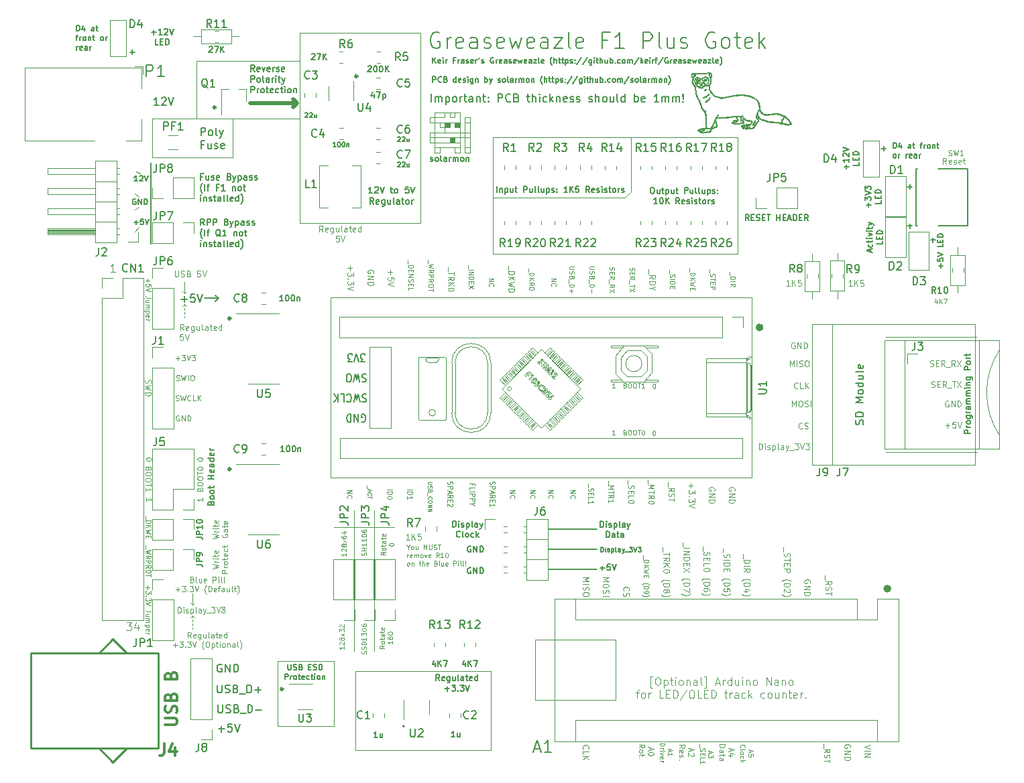
<source format=gbr>
G04 #@! TF.GenerationSoftware,KiCad,Pcbnew,(5.1.9)-1*
G04 #@! TF.CreationDate,2021-06-02T08:08:49+01:00*
G04 #@! TF.ProjectId,Greaseweazle F1 Plus Gotek,47726561-7365-4776-9561-7a6c65204631,1*
G04 #@! TF.SameCoordinates,PX6312cb0PY6bcb370*
G04 #@! TF.FileFunction,Legend,Top*
G04 #@! TF.FilePolarity,Positive*
%FSLAX46Y46*%
G04 Gerber Fmt 4.6, Leading zero omitted, Abs format (unit mm)*
G04 Created by KiCad (PCBNEW (5.1.9)-1) date 2021-06-02 08:08:49*
%MOMM*%
%LPD*%
G01*
G04 APERTURE LIST*
%ADD10C,0.300000*%
%ADD11C,0.150000*%
%ADD12C,0.187500*%
%ADD13C,0.120000*%
%ADD14C,0.125000*%
%ADD15C,0.600000*%
%ADD16C,0.200000*%
%ADD17C,0.500000*%
%ADD18C,0.100000*%
%ADD19C,0.010000*%
%ADD20C,0.254000*%
%ADD21C,0.127000*%
%ADD22C,0.304800*%
G04 APERTURE END LIST*
D10*
X8786000Y36830000D02*
G75*
G03*
X8786000Y36830000I-150000J0D01*
G01*
X8786000Y17780000D02*
G75*
G03*
X8786000Y17780000I-150000J0D01*
G01*
D11*
X92466166Y58322334D02*
X92466166Y59022334D01*
X92632833Y59022334D01*
X92732833Y58989000D01*
X92799500Y58922334D01*
X92832833Y58855667D01*
X92866166Y58722334D01*
X92866166Y58622334D01*
X92832833Y58489000D01*
X92799500Y58422334D01*
X92732833Y58355667D01*
X92632833Y58322334D01*
X92466166Y58322334D01*
X93466166Y58789000D02*
X93466166Y58322334D01*
X93299500Y59055667D02*
X93132833Y58555667D01*
X93566166Y58555667D01*
X94666166Y58322334D02*
X94666166Y58689000D01*
X94632833Y58755667D01*
X94566166Y58789000D01*
X94432833Y58789000D01*
X94366166Y58755667D01*
X94666166Y58355667D02*
X94599500Y58322334D01*
X94432833Y58322334D01*
X94366166Y58355667D01*
X94332833Y58422334D01*
X94332833Y58489000D01*
X94366166Y58555667D01*
X94432833Y58589000D01*
X94599500Y58589000D01*
X94666166Y58622334D01*
X94899500Y58789000D02*
X95166166Y58789000D01*
X94999500Y59022334D02*
X94999500Y58422334D01*
X95032833Y58355667D01*
X95099500Y58322334D01*
X95166166Y58322334D01*
X95832833Y58789000D02*
X96099500Y58789000D01*
X95932833Y58322334D02*
X95932833Y58922334D01*
X95966166Y58989000D01*
X96032833Y59022334D01*
X96099500Y59022334D01*
X96332833Y58322334D02*
X96332833Y58789000D01*
X96332833Y58655667D02*
X96366166Y58722334D01*
X96399500Y58755667D01*
X96466166Y58789000D01*
X96532833Y58789000D01*
X96866166Y58322334D02*
X96799500Y58355667D01*
X96766166Y58389000D01*
X96732833Y58455667D01*
X96732833Y58655667D01*
X96766166Y58722334D01*
X96799500Y58755667D01*
X96866166Y58789000D01*
X96966166Y58789000D01*
X97032833Y58755667D01*
X97066166Y58722334D01*
X97099500Y58655667D01*
X97099500Y58455667D01*
X97066166Y58389000D01*
X97032833Y58355667D01*
X96966166Y58322334D01*
X96866166Y58322334D01*
X97399500Y58789000D02*
X97399500Y58322334D01*
X97399500Y58722334D02*
X97432833Y58755667D01*
X97499500Y58789000D01*
X97599500Y58789000D01*
X97666166Y58755667D01*
X97699500Y58689000D01*
X97699500Y58322334D01*
X97932833Y58789000D02*
X98199500Y58789000D01*
X98032833Y59022334D02*
X98032833Y58422334D01*
X98066166Y58355667D01*
X98132833Y58322334D01*
X98199500Y58322334D01*
X92566166Y57122334D02*
X92499500Y57155667D01*
X92466166Y57189000D01*
X92432833Y57255667D01*
X92432833Y57455667D01*
X92466166Y57522334D01*
X92499500Y57555667D01*
X92566166Y57589000D01*
X92666166Y57589000D01*
X92732833Y57555667D01*
X92766166Y57522334D01*
X92799500Y57455667D01*
X92799500Y57255667D01*
X92766166Y57189000D01*
X92732833Y57155667D01*
X92666166Y57122334D01*
X92566166Y57122334D01*
X93099500Y57122334D02*
X93099500Y57589000D01*
X93099500Y57455667D02*
X93132833Y57522334D01*
X93166166Y57555667D01*
X93232833Y57589000D01*
X93299500Y57589000D01*
X94066166Y57122334D02*
X94066166Y57589000D01*
X94066166Y57455667D02*
X94099500Y57522334D01*
X94132833Y57555667D01*
X94199500Y57589000D01*
X94266166Y57589000D01*
X94766166Y57155667D02*
X94699500Y57122334D01*
X94566166Y57122334D01*
X94499500Y57155667D01*
X94466166Y57222334D01*
X94466166Y57489000D01*
X94499500Y57555667D01*
X94566166Y57589000D01*
X94699500Y57589000D01*
X94766166Y57555667D01*
X94799500Y57489000D01*
X94799500Y57422334D01*
X94466166Y57355667D01*
X95399500Y57122334D02*
X95399500Y57489000D01*
X95366166Y57555667D01*
X95299500Y57589000D01*
X95166166Y57589000D01*
X95099500Y57555667D01*
X95399500Y57155667D02*
X95332833Y57122334D01*
X95166166Y57122334D01*
X95099500Y57155667D01*
X95066166Y57222334D01*
X95066166Y57289000D01*
X95099500Y57355667D01*
X95166166Y57389000D01*
X95332833Y57389000D01*
X95399500Y57422334D01*
X95732833Y57122334D02*
X95732833Y57589000D01*
X95732833Y57455667D02*
X95766166Y57522334D01*
X95799500Y57555667D01*
X95866166Y57589000D01*
X95932833Y57589000D01*
X-10657834Y73146334D02*
X-10657834Y73846334D01*
X-10491167Y73846334D01*
X-10391167Y73813000D01*
X-10324500Y73746334D01*
X-10291167Y73679667D01*
X-10257834Y73546334D01*
X-10257834Y73446334D01*
X-10291167Y73313000D01*
X-10324500Y73246334D01*
X-10391167Y73179667D01*
X-10491167Y73146334D01*
X-10657834Y73146334D01*
X-9657834Y73613000D02*
X-9657834Y73146334D01*
X-9824500Y73879667D02*
X-9991167Y73379667D01*
X-9557834Y73379667D01*
X-8457834Y73146334D02*
X-8457834Y73513000D01*
X-8491167Y73579667D01*
X-8557834Y73613000D01*
X-8691167Y73613000D01*
X-8757834Y73579667D01*
X-8457834Y73179667D02*
X-8524500Y73146334D01*
X-8691167Y73146334D01*
X-8757834Y73179667D01*
X-8791167Y73246334D01*
X-8791167Y73313000D01*
X-8757834Y73379667D01*
X-8691167Y73413000D01*
X-8524500Y73413000D01*
X-8457834Y73446334D01*
X-8224500Y73613000D02*
X-7957834Y73613000D01*
X-8124500Y73846334D02*
X-8124500Y73246334D01*
X-8091167Y73179667D01*
X-8024500Y73146334D01*
X-7957834Y73146334D01*
X-10757834Y72413000D02*
X-10491167Y72413000D01*
X-10657834Y71946334D02*
X-10657834Y72546334D01*
X-10624500Y72613000D01*
X-10557834Y72646334D01*
X-10491167Y72646334D01*
X-10257834Y71946334D02*
X-10257834Y72413000D01*
X-10257834Y72279667D02*
X-10224500Y72346334D01*
X-10191167Y72379667D01*
X-10124500Y72413000D01*
X-10057834Y72413000D01*
X-9724500Y71946334D02*
X-9791167Y71979667D01*
X-9824500Y72013000D01*
X-9857834Y72079667D01*
X-9857834Y72279667D01*
X-9824500Y72346334D01*
X-9791167Y72379667D01*
X-9724500Y72413000D01*
X-9624500Y72413000D01*
X-9557834Y72379667D01*
X-9524500Y72346334D01*
X-9491167Y72279667D01*
X-9491167Y72079667D01*
X-9524500Y72013000D01*
X-9557834Y71979667D01*
X-9624500Y71946334D01*
X-9724500Y71946334D01*
X-9191167Y72413000D02*
X-9191167Y71946334D01*
X-9191167Y72346334D02*
X-9157834Y72379667D01*
X-9091167Y72413000D01*
X-8991167Y72413000D01*
X-8924500Y72379667D01*
X-8891167Y72313000D01*
X-8891167Y71946334D01*
X-8657834Y72413000D02*
X-8391167Y72413000D01*
X-8557834Y72646334D02*
X-8557834Y72046334D01*
X-8524500Y71979667D01*
X-8457834Y71946334D01*
X-8391167Y71946334D01*
X-7524500Y71946334D02*
X-7591167Y71979667D01*
X-7624500Y72013000D01*
X-7657834Y72079667D01*
X-7657834Y72279667D01*
X-7624500Y72346334D01*
X-7591167Y72379667D01*
X-7524500Y72413000D01*
X-7424500Y72413000D01*
X-7357834Y72379667D01*
X-7324500Y72346334D01*
X-7291167Y72279667D01*
X-7291167Y72079667D01*
X-7324500Y72013000D01*
X-7357834Y71979667D01*
X-7424500Y71946334D01*
X-7524500Y71946334D01*
X-6991167Y71946334D02*
X-6991167Y72413000D01*
X-6991167Y72279667D02*
X-6957834Y72346334D01*
X-6924500Y72379667D01*
X-6857834Y72413000D01*
X-6791167Y72413000D01*
X-10657834Y70746334D02*
X-10657834Y71213000D01*
X-10657834Y71079667D02*
X-10624500Y71146334D01*
X-10591167Y71179667D01*
X-10524500Y71213000D01*
X-10457834Y71213000D01*
X-9957834Y70779667D02*
X-10024500Y70746334D01*
X-10157834Y70746334D01*
X-10224500Y70779667D01*
X-10257834Y70846334D01*
X-10257834Y71113000D01*
X-10224500Y71179667D01*
X-10157834Y71213000D01*
X-10024500Y71213000D01*
X-9957834Y71179667D01*
X-9924500Y71113000D01*
X-9924500Y71046334D01*
X-10257834Y70979667D01*
X-9324500Y70746334D02*
X-9324500Y71113000D01*
X-9357834Y71179667D01*
X-9424500Y71213000D01*
X-9557834Y71213000D01*
X-9624500Y71179667D01*
X-9324500Y70779667D02*
X-9391167Y70746334D01*
X-9557834Y70746334D01*
X-9624500Y70779667D01*
X-9657834Y70846334D01*
X-9657834Y70913000D01*
X-9624500Y70979667D01*
X-9557834Y71013000D01*
X-9391167Y71013000D01*
X-9324500Y71046334D01*
X-8991167Y70746334D02*
X-8991167Y71213000D01*
X-8991167Y71079667D02*
X-8957834Y71146334D01*
X-8924500Y71179667D01*
X-8857834Y71213000D01*
X-8791167Y71213000D01*
D12*
X91239571Y58007286D02*
X91239571Y58578715D01*
X91525285Y58293000D02*
X90953857Y58293000D01*
D11*
X86538071Y55701572D02*
X86538071Y56273000D01*
X86823785Y55987286D02*
X86252357Y55987286D01*
X86823785Y57023000D02*
X86823785Y56594429D01*
X86823785Y56808715D02*
X86073785Y56808715D01*
X86180928Y56737286D01*
X86252357Y56665858D01*
X86288071Y56594429D01*
X86145214Y57308715D02*
X86109500Y57344429D01*
X86073785Y57415858D01*
X86073785Y57594429D01*
X86109500Y57665858D01*
X86145214Y57701572D01*
X86216642Y57737286D01*
X86288071Y57737286D01*
X86395214Y57701572D01*
X86823785Y57273000D01*
X86823785Y57737286D01*
X86073785Y57951572D02*
X86823785Y58201572D01*
X86073785Y58451572D01*
X88098785Y56540858D02*
X88098785Y56183715D01*
X87348785Y56183715D01*
X87705928Y56790858D02*
X87705928Y57040858D01*
X88098785Y57148000D02*
X88098785Y56790858D01*
X87348785Y56790858D01*
X87348785Y57148000D01*
X88098785Y57469429D02*
X87348785Y57469429D01*
X87348785Y57648000D01*
X87384500Y57755143D01*
X87455928Y57826572D01*
X87527357Y57862286D01*
X87670214Y57898000D01*
X87777357Y57898000D01*
X87920214Y57862286D01*
X87991642Y57826572D01*
X88063071Y57755143D01*
X88098785Y57648000D01*
X88098785Y57469429D01*
D13*
X59309000Y52832000D02*
X58547000Y52070000D01*
D12*
X61968571Y53390965D02*
X62111428Y53390965D01*
X62182857Y53355250D01*
X62254285Y53283822D01*
X62290000Y53140965D01*
X62290000Y52890965D01*
X62254285Y52748108D01*
X62182857Y52676679D01*
X62111428Y52640965D01*
X61968571Y52640965D01*
X61897142Y52676679D01*
X61825714Y52748108D01*
X61790000Y52890965D01*
X61790000Y53140965D01*
X61825714Y53283822D01*
X61897142Y53355250D01*
X61968571Y53390965D01*
X62932857Y53140965D02*
X62932857Y52640965D01*
X62611428Y53140965D02*
X62611428Y52748108D01*
X62647142Y52676679D01*
X62718571Y52640965D01*
X62825714Y52640965D01*
X62897142Y52676679D01*
X62932857Y52712393D01*
X63182857Y53140965D02*
X63468571Y53140965D01*
X63290000Y53390965D02*
X63290000Y52748108D01*
X63325714Y52676679D01*
X63397142Y52640965D01*
X63468571Y52640965D01*
X63718571Y53140965D02*
X63718571Y52390965D01*
X63718571Y53105250D02*
X63790000Y53140965D01*
X63932857Y53140965D01*
X64004285Y53105250D01*
X64040000Y53069536D01*
X64075714Y52998108D01*
X64075714Y52783822D01*
X64040000Y52712393D01*
X64004285Y52676679D01*
X63932857Y52640965D01*
X63790000Y52640965D01*
X63718571Y52676679D01*
X64718571Y53140965D02*
X64718571Y52640965D01*
X64397142Y53140965D02*
X64397142Y52748108D01*
X64432857Y52676679D01*
X64504285Y52640965D01*
X64611428Y52640965D01*
X64682857Y52676679D01*
X64718571Y52712393D01*
X64968571Y53140965D02*
X65254285Y53140965D01*
X65075714Y53390965D02*
X65075714Y52748108D01*
X65111428Y52676679D01*
X65182857Y52640965D01*
X65254285Y52640965D01*
X66075714Y52640965D02*
X66075714Y53390965D01*
X66361428Y53390965D01*
X66432857Y53355250D01*
X66468571Y53319536D01*
X66504285Y53248108D01*
X66504285Y53140965D01*
X66468571Y53069536D01*
X66432857Y53033822D01*
X66361428Y52998108D01*
X66075714Y52998108D01*
X67147142Y53140965D02*
X67147142Y52640965D01*
X66825714Y53140965D02*
X66825714Y52748108D01*
X66861428Y52676679D01*
X66932857Y52640965D01*
X67040000Y52640965D01*
X67111428Y52676679D01*
X67147142Y52712393D01*
X67611428Y52640965D02*
X67540000Y52676679D01*
X67504285Y52748108D01*
X67504285Y53390965D01*
X68004285Y52640965D02*
X67932857Y52676679D01*
X67897142Y52748108D01*
X67897142Y53390965D01*
X68611428Y53140965D02*
X68611428Y52640965D01*
X68290000Y53140965D02*
X68290000Y52748108D01*
X68325714Y52676679D01*
X68397142Y52640965D01*
X68504285Y52640965D01*
X68575714Y52676679D01*
X68611428Y52712393D01*
X68968571Y53140965D02*
X68968571Y52390965D01*
X68968571Y53105250D02*
X69040000Y53140965D01*
X69182857Y53140965D01*
X69254285Y53105250D01*
X69290000Y53069536D01*
X69325714Y52998108D01*
X69325714Y52783822D01*
X69290000Y52712393D01*
X69254285Y52676679D01*
X69182857Y52640965D01*
X69040000Y52640965D01*
X68968571Y52676679D01*
X69611428Y52676679D02*
X69682857Y52640965D01*
X69825714Y52640965D01*
X69897142Y52676679D01*
X69932857Y52748108D01*
X69932857Y52783822D01*
X69897142Y52855250D01*
X69825714Y52890965D01*
X69718571Y52890965D01*
X69647142Y52926679D01*
X69611428Y52998108D01*
X69611428Y53033822D01*
X69647142Y53105250D01*
X69718571Y53140965D01*
X69825714Y53140965D01*
X69897142Y53105250D01*
X70254285Y52712393D02*
X70290000Y52676679D01*
X70254285Y52640965D01*
X70218571Y52676679D01*
X70254285Y52712393D01*
X70254285Y52640965D01*
X70254285Y53105250D02*
X70290000Y53069536D01*
X70254285Y53033822D01*
X70218571Y53069536D01*
X70254285Y53105250D01*
X70254285Y53033822D01*
X62665000Y51328465D02*
X62236428Y51328465D01*
X62450714Y51328465D02*
X62450714Y52078465D01*
X62379285Y51971322D01*
X62307857Y51899893D01*
X62236428Y51864179D01*
X63129285Y52078465D02*
X63200714Y52078465D01*
X63272142Y52042750D01*
X63307857Y52007036D01*
X63343571Y51935608D01*
X63379285Y51792750D01*
X63379285Y51614179D01*
X63343571Y51471322D01*
X63307857Y51399893D01*
X63272142Y51364179D01*
X63200714Y51328465D01*
X63129285Y51328465D01*
X63057857Y51364179D01*
X63022142Y51399893D01*
X62986428Y51471322D01*
X62950714Y51614179D01*
X62950714Y51792750D01*
X62986428Y51935608D01*
X63022142Y52007036D01*
X63057857Y52042750D01*
X63129285Y52078465D01*
X63700714Y51328465D02*
X63700714Y52078465D01*
X64129285Y51328465D02*
X63807857Y51757036D01*
X64129285Y52078465D02*
X63700714Y51649893D01*
X65450714Y51328465D02*
X65200714Y51685608D01*
X65022142Y51328465D02*
X65022142Y52078465D01*
X65307857Y52078465D01*
X65379285Y52042750D01*
X65415000Y52007036D01*
X65450714Y51935608D01*
X65450714Y51828465D01*
X65415000Y51757036D01*
X65379285Y51721322D01*
X65307857Y51685608D01*
X65022142Y51685608D01*
X66057857Y51364179D02*
X65986428Y51328465D01*
X65843571Y51328465D01*
X65772142Y51364179D01*
X65736428Y51435608D01*
X65736428Y51721322D01*
X65772142Y51792750D01*
X65843571Y51828465D01*
X65986428Y51828465D01*
X66057857Y51792750D01*
X66093571Y51721322D01*
X66093571Y51649893D01*
X65736428Y51578465D01*
X66379285Y51364179D02*
X66450714Y51328465D01*
X66593571Y51328465D01*
X66665000Y51364179D01*
X66700714Y51435608D01*
X66700714Y51471322D01*
X66665000Y51542750D01*
X66593571Y51578465D01*
X66486428Y51578465D01*
X66415000Y51614179D01*
X66379285Y51685608D01*
X66379285Y51721322D01*
X66415000Y51792750D01*
X66486428Y51828465D01*
X66593571Y51828465D01*
X66665000Y51792750D01*
X67022142Y51328465D02*
X67022142Y51828465D01*
X67022142Y52078465D02*
X66986428Y52042750D01*
X67022142Y52007036D01*
X67057857Y52042750D01*
X67022142Y52078465D01*
X67022142Y52007036D01*
X67343571Y51364179D02*
X67415000Y51328465D01*
X67557857Y51328465D01*
X67629285Y51364179D01*
X67665000Y51435608D01*
X67665000Y51471322D01*
X67629285Y51542750D01*
X67557857Y51578465D01*
X67450714Y51578465D01*
X67379285Y51614179D01*
X67343571Y51685608D01*
X67343571Y51721322D01*
X67379285Y51792750D01*
X67450714Y51828465D01*
X67557857Y51828465D01*
X67629285Y51792750D01*
X67879285Y51828465D02*
X68165000Y51828465D01*
X67986428Y52078465D02*
X67986428Y51435608D01*
X68022142Y51364179D01*
X68093571Y51328465D01*
X68165000Y51328465D01*
X68522142Y51328465D02*
X68450714Y51364179D01*
X68415000Y51399893D01*
X68379285Y51471322D01*
X68379285Y51685608D01*
X68415000Y51757036D01*
X68450714Y51792750D01*
X68522142Y51828465D01*
X68629285Y51828465D01*
X68700714Y51792750D01*
X68736428Y51757036D01*
X68772142Y51685608D01*
X68772142Y51471322D01*
X68736428Y51399893D01*
X68700714Y51364179D01*
X68629285Y51328465D01*
X68522142Y51328465D01*
X69093571Y51328465D02*
X69093571Y51828465D01*
X69093571Y51685608D02*
X69129285Y51757036D01*
X69165000Y51792750D01*
X69236428Y51828465D01*
X69307857Y51828465D01*
X69522142Y51364179D02*
X69593571Y51328465D01*
X69736428Y51328465D01*
X69807857Y51364179D01*
X69843571Y51435608D01*
X69843571Y51471322D01*
X69807857Y51542750D01*
X69736428Y51578465D01*
X69629285Y51578465D01*
X69557857Y51614179D01*
X69522142Y51685608D01*
X69522142Y51721322D01*
X69557857Y51792750D01*
X69629285Y51828465D01*
X69736428Y51828465D01*
X69807857Y51792750D01*
D13*
X41910000Y44958000D02*
X72771000Y44958000D01*
X72771000Y59690000D02*
X72771000Y44958000D01*
D12*
X42401142Y52746715D02*
X42401142Y53496715D01*
X42758285Y53246715D02*
X42758285Y52746715D01*
X42758285Y53175286D02*
X42794000Y53211000D01*
X42865428Y53246715D01*
X42972571Y53246715D01*
X43044000Y53211000D01*
X43079714Y53139572D01*
X43079714Y52746715D01*
X43436857Y53246715D02*
X43436857Y52496715D01*
X43436857Y53211000D02*
X43508285Y53246715D01*
X43651142Y53246715D01*
X43722571Y53211000D01*
X43758285Y53175286D01*
X43794000Y53103858D01*
X43794000Y52889572D01*
X43758285Y52818143D01*
X43722571Y52782429D01*
X43651142Y52746715D01*
X43508285Y52746715D01*
X43436857Y52782429D01*
X44436857Y53246715D02*
X44436857Y52746715D01*
X44115428Y53246715D02*
X44115428Y52853858D01*
X44151142Y52782429D01*
X44222571Y52746715D01*
X44329714Y52746715D01*
X44401142Y52782429D01*
X44436857Y52818143D01*
X44686857Y53246715D02*
X44972571Y53246715D01*
X44794000Y53496715D02*
X44794000Y52853858D01*
X44829714Y52782429D01*
X44901142Y52746715D01*
X44972571Y52746715D01*
X45794000Y52746715D02*
X45794000Y53496715D01*
X46079714Y53496715D01*
X46151142Y53461000D01*
X46186857Y53425286D01*
X46222571Y53353858D01*
X46222571Y53246715D01*
X46186857Y53175286D01*
X46151142Y53139572D01*
X46079714Y53103858D01*
X45794000Y53103858D01*
X46865428Y53246715D02*
X46865428Y52746715D01*
X46544000Y53246715D02*
X46544000Y52853858D01*
X46579714Y52782429D01*
X46651142Y52746715D01*
X46758285Y52746715D01*
X46829714Y52782429D01*
X46865428Y52818143D01*
X47329714Y52746715D02*
X47258285Y52782429D01*
X47222571Y52853858D01*
X47222571Y53496715D01*
X47722571Y52746715D02*
X47651142Y52782429D01*
X47615428Y52853858D01*
X47615428Y53496715D01*
X48329714Y53246715D02*
X48329714Y52746715D01*
X48008285Y53246715D02*
X48008285Y52853858D01*
X48044000Y52782429D01*
X48115428Y52746715D01*
X48222571Y52746715D01*
X48294000Y52782429D01*
X48329714Y52818143D01*
X48686857Y53246715D02*
X48686857Y52496715D01*
X48686857Y53211000D02*
X48758285Y53246715D01*
X48901142Y53246715D01*
X48972571Y53211000D01*
X49008285Y53175286D01*
X49044000Y53103858D01*
X49044000Y52889572D01*
X49008285Y52818143D01*
X48972571Y52782429D01*
X48901142Y52746715D01*
X48758285Y52746715D01*
X48686857Y52782429D01*
X49329714Y52782429D02*
X49401142Y52746715D01*
X49544000Y52746715D01*
X49615428Y52782429D01*
X49651142Y52853858D01*
X49651142Y52889572D01*
X49615428Y52961000D01*
X49544000Y52996715D01*
X49436857Y52996715D01*
X49365428Y53032429D01*
X49329714Y53103858D01*
X49329714Y53139572D01*
X49365428Y53211000D01*
X49436857Y53246715D01*
X49544000Y53246715D01*
X49615428Y53211000D01*
X49972571Y52818143D02*
X50008285Y52782429D01*
X49972571Y52746715D01*
X49936857Y52782429D01*
X49972571Y52818143D01*
X49972571Y52746715D01*
X49972571Y53211000D02*
X50008285Y53175286D01*
X49972571Y53139572D01*
X49936857Y53175286D01*
X49972571Y53211000D01*
X49972571Y53139572D01*
X51294000Y52746715D02*
X50865428Y52746715D01*
X51079714Y52746715D02*
X51079714Y53496715D01*
X51008285Y53389572D01*
X50936857Y53318143D01*
X50865428Y53282429D01*
X51615428Y52746715D02*
X51615428Y53496715D01*
X52044000Y52746715D02*
X51722571Y53175286D01*
X52044000Y53496715D02*
X51615428Y53068143D01*
X52722571Y53496715D02*
X52365428Y53496715D01*
X52329714Y53139572D01*
X52365428Y53175286D01*
X52436857Y53211000D01*
X52615428Y53211000D01*
X52686857Y53175286D01*
X52722571Y53139572D01*
X52758285Y53068143D01*
X52758285Y52889572D01*
X52722571Y52818143D01*
X52686857Y52782429D01*
X52615428Y52746715D01*
X52436857Y52746715D01*
X52365428Y52782429D01*
X52329714Y52818143D01*
X54079714Y52746715D02*
X53829714Y53103858D01*
X53651142Y52746715D02*
X53651142Y53496715D01*
X53936857Y53496715D01*
X54008285Y53461000D01*
X54044000Y53425286D01*
X54079714Y53353858D01*
X54079714Y53246715D01*
X54044000Y53175286D01*
X54008285Y53139572D01*
X53936857Y53103858D01*
X53651142Y53103858D01*
X54686857Y52782429D02*
X54615428Y52746715D01*
X54472571Y52746715D01*
X54401142Y52782429D01*
X54365428Y52853858D01*
X54365428Y53139572D01*
X54401142Y53211000D01*
X54472571Y53246715D01*
X54615428Y53246715D01*
X54686857Y53211000D01*
X54722571Y53139572D01*
X54722571Y53068143D01*
X54365428Y52996715D01*
X55008285Y52782429D02*
X55079714Y52746715D01*
X55222571Y52746715D01*
X55294000Y52782429D01*
X55329714Y52853858D01*
X55329714Y52889572D01*
X55294000Y52961000D01*
X55222571Y52996715D01*
X55115428Y52996715D01*
X55044000Y53032429D01*
X55008285Y53103858D01*
X55008285Y53139572D01*
X55044000Y53211000D01*
X55115428Y53246715D01*
X55222571Y53246715D01*
X55294000Y53211000D01*
X55651142Y52746715D02*
X55651142Y53246715D01*
X55651142Y53496715D02*
X55615428Y53461000D01*
X55651142Y53425286D01*
X55686857Y53461000D01*
X55651142Y53496715D01*
X55651142Y53425286D01*
X55972571Y52782429D02*
X56044000Y52746715D01*
X56186857Y52746715D01*
X56258285Y52782429D01*
X56294000Y52853858D01*
X56294000Y52889572D01*
X56258285Y52961000D01*
X56186857Y52996715D01*
X56079714Y52996715D01*
X56008285Y53032429D01*
X55972571Y53103858D01*
X55972571Y53139572D01*
X56008285Y53211000D01*
X56079714Y53246715D01*
X56186857Y53246715D01*
X56258285Y53211000D01*
X56508285Y53246715D02*
X56794000Y53246715D01*
X56615428Y53496715D02*
X56615428Y52853858D01*
X56651142Y52782429D01*
X56722571Y52746715D01*
X56794000Y52746715D01*
X57151142Y52746715D02*
X57079714Y52782429D01*
X57044000Y52818143D01*
X57008285Y52889572D01*
X57008285Y53103858D01*
X57044000Y53175286D01*
X57079714Y53211000D01*
X57151142Y53246715D01*
X57258285Y53246715D01*
X57329714Y53211000D01*
X57365428Y53175286D01*
X57401142Y53103858D01*
X57401142Y52889572D01*
X57365428Y52818143D01*
X57329714Y52782429D01*
X57258285Y52746715D01*
X57151142Y52746715D01*
X57722571Y52746715D02*
X57722571Y53246715D01*
X57722571Y53103858D02*
X57758285Y53175286D01*
X57794000Y53211000D01*
X57865428Y53246715D01*
X57936857Y53246715D01*
X58151142Y52782429D02*
X58222571Y52746715D01*
X58365428Y52746715D01*
X58436857Y52782429D01*
X58472571Y52853858D01*
X58472571Y52889572D01*
X58436857Y52961000D01*
X58365428Y52996715D01*
X58258285Y52996715D01*
X58186857Y53032429D01*
X58151142Y53103858D01*
X58151142Y53139572D01*
X58186857Y53211000D01*
X58258285Y53246715D01*
X58365428Y53246715D01*
X58436857Y53211000D01*
D13*
X41910000Y44958000D02*
X41910000Y59690000D01*
X58547000Y52070000D02*
X41910000Y52070000D01*
X59309000Y59690000D02*
X59309000Y52832000D01*
X41910000Y59690000D02*
X72771000Y59690000D01*
D14*
X69246500Y-17859428D02*
X69246500Y-18145142D01*
X69075071Y-17802285D02*
X69675071Y-18002285D01*
X69075071Y-18202285D01*
X69675071Y-18345142D02*
X69675071Y-18716571D01*
X69446500Y-18516571D01*
X69446500Y-18602285D01*
X69417928Y-18659428D01*
X69389357Y-18688000D01*
X69332214Y-18716571D01*
X69189357Y-18716571D01*
X69132214Y-18688000D01*
X69103642Y-18659428D01*
X69075071Y-18602285D01*
X69075071Y-18430857D01*
X69103642Y-18373714D01*
X69132214Y-18345142D01*
X67992928Y-16973714D02*
X67992928Y-17430857D01*
X68078642Y-17545142D02*
X68050071Y-17630857D01*
X68050071Y-17773714D01*
X68078642Y-17830857D01*
X68107214Y-17859428D01*
X68164357Y-17888000D01*
X68221500Y-17888000D01*
X68278642Y-17859428D01*
X68307214Y-17830857D01*
X68335785Y-17773714D01*
X68364357Y-17659428D01*
X68392928Y-17602285D01*
X68421500Y-17573714D01*
X68478642Y-17545142D01*
X68535785Y-17545142D01*
X68592928Y-17573714D01*
X68621500Y-17602285D01*
X68650071Y-17659428D01*
X68650071Y-17802285D01*
X68621500Y-17888000D01*
X68364357Y-18145142D02*
X68364357Y-18345142D01*
X68050071Y-18430857D02*
X68050071Y-18145142D01*
X68650071Y-18145142D01*
X68650071Y-18430857D01*
X68050071Y-18973714D02*
X68050071Y-18688000D01*
X68650071Y-18688000D01*
X68050071Y-19488000D02*
X68050071Y-19145142D01*
X68050071Y-19316571D02*
X68650071Y-19316571D01*
X68564357Y-19259428D01*
X68507214Y-19202285D01*
X68478642Y-19145142D01*
X6522166Y5166667D02*
X7222166Y5333334D01*
X6722166Y5466667D01*
X7222166Y5600000D01*
X6522166Y5766667D01*
X7222166Y6033334D02*
X6755500Y6033334D01*
X6888833Y6033334D02*
X6822166Y6066667D01*
X6788833Y6100000D01*
X6755500Y6166667D01*
X6755500Y6233334D01*
X7222166Y6466667D02*
X6755500Y6466667D01*
X6522166Y6466667D02*
X6555500Y6433334D01*
X6588833Y6466667D01*
X6555500Y6500000D01*
X6522166Y6466667D01*
X6588833Y6466667D01*
X6755500Y6700000D02*
X6755500Y6966667D01*
X6522166Y6800000D02*
X7122166Y6800000D01*
X7188833Y6833334D01*
X7222166Y6900000D01*
X7222166Y6966667D01*
X7188833Y7466667D02*
X7222166Y7400000D01*
X7222166Y7266667D01*
X7188833Y7200000D01*
X7122166Y7166667D01*
X6855500Y7166667D01*
X6788833Y7200000D01*
X6755500Y7266667D01*
X6755500Y7400000D01*
X6788833Y7466667D01*
X6855500Y7500000D01*
X6922166Y7500000D01*
X6988833Y7166667D01*
X8397166Y4633334D02*
X7697166Y4633334D01*
X7697166Y4900000D01*
X7730500Y4966667D01*
X7763833Y5000000D01*
X7830500Y5033334D01*
X7930500Y5033334D01*
X7997166Y5000000D01*
X8030500Y4966667D01*
X8063833Y4900000D01*
X8063833Y4633334D01*
X8397166Y5333334D02*
X7930500Y5333334D01*
X8063833Y5333334D02*
X7997166Y5366667D01*
X7963833Y5400000D01*
X7930500Y5466667D01*
X7930500Y5533334D01*
X8397166Y5866667D02*
X8363833Y5800000D01*
X8330500Y5766667D01*
X8263833Y5733334D01*
X8063833Y5733334D01*
X7997166Y5766667D01*
X7963833Y5800000D01*
X7930500Y5866667D01*
X7930500Y5966667D01*
X7963833Y6033334D01*
X7997166Y6066667D01*
X8063833Y6100000D01*
X8263833Y6100000D01*
X8330500Y6066667D01*
X8363833Y6033334D01*
X8397166Y5966667D01*
X8397166Y5866667D01*
X7930500Y6300000D02*
X7930500Y6566667D01*
X7697166Y6400000D02*
X8297166Y6400000D01*
X8363833Y6433334D01*
X8397166Y6500000D01*
X8397166Y6566667D01*
X8363833Y7066667D02*
X8397166Y7000000D01*
X8397166Y6866667D01*
X8363833Y6800000D01*
X8297166Y6766667D01*
X8030500Y6766667D01*
X7963833Y6800000D01*
X7930500Y6866667D01*
X7930500Y7000000D01*
X7963833Y7066667D01*
X8030500Y7100000D01*
X8097166Y7100000D01*
X8163833Y6766667D01*
X8363833Y7700000D02*
X8397166Y7633334D01*
X8397166Y7500000D01*
X8363833Y7433334D01*
X8330500Y7400000D01*
X8263833Y7366667D01*
X8063833Y7366667D01*
X7997166Y7400000D01*
X7963833Y7433334D01*
X7930500Y7500000D01*
X7930500Y7633334D01*
X7963833Y7700000D01*
X7930500Y7900000D02*
X7930500Y8166667D01*
X7697166Y8000000D02*
X8297166Y8000000D01*
X8363833Y8033334D01*
X8397166Y8100000D01*
X8397166Y8166667D01*
X6522166Y8976667D02*
X7222166Y9143334D01*
X6722166Y9276667D01*
X7222166Y9410000D01*
X6522166Y9576667D01*
X7222166Y9843334D02*
X6755500Y9843334D01*
X6888833Y9843334D02*
X6822166Y9876667D01*
X6788833Y9910000D01*
X6755500Y9976667D01*
X6755500Y10043334D01*
X7222166Y10276667D02*
X6755500Y10276667D01*
X6522166Y10276667D02*
X6555500Y10243334D01*
X6588833Y10276667D01*
X6555500Y10310000D01*
X6522166Y10276667D01*
X6588833Y10276667D01*
X6755500Y10510000D02*
X6755500Y10776667D01*
X6522166Y10610000D02*
X7122166Y10610000D01*
X7188833Y10643334D01*
X7222166Y10710000D01*
X7222166Y10776667D01*
X7188833Y11276667D02*
X7222166Y11210000D01*
X7222166Y11076667D01*
X7188833Y11010000D01*
X7122166Y10976667D01*
X6855500Y10976667D01*
X6788833Y11010000D01*
X6755500Y11076667D01*
X6755500Y11210000D01*
X6788833Y11276667D01*
X6855500Y11310000D01*
X6922166Y11310000D01*
X6988833Y10976667D01*
X7730500Y9526667D02*
X7697166Y9460000D01*
X7697166Y9360000D01*
X7730500Y9260000D01*
X7797166Y9193334D01*
X7863833Y9160000D01*
X7997166Y9126667D01*
X8097166Y9126667D01*
X8230500Y9160000D01*
X8297166Y9193334D01*
X8363833Y9260000D01*
X8397166Y9360000D01*
X8397166Y9426667D01*
X8363833Y9526667D01*
X8330500Y9560000D01*
X8097166Y9560000D01*
X8097166Y9426667D01*
X8397166Y10160000D02*
X8030500Y10160000D01*
X7963833Y10126667D01*
X7930500Y10060000D01*
X7930500Y9926667D01*
X7963833Y9860000D01*
X8363833Y10160000D02*
X8397166Y10093334D01*
X8397166Y9926667D01*
X8363833Y9860000D01*
X8297166Y9826667D01*
X8230500Y9826667D01*
X8163833Y9860000D01*
X8130500Y9926667D01*
X8130500Y10093334D01*
X8097166Y10160000D01*
X7930500Y10393334D02*
X7930500Y10660000D01*
X7697166Y10493334D02*
X8297166Y10493334D01*
X8363833Y10526667D01*
X8397166Y10593334D01*
X8397166Y10660000D01*
X8363833Y11160000D02*
X8397166Y11093334D01*
X8397166Y10960000D01*
X8363833Y10893334D01*
X8297166Y10860000D01*
X8030500Y10860000D01*
X7963833Y10893334D01*
X7930500Y10960000D01*
X7930500Y11093334D01*
X7963833Y11160000D01*
X8030500Y11193334D01*
X8097166Y11193334D01*
X8163833Y10860000D01*
X-1693858Y41857286D02*
X-1693858Y41400143D01*
X-1922429Y41628715D02*
X-1465286Y41628715D01*
X-1322429Y40828715D02*
X-1322429Y41114429D01*
X-1608143Y41143000D01*
X-1579572Y41114429D01*
X-1551000Y41057286D01*
X-1551000Y40914429D01*
X-1579572Y40857286D01*
X-1608143Y40828715D01*
X-1665286Y40800143D01*
X-1808143Y40800143D01*
X-1865286Y40828715D01*
X-1893858Y40857286D01*
X-1922429Y40914429D01*
X-1922429Y41057286D01*
X-1893858Y41114429D01*
X-1865286Y41143000D01*
X-1322429Y40628715D02*
X-1922429Y40428715D01*
X-1322429Y40228715D01*
X-1322429Y39400143D02*
X-1751000Y39400143D01*
X-1836715Y39428715D01*
X-1893858Y39485858D01*
X-1922429Y39571572D01*
X-1922429Y39628715D01*
X-1522429Y38857286D02*
X-1922429Y38857286D01*
X-1522429Y39114429D02*
X-1836715Y39114429D01*
X-1893858Y39085858D01*
X-1922429Y39028715D01*
X-1922429Y38943000D01*
X-1893858Y38885858D01*
X-1865286Y38857286D01*
X-1922429Y38571572D02*
X-1522429Y38571572D01*
X-1579572Y38571572D02*
X-1551000Y38543000D01*
X-1522429Y38485858D01*
X-1522429Y38400143D01*
X-1551000Y38343000D01*
X-1608143Y38314429D01*
X-1922429Y38314429D01*
X-1608143Y38314429D02*
X-1551000Y38285858D01*
X-1522429Y38228715D01*
X-1522429Y38143000D01*
X-1551000Y38085858D01*
X-1608143Y38057286D01*
X-1922429Y38057286D01*
X-1522429Y37771572D02*
X-2122429Y37771572D01*
X-1551000Y37771572D02*
X-1522429Y37714429D01*
X-1522429Y37600143D01*
X-1551000Y37543000D01*
X-1579572Y37514429D01*
X-1636715Y37485858D01*
X-1808143Y37485858D01*
X-1865286Y37514429D01*
X-1893858Y37543000D01*
X-1922429Y37600143D01*
X-1922429Y37714429D01*
X-1893858Y37771572D01*
X-1893858Y37000143D02*
X-1922429Y37057286D01*
X-1922429Y37171572D01*
X-1893858Y37228715D01*
X-1836715Y37257286D01*
X-1608143Y37257286D01*
X-1551000Y37228715D01*
X-1522429Y37171572D01*
X-1522429Y37057286D01*
X-1551000Y37000143D01*
X-1608143Y36971572D01*
X-1665286Y36971572D01*
X-1722429Y37257286D01*
X-1922429Y36714429D02*
X-1522429Y36714429D01*
X-1636715Y36714429D02*
X-1579572Y36685858D01*
X-1551000Y36657286D01*
X-1522429Y36600143D01*
X-1522429Y36543000D01*
X-1693858Y3042858D02*
X-1693858Y2585715D01*
X-1922429Y2814286D02*
X-1465286Y2814286D01*
X-1322429Y2357143D02*
X-1322429Y1985715D01*
X-1551000Y2185715D01*
X-1551000Y2100000D01*
X-1579572Y2042858D01*
X-1608143Y2014286D01*
X-1665286Y1985715D01*
X-1808143Y1985715D01*
X-1865286Y2014286D01*
X-1893858Y2042858D01*
X-1922429Y2100000D01*
X-1922429Y2271429D01*
X-1893858Y2328572D01*
X-1865286Y2357143D01*
X-1865286Y1728572D02*
X-1893858Y1700000D01*
X-1922429Y1728572D01*
X-1893858Y1757143D01*
X-1865286Y1728572D01*
X-1922429Y1728572D01*
X-1322429Y1500000D02*
X-1322429Y1128572D01*
X-1551000Y1328572D01*
X-1551000Y1242858D01*
X-1579572Y1185715D01*
X-1608143Y1157143D01*
X-1665286Y1128572D01*
X-1808143Y1128572D01*
X-1865286Y1157143D01*
X-1893858Y1185715D01*
X-1922429Y1242858D01*
X-1922429Y1414286D01*
X-1893858Y1471429D01*
X-1865286Y1500000D01*
X-1322429Y957143D02*
X-1922429Y757143D01*
X-1322429Y557143D01*
X-1322429Y-271428D02*
X-1751000Y-271428D01*
X-1836715Y-242857D01*
X-1893858Y-185714D01*
X-1922429Y-100000D01*
X-1922429Y-42857D01*
X-1522429Y-814285D02*
X-1922429Y-814285D01*
X-1522429Y-557142D02*
X-1836715Y-557142D01*
X-1893858Y-585714D01*
X-1922429Y-642857D01*
X-1922429Y-728571D01*
X-1893858Y-785714D01*
X-1865286Y-814285D01*
X-1922429Y-1100000D02*
X-1522429Y-1100000D01*
X-1579572Y-1100000D02*
X-1551000Y-1128571D01*
X-1522429Y-1185714D01*
X-1522429Y-1271428D01*
X-1551000Y-1328571D01*
X-1608143Y-1357142D01*
X-1922429Y-1357142D01*
X-1608143Y-1357142D02*
X-1551000Y-1385714D01*
X-1522429Y-1442857D01*
X-1522429Y-1528571D01*
X-1551000Y-1585714D01*
X-1608143Y-1614285D01*
X-1922429Y-1614285D01*
X-1522429Y-1900000D02*
X-2122429Y-1900000D01*
X-1551000Y-1900000D02*
X-1522429Y-1957142D01*
X-1522429Y-2071428D01*
X-1551000Y-2128571D01*
X-1579572Y-2157142D01*
X-1636715Y-2185714D01*
X-1808143Y-2185714D01*
X-1865286Y-2157142D01*
X-1893858Y-2128571D01*
X-1922429Y-2071428D01*
X-1922429Y-1957142D01*
X-1893858Y-1900000D01*
X-1893858Y-2671428D02*
X-1922429Y-2614285D01*
X-1922429Y-2500000D01*
X-1893858Y-2442857D01*
X-1836715Y-2414285D01*
X-1608143Y-2414285D01*
X-1551000Y-2442857D01*
X-1522429Y-2500000D01*
X-1522429Y-2614285D01*
X-1551000Y-2671428D01*
X-1608143Y-2700000D01*
X-1665286Y-2700000D01*
X-1722429Y-2414285D01*
X-1922429Y-2957142D02*
X-1522429Y-2957142D01*
X-1636715Y-2957142D02*
X-1579572Y-2985714D01*
X-1551000Y-3014285D01*
X-1522429Y-3071428D01*
X-1522429Y-3128571D01*
X-1979572Y11856858D02*
X-1979572Y11399715D01*
X-1922429Y11256858D02*
X-1322429Y11256858D01*
X-1322429Y11114000D01*
X-1351000Y11028286D01*
X-1408143Y10971143D01*
X-1465286Y10942572D01*
X-1579572Y10914000D01*
X-1665286Y10914000D01*
X-1779572Y10942572D01*
X-1836715Y10971143D01*
X-1893858Y11028286D01*
X-1922429Y11114000D01*
X-1922429Y11256858D01*
X-1922429Y10656858D02*
X-1322429Y10656858D01*
X-1922429Y10314000D02*
X-1579572Y10571143D01*
X-1322429Y10314000D02*
X-1665286Y10656858D01*
X-1322429Y10114000D02*
X-1922429Y9971143D01*
X-1493858Y9856858D01*
X-1922429Y9742572D01*
X-1322429Y9599715D01*
X-1608143Y9371143D02*
X-1608143Y9171143D01*
X-1922429Y9085429D02*
X-1922429Y9371143D01*
X-1322429Y9371143D01*
X-1322429Y9085429D01*
X-1979572Y8110286D02*
X-1979572Y7653143D01*
X-1322429Y7567429D02*
X-1922429Y7424572D01*
X-1493858Y7310286D01*
X-1922429Y7196000D01*
X-1322429Y7053143D01*
X-1922429Y6481715D02*
X-1636715Y6681715D01*
X-1922429Y6824572D02*
X-1322429Y6824572D01*
X-1322429Y6596000D01*
X-1351000Y6538858D01*
X-1379572Y6510286D01*
X-1436715Y6481715D01*
X-1522429Y6481715D01*
X-1579572Y6510286D01*
X-1608143Y6538858D01*
X-1636715Y6596000D01*
X-1636715Y6824572D01*
X-1922429Y6224572D02*
X-1322429Y6224572D01*
X-1322429Y5996000D01*
X-1351000Y5938858D01*
X-1379572Y5910286D01*
X-1436715Y5881715D01*
X-1522429Y5881715D01*
X-1579572Y5910286D01*
X-1608143Y5938858D01*
X-1636715Y5996000D01*
X-1636715Y6224572D01*
X-1922429Y5281715D02*
X-1636715Y5481715D01*
X-1922429Y5624572D02*
X-1322429Y5624572D01*
X-1322429Y5396000D01*
X-1351000Y5338858D01*
X-1379572Y5310286D01*
X-1436715Y5281715D01*
X-1522429Y5281715D01*
X-1579572Y5310286D01*
X-1608143Y5338858D01*
X-1636715Y5396000D01*
X-1636715Y5624572D01*
X-1322429Y4910286D02*
X-1322429Y4796000D01*
X-1351000Y4738858D01*
X-1408143Y4681715D01*
X-1522429Y4653143D01*
X-1722429Y4653143D01*
X-1836715Y4681715D01*
X-1893858Y4738858D01*
X-1922429Y4796000D01*
X-1922429Y4910286D01*
X-1893858Y4967429D01*
X-1836715Y5024572D01*
X-1722429Y5053143D01*
X-1522429Y5053143D01*
X-1408143Y5024572D01*
X-1351000Y4967429D01*
X-1322429Y4910286D01*
X-1322429Y4481715D02*
X-1322429Y4138858D01*
X-1922429Y4310286D02*
X-1322429Y4310286D01*
D13*
X-2794000Y48387000D02*
X-3302000Y47752000D01*
X-2794000Y50927000D02*
X-3302000Y50546000D01*
X-2794000Y52197000D02*
X-3302000Y52578000D01*
X-2667000Y55118000D02*
X-3175000Y55372000D01*
D11*
X-1270000Y56515000D02*
X-1270000Y46228000D01*
D13*
X9017000Y57150000D02*
X9017000Y62103000D01*
X-1143000Y57150000D02*
X-1143000Y62103000D01*
X-1143000Y57150000D02*
X9017000Y57150000D01*
X-1143000Y62103000D02*
X6985000Y62103000D01*
D11*
X5034595Y59935620D02*
X5034595Y60935620D01*
X5415547Y60935620D01*
X5510785Y60888000D01*
X5558404Y60840381D01*
X5606023Y60745143D01*
X5606023Y60602286D01*
X5558404Y60507048D01*
X5510785Y60459429D01*
X5415547Y60411810D01*
X5034595Y60411810D01*
X6177452Y59935620D02*
X6082214Y59983239D01*
X6034595Y60030858D01*
X5986976Y60126096D01*
X5986976Y60411810D01*
X6034595Y60507048D01*
X6082214Y60554667D01*
X6177452Y60602286D01*
X6320309Y60602286D01*
X6415547Y60554667D01*
X6463166Y60507048D01*
X6510785Y60411810D01*
X6510785Y60126096D01*
X6463166Y60030858D01*
X6415547Y59983239D01*
X6320309Y59935620D01*
X6177452Y59935620D01*
X7082214Y59935620D02*
X6986976Y59983239D01*
X6939357Y60078477D01*
X6939357Y60935620D01*
X7367928Y60602286D02*
X7606023Y59935620D01*
X7844119Y60602286D02*
X7606023Y59935620D01*
X7510785Y59697524D01*
X7463166Y59649905D01*
X7367928Y59602286D01*
X5367928Y58809429D02*
X5034595Y58809429D01*
X5034595Y58285620D02*
X5034595Y59285620D01*
X5510785Y59285620D01*
X6320309Y58952286D02*
X6320309Y58285620D01*
X5891738Y58952286D02*
X5891738Y58428477D01*
X5939357Y58333239D01*
X6034595Y58285620D01*
X6177452Y58285620D01*
X6272690Y58333239D01*
X6320309Y58380858D01*
X6748880Y58333239D02*
X6844119Y58285620D01*
X7034595Y58285620D01*
X7129833Y58333239D01*
X7177452Y58428477D01*
X7177452Y58476096D01*
X7129833Y58571334D01*
X7034595Y58618953D01*
X6891738Y58618953D01*
X6796500Y58666572D01*
X6748880Y58761810D01*
X6748880Y58809429D01*
X6796500Y58904667D01*
X6891738Y58952286D01*
X7034595Y58952286D01*
X7129833Y58904667D01*
X7986976Y58333239D02*
X7891738Y58285620D01*
X7701261Y58285620D01*
X7606023Y58333239D01*
X7558404Y58428477D01*
X7558404Y58809429D01*
X7606023Y58904667D01*
X7701261Y58952286D01*
X7891738Y58952286D01*
X7986976Y58904667D01*
X8034595Y58809429D01*
X8034595Y58714191D01*
X7558404Y58618953D01*
X5253642Y54747143D02*
X4986976Y54747143D01*
X4986976Y54328096D02*
X4986976Y55128096D01*
X5367928Y55128096D01*
X6015547Y54861429D02*
X6015547Y54328096D01*
X5672690Y54861429D02*
X5672690Y54442381D01*
X5710785Y54366191D01*
X5786976Y54328096D01*
X5901261Y54328096D01*
X5977452Y54366191D01*
X6015547Y54404286D01*
X6358404Y54366191D02*
X6434595Y54328096D01*
X6586976Y54328096D01*
X6663166Y54366191D01*
X6701261Y54442381D01*
X6701261Y54480477D01*
X6663166Y54556667D01*
X6586976Y54594762D01*
X6472690Y54594762D01*
X6396500Y54632858D01*
X6358404Y54709048D01*
X6358404Y54747143D01*
X6396500Y54823334D01*
X6472690Y54861429D01*
X6586976Y54861429D01*
X6663166Y54823334D01*
X7348880Y54366191D02*
X7272690Y54328096D01*
X7120309Y54328096D01*
X7044119Y54366191D01*
X7006023Y54442381D01*
X7006023Y54747143D01*
X7044119Y54823334D01*
X7120309Y54861429D01*
X7272690Y54861429D01*
X7348880Y54823334D01*
X7386976Y54747143D01*
X7386976Y54670953D01*
X7006023Y54594762D01*
X8606023Y54747143D02*
X8720309Y54709048D01*
X8758404Y54670953D01*
X8796500Y54594762D01*
X8796500Y54480477D01*
X8758404Y54404286D01*
X8720309Y54366191D01*
X8644119Y54328096D01*
X8339357Y54328096D01*
X8339357Y55128096D01*
X8606023Y55128096D01*
X8682214Y55090000D01*
X8720309Y55051905D01*
X8758404Y54975715D01*
X8758404Y54899524D01*
X8720309Y54823334D01*
X8682214Y54785239D01*
X8606023Y54747143D01*
X8339357Y54747143D01*
X9063166Y54861429D02*
X9253642Y54328096D01*
X9444119Y54861429D02*
X9253642Y54328096D01*
X9177452Y54137620D01*
X9139357Y54099524D01*
X9063166Y54061429D01*
X9748880Y54861429D02*
X9748880Y54061429D01*
X9748880Y54823334D02*
X9825071Y54861429D01*
X9977452Y54861429D01*
X10053642Y54823334D01*
X10091738Y54785239D01*
X10129833Y54709048D01*
X10129833Y54480477D01*
X10091738Y54404286D01*
X10053642Y54366191D01*
X9977452Y54328096D01*
X9825071Y54328096D01*
X9748880Y54366191D01*
X10815547Y54328096D02*
X10815547Y54747143D01*
X10777452Y54823334D01*
X10701261Y54861429D01*
X10548880Y54861429D01*
X10472690Y54823334D01*
X10815547Y54366191D02*
X10739357Y54328096D01*
X10548880Y54328096D01*
X10472690Y54366191D01*
X10434595Y54442381D01*
X10434595Y54518572D01*
X10472690Y54594762D01*
X10548880Y54632858D01*
X10739357Y54632858D01*
X10815547Y54670953D01*
X11158404Y54366191D02*
X11234595Y54328096D01*
X11386976Y54328096D01*
X11463166Y54366191D01*
X11501261Y54442381D01*
X11501261Y54480477D01*
X11463166Y54556667D01*
X11386976Y54594762D01*
X11272690Y54594762D01*
X11196500Y54632858D01*
X11158404Y54709048D01*
X11158404Y54747143D01*
X11196500Y54823334D01*
X11272690Y54861429D01*
X11386976Y54861429D01*
X11463166Y54823334D01*
X11806023Y54366191D02*
X11882214Y54328096D01*
X12034595Y54328096D01*
X12110785Y54366191D01*
X12148880Y54442381D01*
X12148880Y54480477D01*
X12110785Y54556667D01*
X12034595Y54594762D01*
X11920309Y54594762D01*
X11844119Y54632858D01*
X11806023Y54709048D01*
X11806023Y54747143D01*
X11844119Y54823334D01*
X11920309Y54861429D01*
X12034595Y54861429D01*
X12110785Y54823334D01*
X5215547Y52673334D02*
X5177452Y52711429D01*
X5101261Y52825715D01*
X5063166Y52901905D01*
X5025071Y53016191D01*
X4986976Y53206667D01*
X4986976Y53359048D01*
X5025071Y53549524D01*
X5063166Y53663810D01*
X5101261Y53740000D01*
X5177452Y53854286D01*
X5215547Y53892381D01*
X5520309Y52978096D02*
X5520309Y53778096D01*
X5786976Y53511429D02*
X6091738Y53511429D01*
X5901261Y52978096D02*
X5901261Y53663810D01*
X5939357Y53740000D01*
X6015547Y53778096D01*
X6091738Y53778096D01*
X7234595Y53397143D02*
X6967928Y53397143D01*
X6967928Y52978096D02*
X6967928Y53778096D01*
X7348880Y53778096D01*
X8072690Y52978096D02*
X7615547Y52978096D01*
X7844119Y52978096D02*
X7844119Y53778096D01*
X7767928Y53663810D01*
X7691738Y53587620D01*
X7615547Y53549524D01*
X9025071Y53511429D02*
X9025071Y52978096D01*
X9025071Y53435239D02*
X9063166Y53473334D01*
X9139357Y53511429D01*
X9253642Y53511429D01*
X9329833Y53473334D01*
X9367928Y53397143D01*
X9367928Y52978096D01*
X9863166Y52978096D02*
X9786976Y53016191D01*
X9748880Y53054286D01*
X9710785Y53130477D01*
X9710785Y53359048D01*
X9748880Y53435239D01*
X9786976Y53473334D01*
X9863166Y53511429D01*
X9977452Y53511429D01*
X10053642Y53473334D01*
X10091738Y53435239D01*
X10129833Y53359048D01*
X10129833Y53130477D01*
X10091738Y53054286D01*
X10053642Y53016191D01*
X9977452Y52978096D01*
X9863166Y52978096D01*
X10358404Y53511429D02*
X10663166Y53511429D01*
X10472690Y53778096D02*
X10472690Y53092381D01*
X10510785Y53016191D01*
X10586976Y52978096D01*
X10663166Y52978096D01*
X4986976Y51628096D02*
X4986976Y52161429D01*
X4986976Y52428096D02*
X4948880Y52390000D01*
X4986976Y52351905D01*
X5025071Y52390000D01*
X4986976Y52428096D01*
X4986976Y52351905D01*
X5367928Y52161429D02*
X5367928Y51628096D01*
X5367928Y52085239D02*
X5406023Y52123334D01*
X5482214Y52161429D01*
X5596500Y52161429D01*
X5672690Y52123334D01*
X5710785Y52047143D01*
X5710785Y51628096D01*
X6053642Y51666191D02*
X6129833Y51628096D01*
X6282214Y51628096D01*
X6358404Y51666191D01*
X6396500Y51742381D01*
X6396500Y51780477D01*
X6358404Y51856667D01*
X6282214Y51894762D01*
X6167928Y51894762D01*
X6091738Y51932858D01*
X6053642Y52009048D01*
X6053642Y52047143D01*
X6091738Y52123334D01*
X6167928Y52161429D01*
X6282214Y52161429D01*
X6358404Y52123334D01*
X6625071Y52161429D02*
X6929833Y52161429D01*
X6739357Y52428096D02*
X6739357Y51742381D01*
X6777452Y51666191D01*
X6853642Y51628096D01*
X6929833Y51628096D01*
X7539357Y51628096D02*
X7539357Y52047143D01*
X7501261Y52123334D01*
X7425071Y52161429D01*
X7272690Y52161429D01*
X7196500Y52123334D01*
X7539357Y51666191D02*
X7463166Y51628096D01*
X7272690Y51628096D01*
X7196500Y51666191D01*
X7158404Y51742381D01*
X7158404Y51818572D01*
X7196500Y51894762D01*
X7272690Y51932858D01*
X7463166Y51932858D01*
X7539357Y51970953D01*
X8034595Y51628096D02*
X7958404Y51666191D01*
X7920309Y51742381D01*
X7920309Y52428096D01*
X8453642Y51628096D02*
X8377452Y51666191D01*
X8339357Y51742381D01*
X8339357Y52428096D01*
X9063166Y51666191D02*
X8986976Y51628096D01*
X8834595Y51628096D01*
X8758404Y51666191D01*
X8720309Y51742381D01*
X8720309Y52047143D01*
X8758404Y52123334D01*
X8834595Y52161429D01*
X8986976Y52161429D01*
X9063166Y52123334D01*
X9101261Y52047143D01*
X9101261Y51970953D01*
X8720309Y51894762D01*
X9786976Y51628096D02*
X9786976Y52428096D01*
X9786976Y51666191D02*
X9710785Y51628096D01*
X9558404Y51628096D01*
X9482214Y51666191D01*
X9444119Y51704286D01*
X9406023Y51780477D01*
X9406023Y52009048D01*
X9444119Y52085239D01*
X9482214Y52123334D01*
X9558404Y52161429D01*
X9710785Y52161429D01*
X9786976Y52123334D01*
X10091738Y51323334D02*
X10129833Y51361429D01*
X10206023Y51475715D01*
X10244119Y51551905D01*
X10282214Y51666191D01*
X10320309Y51856667D01*
X10320309Y52009048D01*
X10282214Y52199524D01*
X10244119Y52313810D01*
X10206023Y52390000D01*
X10129833Y52504286D01*
X10091738Y52542381D01*
X-1194429Y72973929D02*
X-623000Y72973929D01*
X-908715Y72688215D02*
X-908715Y73259643D01*
X127000Y72688215D02*
X-301572Y72688215D01*
X-87286Y72688215D02*
X-87286Y73438215D01*
X-158715Y73331072D01*
X-230143Y73259643D01*
X-301572Y73223929D01*
X412714Y73366786D02*
X448428Y73402500D01*
X519857Y73438215D01*
X698428Y73438215D01*
X769857Y73402500D01*
X805571Y73366786D01*
X841285Y73295358D01*
X841285Y73223929D01*
X805571Y73116786D01*
X377000Y72688215D01*
X841285Y72688215D01*
X1055571Y73438215D02*
X1305571Y72688215D01*
X1555571Y73438215D01*
X-355143Y71413215D02*
X-712286Y71413215D01*
X-712286Y72163215D01*
X-105143Y71806072D02*
X144857Y71806072D01*
X252000Y71413215D02*
X-105143Y71413215D01*
X-105143Y72163215D01*
X252000Y72163215D01*
X573428Y71413215D02*
X573428Y72163215D01*
X752000Y72163215D01*
X859142Y72127500D01*
X930571Y72056072D01*
X966285Y71984643D01*
X1002000Y71841786D01*
X1002000Y71734643D01*
X966285Y71591786D01*
X930571Y71520358D01*
X859142Y71448929D01*
X752000Y71413215D01*
X573428Y71413215D01*
D12*
X-3629429Y70199286D02*
X-3629429Y70770715D01*
X-3343715Y70485000D02*
X-3915143Y70485000D01*
D15*
X75765000Y35687000D02*
G75*
G03*
X75765000Y35687000I-200000J0D01*
G01*
X91894000Y2667000D02*
G75*
G03*
X91894000Y2667000I-200000J0D01*
G01*
D16*
X30707000Y-14732000D02*
G75*
G03*
X30707000Y-14732000I-100000J0D01*
G01*
D10*
X15390000Y-10033000D02*
G75*
G03*
X15390000Y-10033000I-150000J0D01*
G01*
X6881000Y63500000D02*
G75*
G03*
X6881000Y63500000I-150000J0D01*
G01*
X24788000Y67437000D02*
G75*
G03*
X24788000Y67437000I-150000J0D01*
G01*
D14*
X57321428Y22080572D02*
X56978571Y22080572D01*
X57150000Y22080572D02*
X57150000Y22680572D01*
X57092857Y22594858D01*
X57035714Y22537715D01*
X56978571Y22509143D01*
X62258571Y22023429D02*
X62201428Y22023429D01*
X62144285Y22052000D01*
X62115714Y22080572D01*
X62087142Y22137715D01*
X62058571Y22252000D01*
X62058571Y22394858D01*
X62087142Y22509143D01*
X62115714Y22566286D01*
X62144285Y22594858D01*
X62201428Y22623429D01*
X62258571Y22623429D01*
X62315714Y22594858D01*
X62344285Y22566286D01*
X62372857Y22509143D01*
X62401428Y22394858D01*
X62401428Y22252000D01*
X62372857Y22137715D01*
X62344285Y22080572D01*
X62315714Y22052000D01*
X62258571Y22023429D01*
X62258571Y27992429D02*
X62201428Y27992429D01*
X62144285Y28021000D01*
X62115714Y28049572D01*
X62087142Y28106715D01*
X62058571Y28221000D01*
X62058571Y28363858D01*
X62087142Y28478143D01*
X62115714Y28535286D01*
X62144285Y28563858D01*
X62201428Y28592429D01*
X62258571Y28592429D01*
X62315714Y28563858D01*
X62344285Y28535286D01*
X62372857Y28478143D01*
X62401428Y28363858D01*
X62401428Y28221000D01*
X62372857Y28106715D01*
X62344285Y28049572D01*
X62315714Y28021000D01*
X62258571Y27992429D01*
X57321428Y28049572D02*
X56978571Y28049572D01*
X57150000Y28049572D02*
X57150000Y28649572D01*
X57092857Y28563858D01*
X57035714Y28506715D01*
X56978571Y28478143D01*
X58590000Y28363858D02*
X58675714Y28335286D01*
X58704285Y28306715D01*
X58732857Y28249572D01*
X58732857Y28163858D01*
X58704285Y28106715D01*
X58675714Y28078143D01*
X58618571Y28049572D01*
X58390000Y28049572D01*
X58390000Y28649572D01*
X58590000Y28649572D01*
X58647142Y28621000D01*
X58675714Y28592429D01*
X58704285Y28535286D01*
X58704285Y28478143D01*
X58675714Y28421000D01*
X58647142Y28392429D01*
X58590000Y28363858D01*
X58390000Y28363858D01*
X59104285Y28649572D02*
X59218571Y28649572D01*
X59275714Y28621000D01*
X59332857Y28563858D01*
X59361428Y28449572D01*
X59361428Y28249572D01*
X59332857Y28135286D01*
X59275714Y28078143D01*
X59218571Y28049572D01*
X59104285Y28049572D01*
X59047142Y28078143D01*
X58990000Y28135286D01*
X58961428Y28249572D01*
X58961428Y28449572D01*
X58990000Y28563858D01*
X59047142Y28621000D01*
X59104285Y28649572D01*
X59732857Y28649572D02*
X59847142Y28649572D01*
X59904285Y28621000D01*
X59961428Y28563858D01*
X59990000Y28449572D01*
X59990000Y28249572D01*
X59961428Y28135286D01*
X59904285Y28078143D01*
X59847142Y28049572D01*
X59732857Y28049572D01*
X59675714Y28078143D01*
X59618571Y28135286D01*
X59590000Y28249572D01*
X59590000Y28449572D01*
X59618571Y28563858D01*
X59675714Y28621000D01*
X59732857Y28649572D01*
X60161428Y28649572D02*
X60504285Y28649572D01*
X60332857Y28049572D02*
X60332857Y28649572D01*
X61018571Y28049572D02*
X60675714Y28049572D01*
X60847142Y28049572D02*
X60847142Y28649572D01*
X60790000Y28563858D01*
X60732857Y28506715D01*
X60675714Y28478143D01*
X58590000Y22394858D02*
X58675714Y22366286D01*
X58704285Y22337715D01*
X58732857Y22280572D01*
X58732857Y22194858D01*
X58704285Y22137715D01*
X58675714Y22109143D01*
X58618571Y22080572D01*
X58390000Y22080572D01*
X58390000Y22680572D01*
X58590000Y22680572D01*
X58647142Y22652000D01*
X58675714Y22623429D01*
X58704285Y22566286D01*
X58704285Y22509143D01*
X58675714Y22452000D01*
X58647142Y22423429D01*
X58590000Y22394858D01*
X58390000Y22394858D01*
X59104285Y22680572D02*
X59218571Y22680572D01*
X59275714Y22652000D01*
X59332857Y22594858D01*
X59361428Y22480572D01*
X59361428Y22280572D01*
X59332857Y22166286D01*
X59275714Y22109143D01*
X59218571Y22080572D01*
X59104285Y22080572D01*
X59047142Y22109143D01*
X58990000Y22166286D01*
X58961428Y22280572D01*
X58961428Y22480572D01*
X58990000Y22594858D01*
X59047142Y22652000D01*
X59104285Y22680572D01*
X59732857Y22680572D02*
X59847142Y22680572D01*
X59904285Y22652000D01*
X59961428Y22594858D01*
X59990000Y22480572D01*
X59990000Y22280572D01*
X59961428Y22166286D01*
X59904285Y22109143D01*
X59847142Y22080572D01*
X59732857Y22080572D01*
X59675714Y22109143D01*
X59618571Y22166286D01*
X59590000Y22280572D01*
X59590000Y22480572D01*
X59618571Y22594858D01*
X59675714Y22652000D01*
X59732857Y22680572D01*
X60161428Y22680572D02*
X60504285Y22680572D01*
X60332857Y22080572D02*
X60332857Y22680572D01*
X60818571Y22680572D02*
X60875714Y22680572D01*
X60932857Y22652000D01*
X60961428Y22623429D01*
X60990000Y22566286D01*
X61018571Y22452000D01*
X61018571Y22309143D01*
X60990000Y22194858D01*
X60961428Y22137715D01*
X60932857Y22109143D01*
X60875714Y22080572D01*
X60818571Y22080572D01*
X60761428Y22109143D01*
X60732857Y22137715D01*
X60704285Y22194858D01*
X60675714Y22309143D01*
X60675714Y22452000D01*
X60704285Y22566286D01*
X60732857Y22623429D01*
X60761428Y22652000D01*
X60818571Y22680572D01*
D13*
X21844000Y10414000D02*
X29464000Y10414000D01*
X26924000Y12573000D02*
X26924000Y-5207000D01*
X24384000Y12573000D02*
X24384000Y-5207000D01*
D14*
X28333928Y7297858D02*
X28048214Y7097858D01*
X28333928Y6955000D02*
X27733928Y6955000D01*
X27733928Y7183572D01*
X27762500Y7240715D01*
X27791071Y7269286D01*
X27848214Y7297858D01*
X27933928Y7297858D01*
X27991071Y7269286D01*
X28019642Y7240715D01*
X28048214Y7183572D01*
X28048214Y6955000D01*
X28333928Y7640715D02*
X28305357Y7583572D01*
X28276785Y7555000D01*
X28219642Y7526429D01*
X28048214Y7526429D01*
X27991071Y7555000D01*
X27962500Y7583572D01*
X27933928Y7640715D01*
X27933928Y7726429D01*
X27962500Y7783572D01*
X27991071Y7812143D01*
X28048214Y7840715D01*
X28219642Y7840715D01*
X28276785Y7812143D01*
X28305357Y7783572D01*
X28333928Y7726429D01*
X28333928Y7640715D01*
X27933928Y8012143D02*
X27933928Y8240715D01*
X27733928Y8097858D02*
X28248214Y8097858D01*
X28305357Y8126429D01*
X28333928Y8183572D01*
X28333928Y8240715D01*
X28333928Y8697858D02*
X28019642Y8697858D01*
X27962500Y8669286D01*
X27933928Y8612143D01*
X27933928Y8497858D01*
X27962500Y8440715D01*
X28305357Y8697858D02*
X28333928Y8640715D01*
X28333928Y8497858D01*
X28305357Y8440715D01*
X28248214Y8412143D01*
X28191071Y8412143D01*
X28133928Y8440715D01*
X28105357Y8497858D01*
X28105357Y8640715D01*
X28076785Y8697858D01*
X27933928Y8897858D02*
X27933928Y9126429D01*
X27733928Y8983572D02*
X28248214Y8983572D01*
X28305357Y9012143D01*
X28333928Y9069286D01*
X28333928Y9126429D01*
X28305357Y9555000D02*
X28333928Y9497858D01*
X28333928Y9383572D01*
X28305357Y9326429D01*
X28248214Y9297858D01*
X28019642Y9297858D01*
X27962500Y9326429D01*
X27933928Y9383572D01*
X27933928Y9497858D01*
X27962500Y9555000D01*
X28019642Y9583572D01*
X28076785Y9583572D01*
X28133928Y9297858D01*
X28758928Y8226429D02*
X28758928Y8283572D01*
X28787500Y8340715D01*
X28816071Y8369286D01*
X28873214Y8397858D01*
X28987500Y8426429D01*
X29130357Y8426429D01*
X29244642Y8397858D01*
X29301785Y8369286D01*
X29330357Y8340715D01*
X29358928Y8283572D01*
X29358928Y8226429D01*
X29330357Y8169286D01*
X29301785Y8140715D01*
X29244642Y8112143D01*
X29130357Y8083572D01*
X28987500Y8083572D01*
X28873214Y8112143D01*
X28816071Y8140715D01*
X28787500Y8169286D01*
X28758928Y8226429D01*
X28206928Y-4513142D02*
X27921214Y-4713142D01*
X28206928Y-4856000D02*
X27606928Y-4856000D01*
X27606928Y-4627428D01*
X27635500Y-4570285D01*
X27664071Y-4541714D01*
X27721214Y-4513142D01*
X27806928Y-4513142D01*
X27864071Y-4541714D01*
X27892642Y-4570285D01*
X27921214Y-4627428D01*
X27921214Y-4856000D01*
X28206928Y-4170285D02*
X28178357Y-4227428D01*
X28149785Y-4256000D01*
X28092642Y-4284571D01*
X27921214Y-4284571D01*
X27864071Y-4256000D01*
X27835500Y-4227428D01*
X27806928Y-4170285D01*
X27806928Y-4084571D01*
X27835500Y-4027428D01*
X27864071Y-3998857D01*
X27921214Y-3970285D01*
X28092642Y-3970285D01*
X28149785Y-3998857D01*
X28178357Y-4027428D01*
X28206928Y-4084571D01*
X28206928Y-4170285D01*
X27806928Y-3798857D02*
X27806928Y-3570285D01*
X27606928Y-3713142D02*
X28121214Y-3713142D01*
X28178357Y-3684571D01*
X28206928Y-3627428D01*
X28206928Y-3570285D01*
X28206928Y-3113142D02*
X27892642Y-3113142D01*
X27835500Y-3141714D01*
X27806928Y-3198857D01*
X27806928Y-3313142D01*
X27835500Y-3370285D01*
X28178357Y-3113142D02*
X28206928Y-3170285D01*
X28206928Y-3313142D01*
X28178357Y-3370285D01*
X28121214Y-3398857D01*
X28064071Y-3398857D01*
X28006928Y-3370285D01*
X27978357Y-3313142D01*
X27978357Y-3170285D01*
X27949785Y-3113142D01*
X27806928Y-2913142D02*
X27806928Y-2684571D01*
X27606928Y-2827428D02*
X28121214Y-2827428D01*
X28178357Y-2798857D01*
X28206928Y-2741714D01*
X28206928Y-2684571D01*
X28178357Y-2256000D02*
X28206928Y-2313142D01*
X28206928Y-2427428D01*
X28178357Y-2484571D01*
X28121214Y-2513142D01*
X27892642Y-2513142D01*
X27835500Y-2484571D01*
X27806928Y-2427428D01*
X27806928Y-2313142D01*
X27835500Y-2256000D01*
X27892642Y-2227428D01*
X27949785Y-2227428D01*
X28006928Y-2513142D01*
X29231928Y-3956000D02*
X29231928Y-4298857D01*
X29231928Y-4127428D02*
X28631928Y-4127428D01*
X28717642Y-4184571D01*
X28774785Y-4241714D01*
X28803357Y-4298857D01*
X28889071Y-3613142D02*
X28860500Y-3670285D01*
X28831928Y-3698857D01*
X28774785Y-3727428D01*
X28746214Y-3727428D01*
X28689071Y-3698857D01*
X28660500Y-3670285D01*
X28631928Y-3613142D01*
X28631928Y-3498857D01*
X28660500Y-3441714D01*
X28689071Y-3413142D01*
X28746214Y-3384571D01*
X28774785Y-3384571D01*
X28831928Y-3413142D01*
X28860500Y-3441714D01*
X28889071Y-3498857D01*
X28889071Y-3613142D01*
X28917642Y-3670285D01*
X28946214Y-3698857D01*
X29003357Y-3727428D01*
X29117642Y-3727428D01*
X29174785Y-3698857D01*
X29203357Y-3670285D01*
X29231928Y-3613142D01*
X29231928Y-3498857D01*
X29203357Y-3441714D01*
X29174785Y-3413142D01*
X29117642Y-3384571D01*
X29003357Y-3384571D01*
X28946214Y-3413142D01*
X28917642Y-3441714D01*
X28889071Y-3498857D01*
X28631928Y-3013142D02*
X28631928Y-2956000D01*
X28660500Y-2898857D01*
X28689071Y-2870285D01*
X28746214Y-2841714D01*
X28860500Y-2813142D01*
X29003357Y-2813142D01*
X29117642Y-2841714D01*
X29174785Y-2870285D01*
X29203357Y-2898857D01*
X29231928Y-2956000D01*
X29231928Y-3013142D01*
X29203357Y-3070285D01*
X29174785Y-3098857D01*
X29117642Y-3127428D01*
X29003357Y-3156000D01*
X28860500Y-3156000D01*
X28746214Y-3127428D01*
X28689071Y-3098857D01*
X28660500Y-3070285D01*
X28631928Y-3013142D01*
D13*
X4445000Y62103000D02*
X4445000Y69342000D01*
X6985000Y62103000D02*
X17526000Y62103000D01*
X4445000Y69342000D02*
X17526000Y69342000D01*
D11*
X11794119Y68044096D02*
X11527452Y68425048D01*
X11336976Y68044096D02*
X11336976Y68844096D01*
X11641738Y68844096D01*
X11717928Y68806000D01*
X11756023Y68767905D01*
X11794119Y68691715D01*
X11794119Y68577429D01*
X11756023Y68501239D01*
X11717928Y68463143D01*
X11641738Y68425048D01*
X11336976Y68425048D01*
X12441738Y68082191D02*
X12365547Y68044096D01*
X12213166Y68044096D01*
X12136976Y68082191D01*
X12098880Y68158381D01*
X12098880Y68463143D01*
X12136976Y68539334D01*
X12213166Y68577429D01*
X12365547Y68577429D01*
X12441738Y68539334D01*
X12479833Y68463143D01*
X12479833Y68386953D01*
X12098880Y68310762D01*
X12746500Y68577429D02*
X12936976Y68044096D01*
X13127452Y68577429D01*
X13736976Y68082191D02*
X13660785Y68044096D01*
X13508404Y68044096D01*
X13432214Y68082191D01*
X13394119Y68158381D01*
X13394119Y68463143D01*
X13432214Y68539334D01*
X13508404Y68577429D01*
X13660785Y68577429D01*
X13736976Y68539334D01*
X13775071Y68463143D01*
X13775071Y68386953D01*
X13394119Y68310762D01*
X14117928Y68044096D02*
X14117928Y68577429D01*
X14117928Y68425048D02*
X14156023Y68501239D01*
X14194119Y68539334D01*
X14270309Y68577429D01*
X14346500Y68577429D01*
X14575071Y68082191D02*
X14651261Y68044096D01*
X14803642Y68044096D01*
X14879833Y68082191D01*
X14917928Y68158381D01*
X14917928Y68196477D01*
X14879833Y68272667D01*
X14803642Y68310762D01*
X14689357Y68310762D01*
X14613166Y68348858D01*
X14575071Y68425048D01*
X14575071Y68463143D01*
X14613166Y68539334D01*
X14689357Y68577429D01*
X14803642Y68577429D01*
X14879833Y68539334D01*
X15565547Y68082191D02*
X15489357Y68044096D01*
X15336976Y68044096D01*
X15260785Y68082191D01*
X15222690Y68158381D01*
X15222690Y68463143D01*
X15260785Y68539334D01*
X15336976Y68577429D01*
X15489357Y68577429D01*
X15565547Y68539334D01*
X15603642Y68463143D01*
X15603642Y68386953D01*
X15222690Y68310762D01*
X11336976Y66694096D02*
X11336976Y67494096D01*
X11641738Y67494096D01*
X11717928Y67456000D01*
X11756023Y67417905D01*
X11794119Y67341715D01*
X11794119Y67227429D01*
X11756023Y67151239D01*
X11717928Y67113143D01*
X11641738Y67075048D01*
X11336976Y67075048D01*
X12251261Y66694096D02*
X12175071Y66732191D01*
X12136976Y66770286D01*
X12098880Y66846477D01*
X12098880Y67075048D01*
X12136976Y67151239D01*
X12175071Y67189334D01*
X12251261Y67227429D01*
X12365547Y67227429D01*
X12441738Y67189334D01*
X12479833Y67151239D01*
X12517928Y67075048D01*
X12517928Y66846477D01*
X12479833Y66770286D01*
X12441738Y66732191D01*
X12365547Y66694096D01*
X12251261Y66694096D01*
X12975071Y66694096D02*
X12898880Y66732191D01*
X12860785Y66808381D01*
X12860785Y67494096D01*
X13622690Y66694096D02*
X13622690Y67113143D01*
X13584595Y67189334D01*
X13508404Y67227429D01*
X13356023Y67227429D01*
X13279833Y67189334D01*
X13622690Y66732191D02*
X13546500Y66694096D01*
X13356023Y66694096D01*
X13279833Y66732191D01*
X13241738Y66808381D01*
X13241738Y66884572D01*
X13279833Y66960762D01*
X13356023Y66998858D01*
X13546500Y66998858D01*
X13622690Y67036953D01*
X14003642Y66694096D02*
X14003642Y67227429D01*
X14003642Y67075048D02*
X14041738Y67151239D01*
X14079833Y67189334D01*
X14156023Y67227429D01*
X14232214Y67227429D01*
X14498880Y66694096D02*
X14498880Y67227429D01*
X14498880Y67494096D02*
X14460785Y67456000D01*
X14498880Y67417905D01*
X14536976Y67456000D01*
X14498880Y67494096D01*
X14498880Y67417905D01*
X14765547Y67227429D02*
X15070309Y67227429D01*
X14879833Y67494096D02*
X14879833Y66808381D01*
X14917928Y66732191D01*
X14994119Y66694096D01*
X15070309Y66694096D01*
X15260785Y67227429D02*
X15451261Y66694096D01*
X15641738Y67227429D02*
X15451261Y66694096D01*
X15375071Y66503620D01*
X15336976Y66465524D01*
X15260785Y66427429D01*
X11336976Y65344096D02*
X11336976Y66144096D01*
X11641738Y66144096D01*
X11717928Y66106000D01*
X11756023Y66067905D01*
X11794119Y65991715D01*
X11794119Y65877429D01*
X11756023Y65801239D01*
X11717928Y65763143D01*
X11641738Y65725048D01*
X11336976Y65725048D01*
X12136976Y65344096D02*
X12136976Y65877429D01*
X12136976Y65725048D02*
X12175071Y65801239D01*
X12213166Y65839334D01*
X12289357Y65877429D01*
X12365547Y65877429D01*
X12746500Y65344096D02*
X12670309Y65382191D01*
X12632214Y65420286D01*
X12594119Y65496477D01*
X12594119Y65725048D01*
X12632214Y65801239D01*
X12670309Y65839334D01*
X12746500Y65877429D01*
X12860785Y65877429D01*
X12936976Y65839334D01*
X12975071Y65801239D01*
X13013166Y65725048D01*
X13013166Y65496477D01*
X12975071Y65420286D01*
X12936976Y65382191D01*
X12860785Y65344096D01*
X12746500Y65344096D01*
X13241738Y65877429D02*
X13546500Y65877429D01*
X13356023Y66144096D02*
X13356023Y65458381D01*
X13394119Y65382191D01*
X13470309Y65344096D01*
X13546500Y65344096D01*
X14117928Y65382191D02*
X14041738Y65344096D01*
X13889357Y65344096D01*
X13813166Y65382191D01*
X13775071Y65458381D01*
X13775071Y65763143D01*
X13813166Y65839334D01*
X13889357Y65877429D01*
X14041738Y65877429D01*
X14117928Y65839334D01*
X14156023Y65763143D01*
X14156023Y65686953D01*
X13775071Y65610762D01*
X14841738Y65382191D02*
X14765547Y65344096D01*
X14613166Y65344096D01*
X14536976Y65382191D01*
X14498880Y65420286D01*
X14460785Y65496477D01*
X14460785Y65725048D01*
X14498880Y65801239D01*
X14536976Y65839334D01*
X14613166Y65877429D01*
X14765547Y65877429D01*
X14841738Y65839334D01*
X15070309Y65877429D02*
X15375071Y65877429D01*
X15184595Y66144096D02*
X15184595Y65458381D01*
X15222690Y65382191D01*
X15298880Y65344096D01*
X15375071Y65344096D01*
X15641738Y65344096D02*
X15641738Y65877429D01*
X15641738Y66144096D02*
X15603642Y66106000D01*
X15641738Y66067905D01*
X15679833Y66106000D01*
X15641738Y66144096D01*
X15641738Y66067905D01*
X16136976Y65344096D02*
X16060785Y65382191D01*
X16022690Y65420286D01*
X15984595Y65496477D01*
X15984595Y65725048D01*
X16022690Y65801239D01*
X16060785Y65839334D01*
X16136976Y65877429D01*
X16251261Y65877429D01*
X16327452Y65839334D01*
X16365547Y65801239D01*
X16403642Y65725048D01*
X16403642Y65496477D01*
X16365547Y65420286D01*
X16327452Y65382191D01*
X16251261Y65344096D01*
X16136976Y65344096D01*
X16746500Y65877429D02*
X16746500Y65344096D01*
X16746500Y65801239D02*
X16784595Y65839334D01*
X16860785Y65877429D01*
X16975071Y65877429D01*
X17051261Y65839334D01*
X17089357Y65763143D01*
X17089357Y65344096D01*
X5444119Y48613096D02*
X5177452Y48994048D01*
X4986976Y48613096D02*
X4986976Y49413096D01*
X5291738Y49413096D01*
X5367928Y49375000D01*
X5406023Y49336905D01*
X5444119Y49260715D01*
X5444119Y49146429D01*
X5406023Y49070239D01*
X5367928Y49032143D01*
X5291738Y48994048D01*
X4986976Y48994048D01*
X5786976Y48613096D02*
X5786976Y49413096D01*
X6091738Y49413096D01*
X6167928Y49375000D01*
X6206023Y49336905D01*
X6244119Y49260715D01*
X6244119Y49146429D01*
X6206023Y49070239D01*
X6167928Y49032143D01*
X6091738Y48994048D01*
X5786976Y48994048D01*
X6586976Y48613096D02*
X6586976Y49413096D01*
X6891738Y49413096D01*
X6967928Y49375000D01*
X7006023Y49336905D01*
X7044119Y49260715D01*
X7044119Y49146429D01*
X7006023Y49070239D01*
X6967928Y49032143D01*
X6891738Y48994048D01*
X6586976Y48994048D01*
X8263166Y49032143D02*
X8377452Y48994048D01*
X8415547Y48955953D01*
X8453642Y48879762D01*
X8453642Y48765477D01*
X8415547Y48689286D01*
X8377452Y48651191D01*
X8301261Y48613096D01*
X7996500Y48613096D01*
X7996500Y49413096D01*
X8263166Y49413096D01*
X8339357Y49375000D01*
X8377452Y49336905D01*
X8415547Y49260715D01*
X8415547Y49184524D01*
X8377452Y49108334D01*
X8339357Y49070239D01*
X8263166Y49032143D01*
X7996500Y49032143D01*
X8720309Y49146429D02*
X8910785Y48613096D01*
X9101261Y49146429D02*
X8910785Y48613096D01*
X8834595Y48422620D01*
X8796500Y48384524D01*
X8720309Y48346429D01*
X9406023Y49146429D02*
X9406023Y48346429D01*
X9406023Y49108334D02*
X9482214Y49146429D01*
X9634595Y49146429D01*
X9710785Y49108334D01*
X9748880Y49070239D01*
X9786976Y48994048D01*
X9786976Y48765477D01*
X9748880Y48689286D01*
X9710785Y48651191D01*
X9634595Y48613096D01*
X9482214Y48613096D01*
X9406023Y48651191D01*
X10472690Y48613096D02*
X10472690Y49032143D01*
X10434595Y49108334D01*
X10358404Y49146429D01*
X10206023Y49146429D01*
X10129833Y49108334D01*
X10472690Y48651191D02*
X10396500Y48613096D01*
X10206023Y48613096D01*
X10129833Y48651191D01*
X10091738Y48727381D01*
X10091738Y48803572D01*
X10129833Y48879762D01*
X10206023Y48917858D01*
X10396500Y48917858D01*
X10472690Y48955953D01*
X10815547Y48651191D02*
X10891738Y48613096D01*
X11044119Y48613096D01*
X11120309Y48651191D01*
X11158404Y48727381D01*
X11158404Y48765477D01*
X11120309Y48841667D01*
X11044119Y48879762D01*
X10929833Y48879762D01*
X10853642Y48917858D01*
X10815547Y48994048D01*
X10815547Y49032143D01*
X10853642Y49108334D01*
X10929833Y49146429D01*
X11044119Y49146429D01*
X11120309Y49108334D01*
X11463166Y48651191D02*
X11539357Y48613096D01*
X11691738Y48613096D01*
X11767928Y48651191D01*
X11806023Y48727381D01*
X11806023Y48765477D01*
X11767928Y48841667D01*
X11691738Y48879762D01*
X11577452Y48879762D01*
X11501261Y48917858D01*
X11463166Y48994048D01*
X11463166Y49032143D01*
X11501261Y49108334D01*
X11577452Y49146429D01*
X11691738Y49146429D01*
X11767928Y49108334D01*
X5215547Y46958334D02*
X5177452Y46996429D01*
X5101261Y47110715D01*
X5063166Y47186905D01*
X5025071Y47301191D01*
X4986976Y47491667D01*
X4986976Y47644048D01*
X5025071Y47834524D01*
X5063166Y47948810D01*
X5101261Y48025000D01*
X5177452Y48139286D01*
X5215547Y48177381D01*
X5520309Y47263096D02*
X5520309Y48063096D01*
X5786976Y47796429D02*
X6091738Y47796429D01*
X5901261Y47263096D02*
X5901261Y47948810D01*
X5939357Y48025000D01*
X6015547Y48063096D01*
X6091738Y48063096D01*
X7501261Y47186905D02*
X7425071Y47225000D01*
X7348880Y47301191D01*
X7234595Y47415477D01*
X7158404Y47453572D01*
X7082214Y47453572D01*
X7120309Y47263096D02*
X7044119Y47301191D01*
X6967928Y47377381D01*
X6929833Y47529762D01*
X6929833Y47796429D01*
X6967928Y47948810D01*
X7044119Y48025000D01*
X7120309Y48063096D01*
X7272690Y48063096D01*
X7348880Y48025000D01*
X7425071Y47948810D01*
X7463166Y47796429D01*
X7463166Y47529762D01*
X7425071Y47377381D01*
X7348880Y47301191D01*
X7272690Y47263096D01*
X7120309Y47263096D01*
X8225071Y47263096D02*
X7767928Y47263096D01*
X7996500Y47263096D02*
X7996500Y48063096D01*
X7920309Y47948810D01*
X7844119Y47872620D01*
X7767928Y47834524D01*
X9177452Y47796429D02*
X9177452Y47263096D01*
X9177452Y47720239D02*
X9215547Y47758334D01*
X9291738Y47796429D01*
X9406023Y47796429D01*
X9482214Y47758334D01*
X9520309Y47682143D01*
X9520309Y47263096D01*
X10015547Y47263096D02*
X9939357Y47301191D01*
X9901261Y47339286D01*
X9863166Y47415477D01*
X9863166Y47644048D01*
X9901261Y47720239D01*
X9939357Y47758334D01*
X10015547Y47796429D01*
X10129833Y47796429D01*
X10206023Y47758334D01*
X10244119Y47720239D01*
X10282214Y47644048D01*
X10282214Y47415477D01*
X10244119Y47339286D01*
X10206023Y47301191D01*
X10129833Y47263096D01*
X10015547Y47263096D01*
X10510785Y47796429D02*
X10815547Y47796429D01*
X10625071Y48063096D02*
X10625071Y47377381D01*
X10663166Y47301191D01*
X10739357Y47263096D01*
X10815547Y47263096D01*
X4986976Y45913096D02*
X4986976Y46446429D01*
X4986976Y46713096D02*
X4948880Y46675000D01*
X4986976Y46636905D01*
X5025071Y46675000D01*
X4986976Y46713096D01*
X4986976Y46636905D01*
X5367928Y46446429D02*
X5367928Y45913096D01*
X5367928Y46370239D02*
X5406023Y46408334D01*
X5482214Y46446429D01*
X5596500Y46446429D01*
X5672690Y46408334D01*
X5710785Y46332143D01*
X5710785Y45913096D01*
X6053642Y45951191D02*
X6129833Y45913096D01*
X6282214Y45913096D01*
X6358404Y45951191D01*
X6396500Y46027381D01*
X6396500Y46065477D01*
X6358404Y46141667D01*
X6282214Y46179762D01*
X6167928Y46179762D01*
X6091738Y46217858D01*
X6053642Y46294048D01*
X6053642Y46332143D01*
X6091738Y46408334D01*
X6167928Y46446429D01*
X6282214Y46446429D01*
X6358404Y46408334D01*
X6625071Y46446429D02*
X6929833Y46446429D01*
X6739357Y46713096D02*
X6739357Y46027381D01*
X6777452Y45951191D01*
X6853642Y45913096D01*
X6929833Y45913096D01*
X7539357Y45913096D02*
X7539357Y46332143D01*
X7501261Y46408334D01*
X7425071Y46446429D01*
X7272690Y46446429D01*
X7196500Y46408334D01*
X7539357Y45951191D02*
X7463166Y45913096D01*
X7272690Y45913096D01*
X7196500Y45951191D01*
X7158404Y46027381D01*
X7158404Y46103572D01*
X7196500Y46179762D01*
X7272690Y46217858D01*
X7463166Y46217858D01*
X7539357Y46255953D01*
X8034595Y45913096D02*
X7958404Y45951191D01*
X7920309Y46027381D01*
X7920309Y46713096D01*
X8453642Y45913096D02*
X8377452Y45951191D01*
X8339357Y46027381D01*
X8339357Y46713096D01*
X9063166Y45951191D02*
X8986976Y45913096D01*
X8834595Y45913096D01*
X8758404Y45951191D01*
X8720309Y46027381D01*
X8720309Y46332143D01*
X8758404Y46408334D01*
X8834595Y46446429D01*
X8986976Y46446429D01*
X9063166Y46408334D01*
X9101261Y46332143D01*
X9101261Y46255953D01*
X8720309Y46179762D01*
X9786976Y45913096D02*
X9786976Y46713096D01*
X9786976Y45951191D02*
X9710785Y45913096D01*
X9558404Y45913096D01*
X9482214Y45951191D01*
X9444119Y45989286D01*
X9406023Y46065477D01*
X9406023Y46294048D01*
X9444119Y46370239D01*
X9482214Y46408334D01*
X9558404Y46446429D01*
X9710785Y46446429D01*
X9786976Y46408334D01*
X10091738Y45608334D02*
X10129833Y45646429D01*
X10206023Y45760715D01*
X10244119Y45836905D01*
X10282214Y45951191D01*
X10320309Y46141667D01*
X10320309Y46294048D01*
X10282214Y46484524D01*
X10244119Y46598810D01*
X10206023Y46675000D01*
X10129833Y46789286D01*
X10091738Y46827381D01*
D13*
X17526000Y48895000D02*
X17526000Y72898000D01*
D14*
X20427428Y47783715D02*
X20177428Y48140858D01*
X19998857Y47783715D02*
X19998857Y48533715D01*
X20284571Y48533715D01*
X20356000Y48498000D01*
X20391714Y48462286D01*
X20427428Y48390858D01*
X20427428Y48283715D01*
X20391714Y48212286D01*
X20356000Y48176572D01*
X20284571Y48140858D01*
X19998857Y48140858D01*
X21034571Y47819429D02*
X20963142Y47783715D01*
X20820285Y47783715D01*
X20748857Y47819429D01*
X20713142Y47890858D01*
X20713142Y48176572D01*
X20748857Y48248000D01*
X20820285Y48283715D01*
X20963142Y48283715D01*
X21034571Y48248000D01*
X21070285Y48176572D01*
X21070285Y48105143D01*
X20713142Y48033715D01*
X21713142Y48283715D02*
X21713142Y47676572D01*
X21677428Y47605143D01*
X21641714Y47569429D01*
X21570285Y47533715D01*
X21463142Y47533715D01*
X21391714Y47569429D01*
X21713142Y47819429D02*
X21641714Y47783715D01*
X21498857Y47783715D01*
X21427428Y47819429D01*
X21391714Y47855143D01*
X21356000Y47926572D01*
X21356000Y48140858D01*
X21391714Y48212286D01*
X21427428Y48248000D01*
X21498857Y48283715D01*
X21641714Y48283715D01*
X21713142Y48248000D01*
X22391714Y48283715D02*
X22391714Y47783715D01*
X22070285Y48283715D02*
X22070285Y47890858D01*
X22106000Y47819429D01*
X22177428Y47783715D01*
X22284571Y47783715D01*
X22356000Y47819429D01*
X22391714Y47855143D01*
X22856000Y47783715D02*
X22784571Y47819429D01*
X22748857Y47890858D01*
X22748857Y48533715D01*
X23463142Y47783715D02*
X23463142Y48176572D01*
X23427428Y48248000D01*
X23356000Y48283715D01*
X23213142Y48283715D01*
X23141714Y48248000D01*
X23463142Y47819429D02*
X23391714Y47783715D01*
X23213142Y47783715D01*
X23141714Y47819429D01*
X23106000Y47890858D01*
X23106000Y47962286D01*
X23141714Y48033715D01*
X23213142Y48069429D01*
X23391714Y48069429D01*
X23463142Y48105143D01*
X23713142Y48283715D02*
X23998857Y48283715D01*
X23820285Y48533715D02*
X23820285Y47890858D01*
X23856000Y47819429D01*
X23927428Y47783715D01*
X23998857Y47783715D01*
X24534571Y47819429D02*
X24463142Y47783715D01*
X24320285Y47783715D01*
X24248857Y47819429D01*
X24213142Y47890858D01*
X24213142Y48176572D01*
X24248857Y48248000D01*
X24320285Y48283715D01*
X24463142Y48283715D01*
X24534571Y48248000D01*
X24570285Y48176572D01*
X24570285Y48105143D01*
X24213142Y48033715D01*
X25213142Y47783715D02*
X25213142Y48533715D01*
X25213142Y47819429D02*
X25141714Y47783715D01*
X24998857Y47783715D01*
X24927428Y47819429D01*
X24891714Y47855143D01*
X24856000Y47926572D01*
X24856000Y48140858D01*
X24891714Y48212286D01*
X24927428Y48248000D01*
X24998857Y48283715D01*
X25141714Y48283715D01*
X25213142Y48248000D01*
X22463142Y47283715D02*
X22106000Y47283715D01*
X22070285Y46926572D01*
X22106000Y46962286D01*
X22177428Y46998000D01*
X22356000Y46998000D01*
X22427428Y46962286D01*
X22463142Y46926572D01*
X22498857Y46855143D01*
X22498857Y46676572D01*
X22463142Y46605143D01*
X22427428Y46569429D01*
X22356000Y46533715D01*
X22177428Y46533715D01*
X22106000Y46569429D01*
X22070285Y46605143D01*
X22713142Y47283715D02*
X22963142Y46533715D01*
X23213142Y47283715D01*
D17*
X17145000Y64008000D02*
X16637000Y64516000D01*
X16637000Y63500000D02*
X17145000Y64008000D01*
X11201400Y64008000D02*
X17145000Y64008000D01*
D16*
X7239000Y39370000D02*
X6858000Y39751000D01*
D13*
X2921000Y38608000D02*
X3175000Y38354000D01*
X2921000Y41402000D02*
X2921000Y40005000D01*
D16*
X6858000Y38989000D02*
X7239000Y39370000D01*
D13*
X2667000Y38354000D02*
X2921000Y38608000D01*
X2921000Y38354000D02*
X2921000Y38608000D01*
X2921000Y38100000D02*
X2921000Y37846000D01*
D16*
X5461000Y39370000D02*
X7239000Y39370000D01*
D13*
X2667000Y40259000D02*
X2921000Y40005000D01*
X2921000Y37084000D02*
X2921000Y36957000D01*
X3175000Y40259000D02*
X2921000Y40005000D01*
X2921000Y37592000D02*
X2921000Y37338000D01*
D14*
X2847392Y35337715D02*
X2597392Y35694858D01*
X2418821Y35337715D02*
X2418821Y36087715D01*
X2704535Y36087715D01*
X2775964Y36052000D01*
X2811678Y36016286D01*
X2847392Y35944858D01*
X2847392Y35837715D01*
X2811678Y35766286D01*
X2775964Y35730572D01*
X2704535Y35694858D01*
X2418821Y35694858D01*
X3454535Y35373429D02*
X3383107Y35337715D01*
X3240250Y35337715D01*
X3168821Y35373429D01*
X3133107Y35444858D01*
X3133107Y35730572D01*
X3168821Y35802000D01*
X3240250Y35837715D01*
X3383107Y35837715D01*
X3454535Y35802000D01*
X3490250Y35730572D01*
X3490250Y35659143D01*
X3133107Y35587715D01*
X4133107Y35837715D02*
X4133107Y35230572D01*
X4097392Y35159143D01*
X4061678Y35123429D01*
X3990250Y35087715D01*
X3883107Y35087715D01*
X3811678Y35123429D01*
X4133107Y35373429D02*
X4061678Y35337715D01*
X3918821Y35337715D01*
X3847392Y35373429D01*
X3811678Y35409143D01*
X3775964Y35480572D01*
X3775964Y35694858D01*
X3811678Y35766286D01*
X3847392Y35802000D01*
X3918821Y35837715D01*
X4061678Y35837715D01*
X4133107Y35802000D01*
X4811678Y35837715D02*
X4811678Y35337715D01*
X4490250Y35837715D02*
X4490250Y35444858D01*
X4525964Y35373429D01*
X4597392Y35337715D01*
X4704535Y35337715D01*
X4775964Y35373429D01*
X4811678Y35409143D01*
X5275964Y35337715D02*
X5204535Y35373429D01*
X5168821Y35444858D01*
X5168821Y36087715D01*
X5883107Y35337715D02*
X5883107Y35730572D01*
X5847392Y35802000D01*
X5775964Y35837715D01*
X5633107Y35837715D01*
X5561678Y35802000D01*
X5883107Y35373429D02*
X5811678Y35337715D01*
X5633107Y35337715D01*
X5561678Y35373429D01*
X5525964Y35444858D01*
X5525964Y35516286D01*
X5561678Y35587715D01*
X5633107Y35623429D01*
X5811678Y35623429D01*
X5883107Y35659143D01*
X6133107Y35837715D02*
X6418821Y35837715D01*
X6240250Y36087715D02*
X6240250Y35444858D01*
X6275964Y35373429D01*
X6347392Y35337715D01*
X6418821Y35337715D01*
X6954535Y35373429D02*
X6883107Y35337715D01*
X6740250Y35337715D01*
X6668821Y35373429D01*
X6633107Y35444858D01*
X6633107Y35730572D01*
X6668821Y35802000D01*
X6740250Y35837715D01*
X6883107Y35837715D01*
X6954535Y35802000D01*
X6990250Y35730572D01*
X6990250Y35659143D01*
X6633107Y35587715D01*
X7633107Y35337715D02*
X7633107Y36087715D01*
X7633107Y35373429D02*
X7561678Y35337715D01*
X7418821Y35337715D01*
X7347392Y35373429D01*
X7311678Y35409143D01*
X7275964Y35480572D01*
X7275964Y35694858D01*
X7311678Y35766286D01*
X7347392Y35802000D01*
X7418821Y35837715D01*
X7561678Y35837715D01*
X7633107Y35802000D01*
X2775964Y34837715D02*
X2418821Y34837715D01*
X2383107Y34480572D01*
X2418821Y34516286D01*
X2490250Y34552000D01*
X2668821Y34552000D01*
X2740250Y34516286D01*
X2775964Y34480572D01*
X2811678Y34409143D01*
X2811678Y34230572D01*
X2775964Y34159143D01*
X2740250Y34123429D01*
X2668821Y34087715D01*
X2490250Y34087715D01*
X2418821Y34123429D01*
X2383107Y34159143D01*
X3025964Y34837715D02*
X3275964Y34087715D01*
X3525964Y34837715D01*
D11*
X2524285Y39247772D02*
X3286190Y39247772D01*
X2905238Y38866820D02*
X2905238Y39628724D01*
X4238571Y39866820D02*
X3762380Y39866820D01*
X3714761Y39390629D01*
X3762380Y39438248D01*
X3857619Y39485867D01*
X4095714Y39485867D01*
X4190952Y39438248D01*
X4238571Y39390629D01*
X4286190Y39295391D01*
X4286190Y39057296D01*
X4238571Y38962058D01*
X4190952Y38914439D01*
X4095714Y38866820D01*
X3857619Y38866820D01*
X3762380Y38914439D01*
X3714761Y38962058D01*
X4571904Y39866820D02*
X4905238Y38866820D01*
X5238571Y39866820D01*
D14*
X1772285Y42828715D02*
X1772285Y42221572D01*
X1808000Y42150143D01*
X1843714Y42114429D01*
X1915142Y42078715D01*
X2058000Y42078715D01*
X2129428Y42114429D01*
X2165142Y42150143D01*
X2200857Y42221572D01*
X2200857Y42828715D01*
X2522285Y42114429D02*
X2629428Y42078715D01*
X2808000Y42078715D01*
X2879428Y42114429D01*
X2915142Y42150143D01*
X2950857Y42221572D01*
X2950857Y42293000D01*
X2915142Y42364429D01*
X2879428Y42400143D01*
X2808000Y42435858D01*
X2665142Y42471572D01*
X2593714Y42507286D01*
X2558000Y42543000D01*
X2522285Y42614429D01*
X2522285Y42685858D01*
X2558000Y42757286D01*
X2593714Y42793000D01*
X2665142Y42828715D01*
X2843714Y42828715D01*
X2950857Y42793000D01*
X3522285Y42471572D02*
X3629428Y42435858D01*
X3665142Y42400143D01*
X3700857Y42328715D01*
X3700857Y42221572D01*
X3665142Y42150143D01*
X3629428Y42114429D01*
X3558000Y42078715D01*
X3272285Y42078715D01*
X3272285Y42828715D01*
X3522285Y42828715D01*
X3593714Y42793000D01*
X3629428Y42757286D01*
X3665142Y42685858D01*
X3665142Y42614429D01*
X3629428Y42543000D01*
X3593714Y42507286D01*
X3522285Y42471572D01*
X3272285Y42471572D01*
X4950857Y42828715D02*
X4593714Y42828715D01*
X4558000Y42471572D01*
X4593714Y42507286D01*
X4665142Y42543000D01*
X4843714Y42543000D01*
X4915142Y42507286D01*
X4950857Y42471572D01*
X4986571Y42400143D01*
X4986571Y42221572D01*
X4950857Y42150143D01*
X4915142Y42114429D01*
X4843714Y42078715D01*
X4665142Y42078715D01*
X4593714Y42114429D01*
X4558000Y42150143D01*
X5200857Y42828715D02*
X5450857Y42078715D01*
X5700857Y42828715D01*
D12*
X26663952Y52655846D02*
X26206809Y52655846D01*
X26435380Y52655846D02*
X26435380Y53455846D01*
X26359190Y53341560D01*
X26283000Y53265370D01*
X26206809Y53227274D01*
X26968714Y53379655D02*
X27006809Y53417750D01*
X27083000Y53455846D01*
X27273476Y53455846D01*
X27349666Y53417750D01*
X27387761Y53379655D01*
X27425857Y53303465D01*
X27425857Y53227274D01*
X27387761Y53112989D01*
X26930619Y52655846D01*
X27425857Y52655846D01*
X27654428Y53455846D02*
X27921095Y52655846D01*
X28187761Y53455846D01*
X28949666Y53189179D02*
X29254428Y53189179D01*
X29063952Y53455846D02*
X29063952Y52770131D01*
X29102047Y52693941D01*
X29178238Y52655846D01*
X29254428Y52655846D01*
X29635380Y52655846D02*
X29559190Y52693941D01*
X29521095Y52732036D01*
X29483000Y52808227D01*
X29483000Y53036798D01*
X29521095Y53112989D01*
X29559190Y53151084D01*
X29635380Y53189179D01*
X29749666Y53189179D01*
X29825857Y53151084D01*
X29863952Y53112989D01*
X29902047Y53036798D01*
X29902047Y52808227D01*
X29863952Y52732036D01*
X29825857Y52693941D01*
X29749666Y52655846D01*
X29635380Y52655846D01*
X31235380Y53455846D02*
X30854428Y53455846D01*
X30816333Y53074893D01*
X30854428Y53112989D01*
X30930619Y53151084D01*
X31121095Y53151084D01*
X31197285Y53112989D01*
X31235380Y53074893D01*
X31273476Y52998703D01*
X31273476Y52808227D01*
X31235380Y52732036D01*
X31197285Y52693941D01*
X31121095Y52655846D01*
X30930619Y52655846D01*
X30854428Y52693941D01*
X30816333Y52732036D01*
X31502047Y53455846D02*
X31768714Y52655846D01*
X32035380Y53455846D01*
X26854428Y51268346D02*
X26587761Y51649298D01*
X26397285Y51268346D02*
X26397285Y52068346D01*
X26702047Y52068346D01*
X26778238Y52030250D01*
X26816333Y51992155D01*
X26854428Y51915965D01*
X26854428Y51801679D01*
X26816333Y51725489D01*
X26778238Y51687393D01*
X26702047Y51649298D01*
X26397285Y51649298D01*
X27502047Y51306441D02*
X27425857Y51268346D01*
X27273476Y51268346D01*
X27197285Y51306441D01*
X27159190Y51382631D01*
X27159190Y51687393D01*
X27197285Y51763584D01*
X27273476Y51801679D01*
X27425857Y51801679D01*
X27502047Y51763584D01*
X27540142Y51687393D01*
X27540142Y51611203D01*
X27159190Y51535012D01*
X28225857Y51801679D02*
X28225857Y51154060D01*
X28187761Y51077870D01*
X28149666Y51039774D01*
X28073476Y51001679D01*
X27959190Y51001679D01*
X27883000Y51039774D01*
X28225857Y51306441D02*
X28149666Y51268346D01*
X27997285Y51268346D01*
X27921095Y51306441D01*
X27883000Y51344536D01*
X27844904Y51420727D01*
X27844904Y51649298D01*
X27883000Y51725489D01*
X27921095Y51763584D01*
X27997285Y51801679D01*
X28149666Y51801679D01*
X28225857Y51763584D01*
X28949666Y51801679D02*
X28949666Y51268346D01*
X28606809Y51801679D02*
X28606809Y51382631D01*
X28644904Y51306441D01*
X28721095Y51268346D01*
X28835380Y51268346D01*
X28911571Y51306441D01*
X28949666Y51344536D01*
X29444904Y51268346D02*
X29368714Y51306441D01*
X29330619Y51382631D01*
X29330619Y52068346D01*
X30092523Y51268346D02*
X30092523Y51687393D01*
X30054428Y51763584D01*
X29978238Y51801679D01*
X29825857Y51801679D01*
X29749666Y51763584D01*
X30092523Y51306441D02*
X30016333Y51268346D01*
X29825857Y51268346D01*
X29749666Y51306441D01*
X29711571Y51382631D01*
X29711571Y51458822D01*
X29749666Y51535012D01*
X29825857Y51573108D01*
X30016333Y51573108D01*
X30092523Y51611203D01*
X30359190Y51801679D02*
X30663952Y51801679D01*
X30473476Y52068346D02*
X30473476Y51382631D01*
X30511571Y51306441D01*
X30587761Y51268346D01*
X30663952Y51268346D01*
X31044904Y51268346D02*
X30968714Y51306441D01*
X30930619Y51344536D01*
X30892523Y51420727D01*
X30892523Y51649298D01*
X30930619Y51725489D01*
X30968714Y51763584D01*
X31044904Y51801679D01*
X31159190Y51801679D01*
X31235380Y51763584D01*
X31273476Y51725489D01*
X31311571Y51649298D01*
X31311571Y51420727D01*
X31273476Y51344536D01*
X31235380Y51306441D01*
X31159190Y51268346D01*
X31044904Y51268346D01*
X31654428Y51268346D02*
X31654428Y51801679D01*
X31654428Y51649298D02*
X31692523Y51725489D01*
X31730619Y51763584D01*
X31806809Y51801679D01*
X31883000Y51801679D01*
D13*
X32766000Y48895000D02*
X17526000Y48895000D01*
X32766000Y72898000D02*
X32766000Y48895000D01*
X17526000Y72898000D02*
X32766000Y72898000D01*
D11*
X48895000Y5080000D02*
X54991000Y5080000D01*
X48895000Y7620000D02*
X54991000Y7620000D01*
X48895000Y10160000D02*
X54991000Y10160000D01*
X16011000Y-6890666D02*
X16011000Y-7457333D01*
X16044333Y-7524000D01*
X16077666Y-7557333D01*
X16144333Y-7590666D01*
X16277666Y-7590666D01*
X16344333Y-7557333D01*
X16377666Y-7524000D01*
X16411000Y-7457333D01*
X16411000Y-6890666D01*
X16711000Y-7557333D02*
X16811000Y-7590666D01*
X16977666Y-7590666D01*
X17044333Y-7557333D01*
X17077666Y-7524000D01*
X17111000Y-7457333D01*
X17111000Y-7390666D01*
X17077666Y-7324000D01*
X17044333Y-7290666D01*
X16977666Y-7257333D01*
X16844333Y-7224000D01*
X16777666Y-7190666D01*
X16744333Y-7157333D01*
X16711000Y-7090666D01*
X16711000Y-7024000D01*
X16744333Y-6957333D01*
X16777666Y-6924000D01*
X16844333Y-6890666D01*
X17011000Y-6890666D01*
X17111000Y-6924000D01*
X17644333Y-7224000D02*
X17744333Y-7257333D01*
X17777666Y-7290666D01*
X17811000Y-7357333D01*
X17811000Y-7457333D01*
X17777666Y-7524000D01*
X17744333Y-7557333D01*
X17677666Y-7590666D01*
X17411000Y-7590666D01*
X17411000Y-6890666D01*
X17644333Y-6890666D01*
X17711000Y-6924000D01*
X17744333Y-6957333D01*
X17777666Y-7024000D01*
X17777666Y-7090666D01*
X17744333Y-7157333D01*
X17711000Y-7190666D01*
X17644333Y-7224000D01*
X17411000Y-7224000D01*
X18644333Y-7224000D02*
X18877666Y-7224000D01*
X18977666Y-7590666D02*
X18644333Y-7590666D01*
X18644333Y-6890666D01*
X18977666Y-6890666D01*
X19244333Y-7557333D02*
X19344333Y-7590666D01*
X19511000Y-7590666D01*
X19577666Y-7557333D01*
X19611000Y-7524000D01*
X19644333Y-7457333D01*
X19644333Y-7390666D01*
X19611000Y-7324000D01*
X19577666Y-7290666D01*
X19511000Y-7257333D01*
X19377666Y-7224000D01*
X19311000Y-7190666D01*
X19277666Y-7157333D01*
X19244333Y-7090666D01*
X19244333Y-7024000D01*
X19277666Y-6957333D01*
X19311000Y-6924000D01*
X19377666Y-6890666D01*
X19544333Y-6890666D01*
X19644333Y-6924000D01*
X19944333Y-7590666D02*
X19944333Y-6890666D01*
X20111000Y-6890666D01*
X20211000Y-6924000D01*
X20277666Y-6990666D01*
X20311000Y-7057333D01*
X20344333Y-7190666D01*
X20344333Y-7290666D01*
X20311000Y-7424000D01*
X20277666Y-7490666D01*
X20211000Y-7557333D01*
X20111000Y-7590666D01*
X19944333Y-7590666D01*
X15644333Y-8790666D02*
X15644333Y-8090666D01*
X15911000Y-8090666D01*
X15977666Y-8124000D01*
X16011000Y-8157333D01*
X16044333Y-8224000D01*
X16044333Y-8324000D01*
X16011000Y-8390666D01*
X15977666Y-8424000D01*
X15911000Y-8457333D01*
X15644333Y-8457333D01*
X16344333Y-8790666D02*
X16344333Y-8324000D01*
X16344333Y-8457333D02*
X16377666Y-8390666D01*
X16411000Y-8357333D01*
X16477666Y-8324000D01*
X16544333Y-8324000D01*
X16877666Y-8790666D02*
X16811000Y-8757333D01*
X16777666Y-8724000D01*
X16744333Y-8657333D01*
X16744333Y-8457333D01*
X16777666Y-8390666D01*
X16811000Y-8357333D01*
X16877666Y-8324000D01*
X16977666Y-8324000D01*
X17044333Y-8357333D01*
X17077666Y-8390666D01*
X17111000Y-8457333D01*
X17111000Y-8657333D01*
X17077666Y-8724000D01*
X17044333Y-8757333D01*
X16977666Y-8790666D01*
X16877666Y-8790666D01*
X17311000Y-8324000D02*
X17577666Y-8324000D01*
X17411000Y-8090666D02*
X17411000Y-8690666D01*
X17444333Y-8757333D01*
X17511000Y-8790666D01*
X17577666Y-8790666D01*
X18077666Y-8757333D02*
X18011000Y-8790666D01*
X17877666Y-8790666D01*
X17811000Y-8757333D01*
X17777666Y-8690666D01*
X17777666Y-8424000D01*
X17811000Y-8357333D01*
X17877666Y-8324000D01*
X18011000Y-8324000D01*
X18077666Y-8357333D01*
X18111000Y-8424000D01*
X18111000Y-8490666D01*
X17777666Y-8557333D01*
X18711000Y-8757333D02*
X18644333Y-8790666D01*
X18511000Y-8790666D01*
X18444333Y-8757333D01*
X18411000Y-8724000D01*
X18377666Y-8657333D01*
X18377666Y-8457333D01*
X18411000Y-8390666D01*
X18444333Y-8357333D01*
X18511000Y-8324000D01*
X18644333Y-8324000D01*
X18711000Y-8357333D01*
X18911000Y-8324000D02*
X19177666Y-8324000D01*
X19011000Y-8090666D02*
X19011000Y-8690666D01*
X19044333Y-8757333D01*
X19111000Y-8790666D01*
X19177666Y-8790666D01*
X19411000Y-8790666D02*
X19411000Y-8324000D01*
X19411000Y-8090666D02*
X19377666Y-8124000D01*
X19411000Y-8157333D01*
X19444333Y-8124000D01*
X19411000Y-8090666D01*
X19411000Y-8157333D01*
X19844333Y-8790666D02*
X19777666Y-8757333D01*
X19744333Y-8724000D01*
X19711000Y-8657333D01*
X19711000Y-8457333D01*
X19744333Y-8390666D01*
X19777666Y-8357333D01*
X19844333Y-8324000D01*
X19944333Y-8324000D01*
X20011000Y-8357333D01*
X20044333Y-8390666D01*
X20077666Y-8457333D01*
X20077666Y-8657333D01*
X20044333Y-8724000D01*
X20011000Y-8757333D01*
X19944333Y-8790666D01*
X19844333Y-8790666D01*
X20377666Y-8324000D02*
X20377666Y-8790666D01*
X20377666Y-8390666D02*
X20411000Y-8357333D01*
X20477666Y-8324000D01*
X20577666Y-8324000D01*
X20644333Y-8357333D01*
X20677666Y-8424000D01*
X20677666Y-8790666D01*
D13*
X14732000Y-14732000D02*
X14732000Y-6477000D01*
X21844000Y-14732000D02*
X14732000Y-14732000D01*
X21844000Y-6477000D02*
X21844000Y-14732000D01*
X14732000Y-6477000D02*
X21844000Y-6477000D01*
D14*
X-4365524Y-1611380D02*
X-3746477Y-1611380D01*
X-4079810Y-1992333D01*
X-3936953Y-1992333D01*
X-3841715Y-2039952D01*
X-3794096Y-2087571D01*
X-3746477Y-2182809D01*
X-3746477Y-2420904D01*
X-3794096Y-2516142D01*
X-3841715Y-2563761D01*
X-3936953Y-2611380D01*
X-4222667Y-2611380D01*
X-4317905Y-2563761D01*
X-4365524Y-2516142D01*
X-2889334Y-1944714D02*
X-2889334Y-2611380D01*
X-3127429Y-1563761D02*
X-3365524Y-2278047D01*
X-2746477Y-2278047D01*
X-5810286Y42727620D02*
X-6381715Y42727620D01*
X-6096000Y42727620D02*
X-6096000Y43727620D01*
X-6191239Y43584762D01*
X-6286477Y43489524D01*
X-6381715Y43441905D01*
X58406142Y2411000D02*
X58370428Y2446715D01*
X58334714Y2553858D01*
X58334714Y2625286D01*
X58370428Y2732429D01*
X58441857Y2803858D01*
X58513285Y2839572D01*
X58656142Y2875286D01*
X58763285Y2875286D01*
X58906142Y2839572D01*
X58977571Y2803858D01*
X59049000Y2732429D01*
X59084714Y2625286D01*
X59084714Y2553858D01*
X59049000Y2446715D01*
X59013285Y2411000D01*
X58370428Y2125286D02*
X58334714Y2018143D01*
X58334714Y1839572D01*
X58370428Y1768143D01*
X58406142Y1732429D01*
X58477571Y1696715D01*
X58549000Y1696715D01*
X58620428Y1732429D01*
X58656142Y1768143D01*
X58691857Y1839572D01*
X58727571Y1982429D01*
X58763285Y2053858D01*
X58799000Y2089572D01*
X58870428Y2125286D01*
X58941857Y2125286D01*
X59013285Y2089572D01*
X59049000Y2053858D01*
X59084714Y1982429D01*
X59084714Y1803858D01*
X59049000Y1696715D01*
X55769314Y4099572D02*
X56519314Y4099572D01*
X55983600Y3849572D01*
X56519314Y3599572D01*
X55769314Y3599572D01*
X56519314Y3099572D02*
X56519314Y2956715D01*
X56483600Y2885286D01*
X56412171Y2813858D01*
X56269314Y2778143D01*
X56019314Y2778143D01*
X55876457Y2813858D01*
X55805028Y2885286D01*
X55769314Y2956715D01*
X55769314Y3099572D01*
X55805028Y3171000D01*
X55876457Y3242429D01*
X56019314Y3278143D01*
X56269314Y3278143D01*
X56412171Y3242429D01*
X56483600Y3171000D01*
X56519314Y3099572D01*
X55805028Y2492429D02*
X55769314Y2385286D01*
X55769314Y2206715D01*
X55805028Y2135286D01*
X55840742Y2099572D01*
X55912171Y2063858D01*
X55983600Y2063858D01*
X56055028Y2099572D01*
X56090742Y2135286D01*
X56126457Y2206715D01*
X56162171Y2349572D01*
X56197885Y2421000D01*
X56233600Y2456715D01*
X56305028Y2492429D01*
X56376457Y2492429D01*
X56447885Y2456715D01*
X56483600Y2421000D01*
X56519314Y2349572D01*
X56519314Y2171000D01*
X56483600Y2063858D01*
X55769314Y1742429D02*
X56519314Y1742429D01*
X53254714Y4099572D02*
X54004714Y4099572D01*
X53469000Y3849572D01*
X54004714Y3599572D01*
X53254714Y3599572D01*
X53254714Y3242429D02*
X54004714Y3242429D01*
X53290428Y2921000D02*
X53254714Y2813858D01*
X53254714Y2635286D01*
X53290428Y2563858D01*
X53326142Y2528143D01*
X53397571Y2492429D01*
X53469000Y2492429D01*
X53540428Y2528143D01*
X53576142Y2563858D01*
X53611857Y2635286D01*
X53647571Y2778143D01*
X53683285Y2849572D01*
X53719000Y2885286D01*
X53790428Y2921000D01*
X53861857Y2921000D01*
X53933285Y2885286D01*
X53969000Y2849572D01*
X54004714Y2778143D01*
X54004714Y2599572D01*
X53969000Y2492429D01*
X54004714Y2028143D02*
X54004714Y1885286D01*
X53969000Y1813858D01*
X53897571Y1742429D01*
X53754714Y1706715D01*
X53504714Y1706715D01*
X53361857Y1742429D01*
X53290428Y1813858D01*
X53254714Y1885286D01*
X53254714Y2028143D01*
X53290428Y2099572D01*
X53361857Y2171000D01*
X53504714Y2206715D01*
X53754714Y2206715D01*
X53897571Y2171000D01*
X53969000Y2099572D01*
X54004714Y2028143D01*
X53300742Y-17587571D02*
X53265028Y-17551857D01*
X53229314Y-17444714D01*
X53229314Y-17373285D01*
X53265028Y-17266142D01*
X53336457Y-17194714D01*
X53407885Y-17159000D01*
X53550742Y-17123285D01*
X53657885Y-17123285D01*
X53800742Y-17159000D01*
X53872171Y-17194714D01*
X53943600Y-17266142D01*
X53979314Y-17373285D01*
X53979314Y-17444714D01*
X53943600Y-17551857D01*
X53907885Y-17587571D01*
X53229314Y-18266142D02*
X53229314Y-17909000D01*
X53979314Y-17909000D01*
X53229314Y-18516142D02*
X53979314Y-18516142D01*
X53229314Y-18944714D02*
X53657885Y-18623285D01*
X53979314Y-18944714D02*
X53550742Y-18516142D01*
X75477685Y20260115D02*
X75477685Y21010115D01*
X75656257Y21010115D01*
X75763400Y20974400D01*
X75834828Y20902972D01*
X75870542Y20831543D01*
X75906257Y20688686D01*
X75906257Y20581543D01*
X75870542Y20438686D01*
X75834828Y20367258D01*
X75763400Y20295829D01*
X75656257Y20260115D01*
X75477685Y20260115D01*
X76227685Y20260115D02*
X76227685Y20760115D01*
X76227685Y21010115D02*
X76191971Y20974400D01*
X76227685Y20938686D01*
X76263400Y20974400D01*
X76227685Y21010115D01*
X76227685Y20938686D01*
X76549114Y20295829D02*
X76620542Y20260115D01*
X76763400Y20260115D01*
X76834828Y20295829D01*
X76870542Y20367258D01*
X76870542Y20402972D01*
X76834828Y20474400D01*
X76763400Y20510115D01*
X76656257Y20510115D01*
X76584828Y20545829D01*
X76549114Y20617258D01*
X76549114Y20652972D01*
X76584828Y20724400D01*
X76656257Y20760115D01*
X76763400Y20760115D01*
X76834828Y20724400D01*
X77191971Y20760115D02*
X77191971Y20010115D01*
X77191971Y20724400D02*
X77263400Y20760115D01*
X77406257Y20760115D01*
X77477685Y20724400D01*
X77513400Y20688686D01*
X77549114Y20617258D01*
X77549114Y20402972D01*
X77513400Y20331543D01*
X77477685Y20295829D01*
X77406257Y20260115D01*
X77263400Y20260115D01*
X77191971Y20295829D01*
X77977685Y20260115D02*
X77906257Y20295829D01*
X77870542Y20367258D01*
X77870542Y21010115D01*
X78584828Y20260115D02*
X78584828Y20652972D01*
X78549114Y20724400D01*
X78477685Y20760115D01*
X78334828Y20760115D01*
X78263400Y20724400D01*
X78584828Y20295829D02*
X78513400Y20260115D01*
X78334828Y20260115D01*
X78263400Y20295829D01*
X78227685Y20367258D01*
X78227685Y20438686D01*
X78263400Y20510115D01*
X78334828Y20545829D01*
X78513400Y20545829D01*
X78584828Y20581543D01*
X78870542Y20760115D02*
X79049114Y20260115D01*
X79227685Y20760115D02*
X79049114Y20260115D01*
X78977685Y20081543D01*
X78941971Y20045829D01*
X78870542Y20010115D01*
X79334828Y20188686D02*
X79906257Y20188686D01*
X80013400Y21010115D02*
X80477685Y21010115D01*
X80227685Y20724400D01*
X80334828Y20724400D01*
X80406257Y20688686D01*
X80441971Y20652972D01*
X80477685Y20581543D01*
X80477685Y20402972D01*
X80441971Y20331543D01*
X80406257Y20295829D01*
X80334828Y20260115D01*
X80120542Y20260115D01*
X80049114Y20295829D01*
X80013400Y20331543D01*
X80691971Y21010115D02*
X80941971Y20260115D01*
X81191971Y21010115D01*
X81370542Y21010115D02*
X81834828Y21010115D01*
X81584828Y20724400D01*
X81691971Y20724400D01*
X81763400Y20688686D01*
X81799114Y20652972D01*
X81834828Y20581543D01*
X81834828Y20402972D01*
X81799114Y20331543D01*
X81763400Y20295829D01*
X81691971Y20260115D01*
X81477685Y20260115D01*
X81406257Y20295829D01*
X81370542Y20331543D01*
X80958429Y22947743D02*
X80922714Y22912029D01*
X80815571Y22876315D01*
X80744143Y22876315D01*
X80637000Y22912029D01*
X80565571Y22983458D01*
X80529857Y23054886D01*
X80494143Y23197743D01*
X80494143Y23304886D01*
X80529857Y23447743D01*
X80565571Y23519172D01*
X80637000Y23590600D01*
X80744143Y23626315D01*
X80815571Y23626315D01*
X80922714Y23590600D01*
X80958429Y23554886D01*
X81244143Y22912029D02*
X81351286Y22876315D01*
X81529857Y22876315D01*
X81601286Y22912029D01*
X81637000Y22947743D01*
X81672714Y23019172D01*
X81672714Y23090600D01*
X81637000Y23162029D01*
X81601286Y23197743D01*
X81529857Y23233458D01*
X81387000Y23269172D01*
X81315571Y23304886D01*
X81279857Y23340600D01*
X81244143Y23412029D01*
X81244143Y23483458D01*
X81279857Y23554886D01*
X81315571Y23590600D01*
X81387000Y23626315D01*
X81565571Y23626315D01*
X81672714Y23590600D01*
X79650857Y25670315D02*
X79650857Y26420315D01*
X79900857Y25884600D01*
X80150857Y26420315D01*
X80150857Y25670315D01*
X80650857Y26420315D02*
X80793714Y26420315D01*
X80865143Y26384600D01*
X80936571Y26313172D01*
X80972286Y26170315D01*
X80972286Y25920315D01*
X80936571Y25777458D01*
X80865143Y25706029D01*
X80793714Y25670315D01*
X80650857Y25670315D01*
X80579429Y25706029D01*
X80508000Y25777458D01*
X80472286Y25920315D01*
X80472286Y26170315D01*
X80508000Y26313172D01*
X80579429Y26384600D01*
X80650857Y26420315D01*
X81258000Y25706029D02*
X81365143Y25670315D01*
X81543714Y25670315D01*
X81615143Y25706029D01*
X81650857Y25741743D01*
X81686571Y25813172D01*
X81686571Y25884600D01*
X81650857Y25956029D01*
X81615143Y25991743D01*
X81543714Y26027458D01*
X81400857Y26063172D01*
X81329429Y26098886D01*
X81293714Y26134600D01*
X81258000Y26206029D01*
X81258000Y26277458D01*
X81293714Y26348886D01*
X81329429Y26384600D01*
X81400857Y26420315D01*
X81579429Y26420315D01*
X81686571Y26384600D01*
X82008000Y25670315D02*
X82008000Y26420315D01*
X80383000Y28027743D02*
X80347286Y27992029D01*
X80240143Y27956315D01*
X80168714Y27956315D01*
X80061571Y27992029D01*
X79990143Y28063458D01*
X79954429Y28134886D01*
X79918714Y28277743D01*
X79918714Y28384886D01*
X79954429Y28527743D01*
X79990143Y28599172D01*
X80061571Y28670600D01*
X80168714Y28706315D01*
X80240143Y28706315D01*
X80347286Y28670600D01*
X80383000Y28634886D01*
X81061571Y27956315D02*
X80704429Y27956315D01*
X80704429Y28706315D01*
X81311571Y27956315D02*
X81311571Y28706315D01*
X81740143Y27956315D02*
X81418714Y28384886D01*
X81740143Y28706315D02*
X81311571Y28277743D01*
X79396857Y30750315D02*
X79396857Y31500315D01*
X79646857Y30964600D01*
X79896857Y31500315D01*
X79896857Y30750315D01*
X80254000Y30750315D02*
X80254000Y31500315D01*
X80575429Y30786029D02*
X80682571Y30750315D01*
X80861143Y30750315D01*
X80932571Y30786029D01*
X80968286Y30821743D01*
X81004000Y30893172D01*
X81004000Y30964600D01*
X80968286Y31036029D01*
X80932571Y31071743D01*
X80861143Y31107458D01*
X80718286Y31143172D01*
X80646857Y31178886D01*
X80611143Y31214600D01*
X80575429Y31286029D01*
X80575429Y31357458D01*
X80611143Y31428886D01*
X80646857Y31464600D01*
X80718286Y31500315D01*
X80896857Y31500315D01*
X81004000Y31464600D01*
X81468286Y31500315D02*
X81611143Y31500315D01*
X81682571Y31464600D01*
X81754000Y31393172D01*
X81789714Y31250315D01*
X81789714Y31000315D01*
X81754000Y30857458D01*
X81682571Y30786029D01*
X81611143Y30750315D01*
X81468286Y30750315D01*
X81396857Y30786029D01*
X81325429Y30857458D01*
X81289714Y31000315D01*
X81289714Y31250315D01*
X81325429Y31393172D01*
X81396857Y31464600D01*
X81468286Y31500315D01*
X80004000Y33750600D02*
X79932571Y33786315D01*
X79825429Y33786315D01*
X79718286Y33750600D01*
X79646857Y33679172D01*
X79611143Y33607743D01*
X79575429Y33464886D01*
X79575429Y33357743D01*
X79611143Y33214886D01*
X79646857Y33143458D01*
X79718286Y33072029D01*
X79825429Y33036315D01*
X79896857Y33036315D01*
X80004000Y33072029D01*
X80039714Y33107743D01*
X80039714Y33357743D01*
X79896857Y33357743D01*
X80361143Y33036315D02*
X80361143Y33786315D01*
X80789714Y33036315D01*
X80789714Y33786315D01*
X81146857Y33036315D02*
X81146857Y33786315D01*
X81325429Y33786315D01*
X81432571Y33750600D01*
X81504000Y33679172D01*
X81539714Y33607743D01*
X81575429Y33464886D01*
X81575429Y33357743D01*
X81539714Y33214886D01*
X81504000Y33143458D01*
X81432571Y33072029D01*
X81325429Y33036315D01*
X81146857Y33036315D01*
X83639866Y-16944333D02*
X83639866Y-17477666D01*
X83706533Y-18044333D02*
X84039866Y-17811000D01*
X83706533Y-17644333D02*
X84406533Y-17644333D01*
X84406533Y-17911000D01*
X84373200Y-17977666D01*
X84339866Y-18011000D01*
X84273200Y-18044333D01*
X84173200Y-18044333D01*
X84106533Y-18011000D01*
X84073200Y-17977666D01*
X84039866Y-17911000D01*
X84039866Y-17644333D01*
X83739866Y-18311000D02*
X83706533Y-18411000D01*
X83706533Y-18577666D01*
X83739866Y-18644333D01*
X83773200Y-18677666D01*
X83839866Y-18711000D01*
X83906533Y-18711000D01*
X83973200Y-18677666D01*
X84006533Y-18644333D01*
X84039866Y-18577666D01*
X84073200Y-18444333D01*
X84106533Y-18377666D01*
X84139866Y-18344333D01*
X84206533Y-18311000D01*
X84273200Y-18311000D01*
X84339866Y-18344333D01*
X84373200Y-18377666D01*
X84406533Y-18444333D01*
X84406533Y-18611000D01*
X84373200Y-18711000D01*
X84406533Y-18911000D02*
X84406533Y-19311000D01*
X83706533Y-19111000D02*
X84406533Y-19111000D01*
X83790285Y4351572D02*
X83790285Y3780143D01*
X83861714Y3173000D02*
X84218857Y3423000D01*
X83861714Y3601572D02*
X84611714Y3601572D01*
X84611714Y3315858D01*
X84576000Y3244429D01*
X84540285Y3208715D01*
X84468857Y3173000D01*
X84361714Y3173000D01*
X84290285Y3208715D01*
X84254571Y3244429D01*
X84218857Y3315858D01*
X84218857Y3601572D01*
X83897428Y2887286D02*
X83861714Y2780143D01*
X83861714Y2601572D01*
X83897428Y2530143D01*
X83933142Y2494429D01*
X84004571Y2458715D01*
X84076000Y2458715D01*
X84147428Y2494429D01*
X84183142Y2530143D01*
X84218857Y2601572D01*
X84254571Y2744429D01*
X84290285Y2815858D01*
X84326000Y2851572D01*
X84397428Y2887286D01*
X84468857Y2887286D01*
X84540285Y2851572D01*
X84576000Y2815858D01*
X84611714Y2744429D01*
X84611714Y2565858D01*
X84576000Y2458715D01*
X84611714Y2244429D02*
X84611714Y1815858D01*
X83861714Y2030143D02*
X84611714Y2030143D01*
D11*
X34117595Y64190620D02*
X34117595Y65190620D01*
X34593785Y64190620D02*
X34593785Y64857286D01*
X34593785Y64762048D02*
X34641404Y64809667D01*
X34736642Y64857286D01*
X34879500Y64857286D01*
X34974738Y64809667D01*
X35022357Y64714429D01*
X35022357Y64190620D01*
X35022357Y64714429D02*
X35069976Y64809667D01*
X35165214Y64857286D01*
X35308071Y64857286D01*
X35403309Y64809667D01*
X35450928Y64714429D01*
X35450928Y64190620D01*
X35927119Y64857286D02*
X35927119Y63857286D01*
X35927119Y64809667D02*
X36022357Y64857286D01*
X36212833Y64857286D01*
X36308071Y64809667D01*
X36355690Y64762048D01*
X36403309Y64666810D01*
X36403309Y64381096D01*
X36355690Y64285858D01*
X36308071Y64238239D01*
X36212833Y64190620D01*
X36022357Y64190620D01*
X35927119Y64238239D01*
X36974738Y64190620D02*
X36879500Y64238239D01*
X36831880Y64285858D01*
X36784261Y64381096D01*
X36784261Y64666810D01*
X36831880Y64762048D01*
X36879500Y64809667D01*
X36974738Y64857286D01*
X37117595Y64857286D01*
X37212833Y64809667D01*
X37260452Y64762048D01*
X37308071Y64666810D01*
X37308071Y64381096D01*
X37260452Y64285858D01*
X37212833Y64238239D01*
X37117595Y64190620D01*
X36974738Y64190620D01*
X37736642Y64190620D02*
X37736642Y64857286D01*
X37736642Y64666810D02*
X37784261Y64762048D01*
X37831880Y64809667D01*
X37927119Y64857286D01*
X38022357Y64857286D01*
X38212833Y64857286D02*
X38593785Y64857286D01*
X38355690Y65190620D02*
X38355690Y64333477D01*
X38403309Y64238239D01*
X38498547Y64190620D01*
X38593785Y64190620D01*
X39355690Y64190620D02*
X39355690Y64714429D01*
X39308071Y64809667D01*
X39212833Y64857286D01*
X39022357Y64857286D01*
X38927119Y64809667D01*
X39355690Y64238239D02*
X39260452Y64190620D01*
X39022357Y64190620D01*
X38927119Y64238239D01*
X38879500Y64333477D01*
X38879500Y64428715D01*
X38927119Y64523953D01*
X39022357Y64571572D01*
X39260452Y64571572D01*
X39355690Y64619191D01*
X39831880Y64857286D02*
X39831880Y64190620D01*
X39831880Y64762048D02*
X39879500Y64809667D01*
X39974738Y64857286D01*
X40117595Y64857286D01*
X40212833Y64809667D01*
X40260452Y64714429D01*
X40260452Y64190620D01*
X40593785Y64857286D02*
X40974738Y64857286D01*
X40736642Y65190620D02*
X40736642Y64333477D01*
X40784261Y64238239D01*
X40879500Y64190620D01*
X40974738Y64190620D01*
X41308071Y64285858D02*
X41355690Y64238239D01*
X41308071Y64190620D01*
X41260452Y64238239D01*
X41308071Y64285858D01*
X41308071Y64190620D01*
X41308071Y64809667D02*
X41355690Y64762048D01*
X41308071Y64714429D01*
X41260452Y64762048D01*
X41308071Y64809667D01*
X41308071Y64714429D01*
X42546166Y64190620D02*
X42546166Y65190620D01*
X42927119Y65190620D01*
X43022357Y65143000D01*
X43069976Y65095381D01*
X43117595Y65000143D01*
X43117595Y64857286D01*
X43069976Y64762048D01*
X43022357Y64714429D01*
X42927119Y64666810D01*
X42546166Y64666810D01*
X44117595Y64285858D02*
X44069976Y64238239D01*
X43927119Y64190620D01*
X43831880Y64190620D01*
X43689023Y64238239D01*
X43593785Y64333477D01*
X43546166Y64428715D01*
X43498547Y64619191D01*
X43498547Y64762048D01*
X43546166Y64952524D01*
X43593785Y65047762D01*
X43689023Y65143000D01*
X43831880Y65190620D01*
X43927119Y65190620D01*
X44069976Y65143000D01*
X44117595Y65095381D01*
X44879500Y64714429D02*
X45022357Y64666810D01*
X45069976Y64619191D01*
X45117595Y64523953D01*
X45117595Y64381096D01*
X45069976Y64285858D01*
X45022357Y64238239D01*
X44927119Y64190620D01*
X44546166Y64190620D01*
X44546166Y65190620D01*
X44879500Y65190620D01*
X44974738Y65143000D01*
X45022357Y65095381D01*
X45069976Y65000143D01*
X45069976Y64904905D01*
X45022357Y64809667D01*
X44974738Y64762048D01*
X44879500Y64714429D01*
X44546166Y64714429D01*
X46165214Y64857286D02*
X46546166Y64857286D01*
X46308071Y65190620D02*
X46308071Y64333477D01*
X46355690Y64238239D01*
X46450928Y64190620D01*
X46546166Y64190620D01*
X46879500Y64190620D02*
X46879500Y65190620D01*
X47308071Y64190620D02*
X47308071Y64714429D01*
X47260452Y64809667D01*
X47165214Y64857286D01*
X47022357Y64857286D01*
X46927119Y64809667D01*
X46879500Y64762048D01*
X47784261Y64190620D02*
X47784261Y64857286D01*
X47784261Y65190620D02*
X47736642Y65143000D01*
X47784261Y65095381D01*
X47831880Y65143000D01*
X47784261Y65190620D01*
X47784261Y65095381D01*
X48689023Y64238239D02*
X48593785Y64190620D01*
X48403309Y64190620D01*
X48308071Y64238239D01*
X48260452Y64285858D01*
X48212833Y64381096D01*
X48212833Y64666810D01*
X48260452Y64762048D01*
X48308071Y64809667D01*
X48403309Y64857286D01*
X48593785Y64857286D01*
X48689023Y64809667D01*
X49117595Y64190620D02*
X49117595Y65190620D01*
X49212833Y64571572D02*
X49498547Y64190620D01*
X49498547Y64857286D02*
X49117595Y64476334D01*
X49927119Y64857286D02*
X49927119Y64190620D01*
X49927119Y64762048D02*
X49974738Y64809667D01*
X50069976Y64857286D01*
X50212833Y64857286D01*
X50308071Y64809667D01*
X50355690Y64714429D01*
X50355690Y64190620D01*
X51212833Y64238239D02*
X51117595Y64190620D01*
X50927119Y64190620D01*
X50831880Y64238239D01*
X50784261Y64333477D01*
X50784261Y64714429D01*
X50831880Y64809667D01*
X50927119Y64857286D01*
X51117595Y64857286D01*
X51212833Y64809667D01*
X51260452Y64714429D01*
X51260452Y64619191D01*
X50784261Y64523953D01*
X51641404Y64238239D02*
X51736642Y64190620D01*
X51927119Y64190620D01*
X52022357Y64238239D01*
X52069976Y64333477D01*
X52069976Y64381096D01*
X52022357Y64476334D01*
X51927119Y64523953D01*
X51784261Y64523953D01*
X51689023Y64571572D01*
X51641404Y64666810D01*
X51641404Y64714429D01*
X51689023Y64809667D01*
X51784261Y64857286D01*
X51927119Y64857286D01*
X52022357Y64809667D01*
X52450928Y64238239D02*
X52546166Y64190620D01*
X52736642Y64190620D01*
X52831880Y64238239D01*
X52879500Y64333477D01*
X52879500Y64381096D01*
X52831880Y64476334D01*
X52736642Y64523953D01*
X52593785Y64523953D01*
X52498547Y64571572D01*
X52450928Y64666810D01*
X52450928Y64714429D01*
X52498547Y64809667D01*
X52593785Y64857286D01*
X52736642Y64857286D01*
X52831880Y64809667D01*
X54022357Y64238239D02*
X54117595Y64190620D01*
X54308071Y64190620D01*
X54403309Y64238239D01*
X54450928Y64333477D01*
X54450928Y64381096D01*
X54403309Y64476334D01*
X54308071Y64523953D01*
X54165214Y64523953D01*
X54069976Y64571572D01*
X54022357Y64666810D01*
X54022357Y64714429D01*
X54069976Y64809667D01*
X54165214Y64857286D01*
X54308071Y64857286D01*
X54403309Y64809667D01*
X54879500Y64190620D02*
X54879500Y65190620D01*
X55308071Y64190620D02*
X55308071Y64714429D01*
X55260452Y64809667D01*
X55165214Y64857286D01*
X55022357Y64857286D01*
X54927119Y64809667D01*
X54879500Y64762048D01*
X55927119Y64190620D02*
X55831880Y64238239D01*
X55784261Y64285858D01*
X55736642Y64381096D01*
X55736642Y64666810D01*
X55784261Y64762048D01*
X55831880Y64809667D01*
X55927119Y64857286D01*
X56069976Y64857286D01*
X56165214Y64809667D01*
X56212833Y64762048D01*
X56260452Y64666810D01*
X56260452Y64381096D01*
X56212833Y64285858D01*
X56165214Y64238239D01*
X56069976Y64190620D01*
X55927119Y64190620D01*
X57117595Y64857286D02*
X57117595Y64190620D01*
X56689023Y64857286D02*
X56689023Y64333477D01*
X56736642Y64238239D01*
X56831880Y64190620D01*
X56974738Y64190620D01*
X57069976Y64238239D01*
X57117595Y64285858D01*
X57736642Y64190620D02*
X57641404Y64238239D01*
X57593785Y64333477D01*
X57593785Y65190620D01*
X58546166Y64190620D02*
X58546166Y65190620D01*
X58546166Y64238239D02*
X58450928Y64190620D01*
X58260452Y64190620D01*
X58165214Y64238239D01*
X58117595Y64285858D01*
X58069976Y64381096D01*
X58069976Y64666810D01*
X58117595Y64762048D01*
X58165214Y64809667D01*
X58260452Y64857286D01*
X58450928Y64857286D01*
X58546166Y64809667D01*
X59784261Y64190620D02*
X59784261Y65190620D01*
X59784261Y64809667D02*
X59879500Y64857286D01*
X60069976Y64857286D01*
X60165214Y64809667D01*
X60212833Y64762048D01*
X60260452Y64666810D01*
X60260452Y64381096D01*
X60212833Y64285858D01*
X60165214Y64238239D01*
X60069976Y64190620D01*
X59879500Y64190620D01*
X59784261Y64238239D01*
X61069976Y64238239D02*
X60974738Y64190620D01*
X60784261Y64190620D01*
X60689023Y64238239D01*
X60641404Y64333477D01*
X60641404Y64714429D01*
X60689023Y64809667D01*
X60784261Y64857286D01*
X60974738Y64857286D01*
X61069976Y64809667D01*
X61117595Y64714429D01*
X61117595Y64619191D01*
X60641404Y64523953D01*
X62831880Y64190620D02*
X62260452Y64190620D01*
X62546166Y64190620D02*
X62546166Y65190620D01*
X62450928Y65047762D01*
X62355690Y64952524D01*
X62260452Y64904905D01*
X63260452Y64190620D02*
X63260452Y64857286D01*
X63260452Y64762048D02*
X63308071Y64809667D01*
X63403309Y64857286D01*
X63546166Y64857286D01*
X63641404Y64809667D01*
X63689023Y64714429D01*
X63689023Y64190620D01*
X63689023Y64714429D02*
X63736642Y64809667D01*
X63831880Y64857286D01*
X63974738Y64857286D01*
X64069976Y64809667D01*
X64117595Y64714429D01*
X64117595Y64190620D01*
X64593785Y64190620D02*
X64593785Y64857286D01*
X64593785Y64762048D02*
X64641404Y64809667D01*
X64736642Y64857286D01*
X64879499Y64857286D01*
X64974738Y64809667D01*
X65022357Y64714429D01*
X65022357Y64190620D01*
X65022357Y64714429D02*
X65069976Y64809667D01*
X65165214Y64857286D01*
X65308071Y64857286D01*
X65403309Y64809667D01*
X65450928Y64714429D01*
X65450928Y64190620D01*
X65927119Y64285858D02*
X65974738Y64238239D01*
X65927119Y64190620D01*
X65879499Y64238239D01*
X65927119Y64285858D01*
X65927119Y64190620D01*
X65927119Y64571572D02*
X65879499Y65143000D01*
X65927119Y65190620D01*
X65974738Y65143000D01*
X65927119Y64571572D01*
X65927119Y65190620D01*
D13*
X3937000Y-2286000D02*
X3937000Y-2413000D01*
X3937000Y-1778000D02*
X3937000Y-2032000D01*
X3937000Y-1270000D02*
X3937000Y-1524000D01*
D14*
X61684833Y-17407000D02*
X61684833Y-17740333D01*
X61484833Y-17340333D02*
X62184833Y-17573666D01*
X61484833Y-17807000D01*
X62184833Y-18173666D02*
X62184833Y-18240333D01*
X62151500Y-18307000D01*
X62118166Y-18340333D01*
X62051500Y-18373666D01*
X61918166Y-18407000D01*
X61751500Y-18407000D01*
X61618166Y-18373666D01*
X61551500Y-18340333D01*
X61518166Y-18307000D01*
X61484833Y-18240333D01*
X61484833Y-18173666D01*
X61518166Y-18107000D01*
X61551500Y-18073666D01*
X61618166Y-18040333D01*
X61751500Y-18007000D01*
X61918166Y-18007000D01*
X62051500Y-18040333D01*
X62118166Y-18073666D01*
X62151500Y-18107000D01*
X62184833Y-18173666D01*
X60309833Y-17440333D02*
X60643166Y-17207000D01*
X60309833Y-17040333D02*
X61009833Y-17040333D01*
X61009833Y-17307000D01*
X60976500Y-17373666D01*
X60943166Y-17407000D01*
X60876500Y-17440333D01*
X60776500Y-17440333D01*
X60709833Y-17407000D01*
X60676500Y-17373666D01*
X60643166Y-17307000D01*
X60643166Y-17040333D01*
X60309833Y-17840333D02*
X60343166Y-17773666D01*
X60376500Y-17740333D01*
X60443166Y-17707000D01*
X60643166Y-17707000D01*
X60709833Y-17740333D01*
X60743166Y-17773666D01*
X60776500Y-17840333D01*
X60776500Y-17940333D01*
X60743166Y-18007000D01*
X60709833Y-18040333D01*
X60643166Y-18073666D01*
X60443166Y-18073666D01*
X60376500Y-18040333D01*
X60343166Y-18007000D01*
X60309833Y-17940333D01*
X60309833Y-17840333D01*
X60776500Y-18273666D02*
X60776500Y-18540333D01*
X61009833Y-18373666D02*
X60409833Y-18373666D01*
X60343166Y-18407000D01*
X60309833Y-18473666D01*
X60309833Y-18540333D01*
X60376500Y-18773666D02*
X60343166Y-18807000D01*
X60309833Y-18773666D01*
X60343166Y-18740333D01*
X60376500Y-18773666D01*
X60309833Y-18773666D01*
X81909000Y3365429D02*
X81944714Y3436858D01*
X81944714Y3544000D01*
X81909000Y3651143D01*
X81837571Y3722572D01*
X81766142Y3758286D01*
X81623285Y3794000D01*
X81516142Y3794000D01*
X81373285Y3758286D01*
X81301857Y3722572D01*
X81230428Y3651143D01*
X81194714Y3544000D01*
X81194714Y3472572D01*
X81230428Y3365429D01*
X81266142Y3329715D01*
X81516142Y3329715D01*
X81516142Y3472572D01*
X81194714Y3008286D02*
X81944714Y3008286D01*
X81194714Y2579715D01*
X81944714Y2579715D01*
X81194714Y2222572D02*
X81944714Y2222572D01*
X81944714Y2044000D01*
X81909000Y1936858D01*
X81837571Y1865429D01*
X81766142Y1829715D01*
X81623285Y1794000D01*
X81516142Y1794000D01*
X81373285Y1829715D01*
X81301857Y1865429D01*
X81230428Y1936858D01*
X81194714Y2044000D01*
X81194714Y2222572D01*
X66764833Y-17534000D02*
X66764833Y-17867333D01*
X66564833Y-17467333D02*
X67264833Y-17700666D01*
X66564833Y-17934000D01*
X67198166Y-18134000D02*
X67231500Y-18167333D01*
X67264833Y-18234000D01*
X67264833Y-18400666D01*
X67231500Y-18467333D01*
X67198166Y-18500666D01*
X67131500Y-18534000D01*
X67064833Y-18534000D01*
X66964833Y-18500666D01*
X66564833Y-18100666D01*
X66564833Y-18534000D01*
X65389833Y-17500666D02*
X65723166Y-17267333D01*
X65389833Y-17100666D02*
X66089833Y-17100666D01*
X66089833Y-17367333D01*
X66056500Y-17434000D01*
X66023166Y-17467333D01*
X65956500Y-17500666D01*
X65856500Y-17500666D01*
X65789833Y-17467333D01*
X65756500Y-17434000D01*
X65723166Y-17367333D01*
X65723166Y-17100666D01*
X65423166Y-18067333D02*
X65389833Y-18000666D01*
X65389833Y-17867333D01*
X65423166Y-17800666D01*
X65489833Y-17767333D01*
X65756500Y-17767333D01*
X65823166Y-17800666D01*
X65856500Y-17867333D01*
X65856500Y-18000666D01*
X65823166Y-18067333D01*
X65756500Y-18100666D01*
X65689833Y-18100666D01*
X65623166Y-17767333D01*
X65423166Y-18367333D02*
X65389833Y-18434000D01*
X65389833Y-18567333D01*
X65423166Y-18634000D01*
X65489833Y-18667333D01*
X65523166Y-18667333D01*
X65589833Y-18634000D01*
X65623166Y-18567333D01*
X65623166Y-18467333D01*
X65656500Y-18400666D01*
X65723166Y-18367333D01*
X65756500Y-18367333D01*
X65823166Y-18400666D01*
X65856500Y-18467333D01*
X65856500Y-18567333D01*
X65823166Y-18634000D01*
X65456500Y-18967333D02*
X65423166Y-19000666D01*
X65389833Y-18967333D01*
X65423166Y-18934000D01*
X65456500Y-18967333D01*
X65389833Y-18967333D01*
X64166500Y-17605428D02*
X64166500Y-17891142D01*
X63995071Y-17548285D02*
X64595071Y-17748285D01*
X63995071Y-17948285D01*
X63995071Y-18462571D02*
X63995071Y-18119714D01*
X63995071Y-18291142D02*
X64595071Y-18291142D01*
X64509357Y-18234000D01*
X64452214Y-18176857D01*
X64423642Y-18119714D01*
X62970071Y-16876857D02*
X63570071Y-16876857D01*
X63570071Y-17019714D01*
X63541500Y-17105428D01*
X63484357Y-17162571D01*
X63427214Y-17191142D01*
X63312928Y-17219714D01*
X63227214Y-17219714D01*
X63112928Y-17191142D01*
X63055785Y-17162571D01*
X62998642Y-17105428D01*
X62970071Y-17019714D01*
X62970071Y-16876857D01*
X62970071Y-17476857D02*
X63370071Y-17476857D01*
X63255785Y-17476857D02*
X63312928Y-17505428D01*
X63341500Y-17534000D01*
X63370071Y-17591142D01*
X63370071Y-17648285D01*
X62970071Y-17848285D02*
X63370071Y-17848285D01*
X63570071Y-17848285D02*
X63541500Y-17819714D01*
X63512928Y-17848285D01*
X63541500Y-17876857D01*
X63570071Y-17848285D01*
X63512928Y-17848285D01*
X63370071Y-18076857D02*
X62970071Y-18219714D01*
X63370071Y-18362571D01*
X62998642Y-18819714D02*
X62970071Y-18762571D01*
X62970071Y-18648285D01*
X62998642Y-18591142D01*
X63055785Y-18562571D01*
X63284357Y-18562571D01*
X63341500Y-18591142D01*
X63370071Y-18648285D01*
X63370071Y-18762571D01*
X63341500Y-18819714D01*
X63284357Y-18848285D01*
X63227214Y-18848285D01*
X63170071Y-18562571D01*
X62970071Y-19105428D02*
X63370071Y-19105428D01*
X63255785Y-19105428D02*
X63312928Y-19134000D01*
X63341500Y-19162571D01*
X63370071Y-19219714D01*
X63370071Y-19276857D01*
X25896857Y6880429D02*
X25925428Y6966143D01*
X25925428Y7109000D01*
X25896857Y7166143D01*
X25868285Y7194715D01*
X25811142Y7223286D01*
X25754000Y7223286D01*
X25696857Y7194715D01*
X25668285Y7166143D01*
X25639714Y7109000D01*
X25611142Y6994715D01*
X25582571Y6937572D01*
X25554000Y6909000D01*
X25496857Y6880429D01*
X25439714Y6880429D01*
X25382571Y6909000D01*
X25354000Y6937572D01*
X25325428Y6994715D01*
X25325428Y7137572D01*
X25354000Y7223286D01*
X25925428Y7480429D02*
X25325428Y7480429D01*
X25611142Y7480429D02*
X25611142Y7823286D01*
X25925428Y7823286D02*
X25325428Y7823286D01*
X25925428Y8423286D02*
X25925428Y8080429D01*
X25925428Y8251858D02*
X25325428Y8251858D01*
X25411142Y8194715D01*
X25468285Y8137572D01*
X25496857Y8080429D01*
X25925428Y8994715D02*
X25925428Y8651858D01*
X25925428Y8823286D02*
X25325428Y8823286D01*
X25411142Y8766143D01*
X25468285Y8709000D01*
X25496857Y8651858D01*
X25325428Y9366143D02*
X25325428Y9423286D01*
X25354000Y9480429D01*
X25382571Y9509000D01*
X25439714Y9537572D01*
X25554000Y9566143D01*
X25696857Y9566143D01*
X25811142Y9537572D01*
X25868285Y9509000D01*
X25896857Y9480429D01*
X25925428Y9423286D01*
X25925428Y9366143D01*
X25896857Y9309000D01*
X25868285Y9280429D01*
X25811142Y9251858D01*
X25696857Y9223286D01*
X25554000Y9223286D01*
X25439714Y9251858D01*
X25382571Y9280429D01*
X25354000Y9309000D01*
X25325428Y9366143D01*
X25325428Y10080429D02*
X25325428Y9966143D01*
X25354000Y9909000D01*
X25382571Y9880429D01*
X25468285Y9823286D01*
X25582571Y9794715D01*
X25811142Y9794715D01*
X25868285Y9823286D01*
X25896857Y9851858D01*
X25925428Y9909000D01*
X25925428Y10023286D01*
X25896857Y10080429D01*
X25868285Y10109000D01*
X25811142Y10137572D01*
X25668285Y10137572D01*
X25611142Y10109000D01*
X25582571Y10080429D01*
X25554000Y10023286D01*
X25554000Y9909000D01*
X25582571Y9851858D01*
X25611142Y9823286D01*
X25668285Y9794715D01*
X25896857Y-5583000D02*
X25925428Y-5497285D01*
X25925428Y-5354428D01*
X25896857Y-5297285D01*
X25868285Y-5268714D01*
X25811142Y-5240142D01*
X25754000Y-5240142D01*
X25696857Y-5268714D01*
X25668285Y-5297285D01*
X25639714Y-5354428D01*
X25611142Y-5468714D01*
X25582571Y-5525857D01*
X25554000Y-5554428D01*
X25496857Y-5583000D01*
X25439714Y-5583000D01*
X25382571Y-5554428D01*
X25354000Y-5525857D01*
X25325428Y-5468714D01*
X25325428Y-5325857D01*
X25354000Y-5240142D01*
X25896857Y-5011571D02*
X25925428Y-4925857D01*
X25925428Y-4783000D01*
X25896857Y-4725857D01*
X25868285Y-4697285D01*
X25811142Y-4668714D01*
X25754000Y-4668714D01*
X25696857Y-4697285D01*
X25668285Y-4725857D01*
X25639714Y-4783000D01*
X25611142Y-4897285D01*
X25582571Y-4954428D01*
X25554000Y-4983000D01*
X25496857Y-5011571D01*
X25439714Y-5011571D01*
X25382571Y-4983000D01*
X25354000Y-4954428D01*
X25325428Y-4897285D01*
X25325428Y-4754428D01*
X25354000Y-4668714D01*
X25925428Y-4411571D02*
X25325428Y-4411571D01*
X25325428Y-4268714D01*
X25354000Y-4183000D01*
X25411142Y-4125857D01*
X25468285Y-4097285D01*
X25582571Y-4068714D01*
X25668285Y-4068714D01*
X25782571Y-4097285D01*
X25839714Y-4125857D01*
X25896857Y-4183000D01*
X25925428Y-4268714D01*
X25925428Y-4411571D01*
X25925428Y-3497285D02*
X25925428Y-3840142D01*
X25925428Y-3668714D02*
X25325428Y-3668714D01*
X25411142Y-3725857D01*
X25468285Y-3783000D01*
X25496857Y-3840142D01*
X25325428Y-3297285D02*
X25325428Y-2925857D01*
X25554000Y-3125857D01*
X25554000Y-3040142D01*
X25582571Y-2983000D01*
X25611142Y-2954428D01*
X25668285Y-2925857D01*
X25811142Y-2925857D01*
X25868285Y-2954428D01*
X25896857Y-2983000D01*
X25925428Y-3040142D01*
X25925428Y-3211571D01*
X25896857Y-3268714D01*
X25868285Y-3297285D01*
X25325428Y-2554428D02*
X25325428Y-2497285D01*
X25354000Y-2440142D01*
X25382571Y-2411571D01*
X25439714Y-2383000D01*
X25554000Y-2354428D01*
X25696857Y-2354428D01*
X25811142Y-2383000D01*
X25868285Y-2411571D01*
X25896857Y-2440142D01*
X25925428Y-2497285D01*
X25925428Y-2554428D01*
X25896857Y-2611571D01*
X25868285Y-2640142D01*
X25811142Y-2668714D01*
X25696857Y-2697285D01*
X25554000Y-2697285D01*
X25439714Y-2668714D01*
X25382571Y-2640142D01*
X25354000Y-2611571D01*
X25325428Y-2554428D01*
X25325428Y-1840142D02*
X25325428Y-1954428D01*
X25354000Y-2011571D01*
X25382571Y-2040142D01*
X25468285Y-2097285D01*
X25582571Y-2125857D01*
X25811142Y-2125857D01*
X25868285Y-2097285D01*
X25896857Y-2068714D01*
X25925428Y-2011571D01*
X25925428Y-1897285D01*
X25896857Y-1840142D01*
X25868285Y-1811571D01*
X25811142Y-1783000D01*
X25668285Y-1783000D01*
X25611142Y-1811571D01*
X25582571Y-1840142D01*
X25554000Y-1897285D01*
X25554000Y-2011571D01*
X25582571Y-2068714D01*
X25611142Y-2097285D01*
X25668285Y-2125857D01*
X23385428Y7167715D02*
X23385428Y6824858D01*
X23385428Y6996286D02*
X22785428Y6996286D01*
X22871142Y6939143D01*
X22928285Y6882000D01*
X22956857Y6824858D01*
X22842571Y7396286D02*
X22814000Y7424858D01*
X22785428Y7482000D01*
X22785428Y7624858D01*
X22814000Y7682000D01*
X22842571Y7710572D01*
X22899714Y7739143D01*
X22956857Y7739143D01*
X23042571Y7710572D01*
X23385428Y7367715D01*
X23385428Y7739143D01*
X23042571Y8082000D02*
X23014000Y8024858D01*
X22985428Y7996286D01*
X22928285Y7967715D01*
X22899714Y7967715D01*
X22842571Y7996286D01*
X22814000Y8024858D01*
X22785428Y8082000D01*
X22785428Y8196286D01*
X22814000Y8253429D01*
X22842571Y8282000D01*
X22899714Y8310572D01*
X22928285Y8310572D01*
X22985428Y8282000D01*
X23014000Y8253429D01*
X23042571Y8196286D01*
X23042571Y8082000D01*
X23071142Y8024858D01*
X23099714Y7996286D01*
X23156857Y7967715D01*
X23271142Y7967715D01*
X23328285Y7996286D01*
X23356857Y8024858D01*
X23385428Y8082000D01*
X23385428Y8196286D01*
X23356857Y8253429D01*
X23328285Y8282000D01*
X23271142Y8310572D01*
X23156857Y8310572D01*
X23099714Y8282000D01*
X23071142Y8253429D01*
X23042571Y8196286D01*
X23385428Y8510572D02*
X22985428Y8824858D01*
X22985428Y8510572D02*
X23385428Y8824858D01*
X22785428Y9310572D02*
X22785428Y9196286D01*
X22814000Y9139143D01*
X22842571Y9110572D01*
X22928285Y9053429D01*
X23042571Y9024858D01*
X23271142Y9024858D01*
X23328285Y9053429D01*
X23356857Y9082000D01*
X23385428Y9139143D01*
X23385428Y9253429D01*
X23356857Y9310572D01*
X23328285Y9339143D01*
X23271142Y9367715D01*
X23128285Y9367715D01*
X23071142Y9339143D01*
X23042571Y9310572D01*
X23014000Y9253429D01*
X23014000Y9139143D01*
X23042571Y9082000D01*
X23071142Y9053429D01*
X23128285Y9024858D01*
X22985428Y9882000D02*
X23385428Y9882000D01*
X22756857Y9739143D02*
X23185428Y9596286D01*
X23185428Y9967715D01*
X23131428Y-4643285D02*
X23131428Y-4986142D01*
X23131428Y-4814714D02*
X22531428Y-4814714D01*
X22617142Y-4871857D01*
X22674285Y-4929000D01*
X22702857Y-4986142D01*
X22588571Y-4414714D02*
X22560000Y-4386142D01*
X22531428Y-4329000D01*
X22531428Y-4186142D01*
X22560000Y-4129000D01*
X22588571Y-4100428D01*
X22645714Y-4071857D01*
X22702857Y-4071857D01*
X22788571Y-4100428D01*
X23131428Y-4443285D01*
X23131428Y-4071857D01*
X22788571Y-3729000D02*
X22760000Y-3786142D01*
X22731428Y-3814714D01*
X22674285Y-3843285D01*
X22645714Y-3843285D01*
X22588571Y-3814714D01*
X22560000Y-3786142D01*
X22531428Y-3729000D01*
X22531428Y-3614714D01*
X22560000Y-3557571D01*
X22588571Y-3529000D01*
X22645714Y-3500428D01*
X22674285Y-3500428D01*
X22731428Y-3529000D01*
X22760000Y-3557571D01*
X22788571Y-3614714D01*
X22788571Y-3729000D01*
X22817142Y-3786142D01*
X22845714Y-3814714D01*
X22902857Y-3843285D01*
X23017142Y-3843285D01*
X23074285Y-3814714D01*
X23102857Y-3786142D01*
X23131428Y-3729000D01*
X23131428Y-3614714D01*
X23102857Y-3557571D01*
X23074285Y-3529000D01*
X23017142Y-3500428D01*
X22902857Y-3500428D01*
X22845714Y-3529000D01*
X22817142Y-3557571D01*
X22788571Y-3614714D01*
X23131428Y-3300428D02*
X22731428Y-2986142D01*
X22731428Y-3300428D02*
X23131428Y-2986142D01*
X22531428Y-2814714D02*
X22531428Y-2443285D01*
X22760000Y-2643285D01*
X22760000Y-2557571D01*
X22788571Y-2500428D01*
X22817142Y-2471857D01*
X22874285Y-2443285D01*
X23017142Y-2443285D01*
X23074285Y-2471857D01*
X23102857Y-2500428D01*
X23131428Y-2557571D01*
X23131428Y-2729000D01*
X23102857Y-2786142D01*
X23074285Y-2814714D01*
X22588571Y-2214714D02*
X22560000Y-2186142D01*
X22531428Y-2129000D01*
X22531428Y-1986142D01*
X22560000Y-1929000D01*
X22588571Y-1900428D01*
X22645714Y-1871857D01*
X22702857Y-1871857D01*
X22788571Y-1900428D01*
X23131428Y-2243285D01*
X23131428Y-1871857D01*
X60885428Y6848143D02*
X60885428Y6391000D01*
X60942571Y6248143D02*
X61542571Y6248143D01*
X61542571Y6105286D01*
X61514000Y6019572D01*
X61456857Y5962429D01*
X61399714Y5933858D01*
X61285428Y5905286D01*
X61199714Y5905286D01*
X61085428Y5933858D01*
X61028285Y5962429D01*
X60971142Y6019572D01*
X60942571Y6105286D01*
X60942571Y6248143D01*
X60942571Y5648143D02*
X61542571Y5648143D01*
X60942571Y5305286D02*
X61285428Y5562429D01*
X61542571Y5305286D02*
X61199714Y5648143D01*
X61542571Y5105286D02*
X60942571Y4962429D01*
X61371142Y4848143D01*
X60942571Y4733858D01*
X61542571Y4591000D01*
X61256857Y4362429D02*
X61256857Y4162429D01*
X60942571Y4076715D02*
X60942571Y4362429D01*
X61542571Y4362429D01*
X61542571Y4076715D01*
X60714000Y3191000D02*
X60742571Y3219572D01*
X60828285Y3276715D01*
X60885428Y3305286D01*
X60971142Y3333858D01*
X61114000Y3362429D01*
X61228285Y3362429D01*
X61371142Y3333858D01*
X61456857Y3305286D01*
X61514000Y3276715D01*
X61599714Y3219572D01*
X61628285Y3191000D01*
X60942571Y2962429D02*
X61542571Y2962429D01*
X61542571Y2819572D01*
X61514000Y2733858D01*
X61456857Y2676715D01*
X61399714Y2648143D01*
X61285428Y2619572D01*
X61199714Y2619572D01*
X61085428Y2648143D01*
X61028285Y2676715D01*
X60971142Y2733858D01*
X60942571Y2819572D01*
X60942571Y2962429D01*
X60942571Y2333858D02*
X60942571Y2219572D01*
X60971142Y2162429D01*
X60999714Y2133858D01*
X61085428Y2076715D01*
X61199714Y2048143D01*
X61428285Y2048143D01*
X61485428Y2076715D01*
X61514000Y2105286D01*
X61542571Y2162429D01*
X61542571Y2276715D01*
X61514000Y2333858D01*
X61485428Y2362429D01*
X61428285Y2391000D01*
X61285428Y2391000D01*
X61228285Y2362429D01*
X61199714Y2333858D01*
X61171142Y2276715D01*
X61171142Y2162429D01*
X61199714Y2105286D01*
X61228285Y2076715D01*
X61285428Y2048143D01*
X60714000Y1848143D02*
X60742571Y1819572D01*
X60828285Y1762429D01*
X60885428Y1733858D01*
X60971142Y1705286D01*
X61114000Y1676715D01*
X61228285Y1676715D01*
X61371142Y1705286D01*
X61456857Y1733858D01*
X61514000Y1762429D01*
X61599714Y1819572D01*
X61628285Y1848143D01*
X63343285Y7895429D02*
X63343285Y7324000D01*
X64164714Y7252572D02*
X64164714Y6824000D01*
X63414714Y7038286D02*
X64164714Y7038286D01*
X63414714Y6145429D02*
X63771857Y6395429D01*
X63414714Y6574000D02*
X64164714Y6574000D01*
X64164714Y6288286D01*
X64129000Y6216858D01*
X64093285Y6181143D01*
X64021857Y6145429D01*
X63914714Y6145429D01*
X63843285Y6181143D01*
X63807571Y6216858D01*
X63771857Y6288286D01*
X63771857Y6574000D01*
X63414714Y5824000D02*
X64164714Y5824000D01*
X63414714Y5395429D02*
X63843285Y5716858D01*
X64164714Y5395429D02*
X63736142Y5824000D01*
X64164714Y4931143D02*
X64164714Y4859715D01*
X64129000Y4788286D01*
X64093285Y4752572D01*
X64021857Y4716858D01*
X63879000Y4681143D01*
X63700428Y4681143D01*
X63557571Y4716858D01*
X63486142Y4752572D01*
X63450428Y4788286D01*
X63414714Y4859715D01*
X63414714Y4931143D01*
X63450428Y5002572D01*
X63486142Y5038286D01*
X63557571Y5074000D01*
X63700428Y5109715D01*
X63879000Y5109715D01*
X64021857Y5074000D01*
X64093285Y5038286D01*
X64129000Y5002572D01*
X64164714Y4931143D01*
X63129000Y3574000D02*
X63164714Y3609715D01*
X63271857Y3681143D01*
X63343285Y3716858D01*
X63450428Y3752572D01*
X63629000Y3788286D01*
X63771857Y3788286D01*
X63950428Y3752572D01*
X64057571Y3716858D01*
X64129000Y3681143D01*
X64236142Y3609715D01*
X64271857Y3574000D01*
X63414714Y3288286D02*
X64164714Y3288286D01*
X64164714Y3109715D01*
X64129000Y3002572D01*
X64057571Y2931143D01*
X63986142Y2895429D01*
X63843285Y2859715D01*
X63736142Y2859715D01*
X63593285Y2895429D01*
X63521857Y2931143D01*
X63450428Y3002572D01*
X63414714Y3109715D01*
X63414714Y3288286D01*
X63843285Y2431143D02*
X63879000Y2502572D01*
X63914714Y2538286D01*
X63986142Y2574000D01*
X64021857Y2574000D01*
X64093285Y2538286D01*
X64129000Y2502572D01*
X64164714Y2431143D01*
X64164714Y2288286D01*
X64129000Y2216858D01*
X64093285Y2181143D01*
X64021857Y2145429D01*
X63986142Y2145429D01*
X63914714Y2181143D01*
X63879000Y2216858D01*
X63843285Y2288286D01*
X63843285Y2431143D01*
X63807571Y2502572D01*
X63771857Y2538286D01*
X63700428Y2574000D01*
X63557571Y2574000D01*
X63486142Y2538286D01*
X63450428Y2502572D01*
X63414714Y2431143D01*
X63414714Y2288286D01*
X63450428Y2216858D01*
X63486142Y2181143D01*
X63557571Y2145429D01*
X63700428Y2145429D01*
X63771857Y2181143D01*
X63807571Y2216858D01*
X63843285Y2288286D01*
X63129000Y1895429D02*
X63164714Y1859715D01*
X63271857Y1788286D01*
X63343285Y1752572D01*
X63450428Y1716858D01*
X63629000Y1681143D01*
X63771857Y1681143D01*
X63950428Y1716858D01*
X64057571Y1752572D01*
X64129000Y1788286D01*
X64236142Y1859715D01*
X64271857Y1895429D01*
X65883285Y8526429D02*
X65883285Y7955000D01*
X65954714Y7776429D02*
X66704714Y7776429D01*
X65954714Y7419286D02*
X66704714Y7419286D01*
X65954714Y6990715D01*
X66704714Y6990715D01*
X65954714Y6633572D02*
X66704714Y6633572D01*
X66704714Y6455000D01*
X66669000Y6347858D01*
X66597571Y6276429D01*
X66526142Y6240715D01*
X66383285Y6205000D01*
X66276142Y6205000D01*
X66133285Y6240715D01*
X66061857Y6276429D01*
X65990428Y6347858D01*
X65954714Y6455000D01*
X65954714Y6633572D01*
X66347571Y5883572D02*
X66347571Y5633572D01*
X65954714Y5526429D02*
X65954714Y5883572D01*
X66704714Y5883572D01*
X66704714Y5526429D01*
X66704714Y5276429D02*
X65954714Y4776429D01*
X66704714Y4776429D02*
X65954714Y5276429D01*
X65669000Y3705000D02*
X65704714Y3740715D01*
X65811857Y3812143D01*
X65883285Y3847858D01*
X65990428Y3883572D01*
X66169000Y3919286D01*
X66311857Y3919286D01*
X66490428Y3883572D01*
X66597571Y3847858D01*
X66669000Y3812143D01*
X66776142Y3740715D01*
X66811857Y3705000D01*
X65954714Y3419286D02*
X66704714Y3419286D01*
X66704714Y3240715D01*
X66669000Y3133572D01*
X66597571Y3062143D01*
X66526142Y3026429D01*
X66383285Y2990715D01*
X66276142Y2990715D01*
X66133285Y3026429D01*
X66061857Y3062143D01*
X65990428Y3133572D01*
X65954714Y3240715D01*
X65954714Y3419286D01*
X66704714Y2740715D02*
X66704714Y2240715D01*
X65954714Y2562143D01*
X65669000Y2026429D02*
X65704714Y1990715D01*
X65811857Y1919286D01*
X65883285Y1883572D01*
X65990428Y1847858D01*
X66169000Y1812143D01*
X66311857Y1812143D01*
X66490428Y1847858D01*
X66597571Y1883572D01*
X66669000Y1919286D01*
X66776142Y1990715D01*
X66811857Y2026429D01*
X68423285Y7986715D02*
X68423285Y7415286D01*
X68530428Y7272429D02*
X68494714Y7165286D01*
X68494714Y6986715D01*
X68530428Y6915286D01*
X68566142Y6879572D01*
X68637571Y6843858D01*
X68709000Y6843858D01*
X68780428Y6879572D01*
X68816142Y6915286D01*
X68851857Y6986715D01*
X68887571Y7129572D01*
X68923285Y7201000D01*
X68959000Y7236715D01*
X69030428Y7272429D01*
X69101857Y7272429D01*
X69173285Y7236715D01*
X69209000Y7201000D01*
X69244714Y7129572D01*
X69244714Y6951000D01*
X69209000Y6843858D01*
X68887571Y6522429D02*
X68887571Y6272429D01*
X68494714Y6165286D02*
X68494714Y6522429D01*
X69244714Y6522429D01*
X69244714Y6165286D01*
X68494714Y5486715D02*
X68494714Y5843858D01*
X69244714Y5843858D01*
X69244714Y5093858D02*
X69244714Y5022429D01*
X69209000Y4951000D01*
X69173285Y4915286D01*
X69101857Y4879572D01*
X68959000Y4843858D01*
X68780428Y4843858D01*
X68637571Y4879572D01*
X68566142Y4915286D01*
X68530428Y4951000D01*
X68494714Y5022429D01*
X68494714Y5093858D01*
X68530428Y5165286D01*
X68566142Y5201000D01*
X68637571Y5236715D01*
X68780428Y5272429D01*
X68959000Y5272429D01*
X69101857Y5236715D01*
X69173285Y5201000D01*
X69209000Y5165286D01*
X69244714Y5093858D01*
X68209000Y3736715D02*
X68244714Y3772429D01*
X68351857Y3843858D01*
X68423285Y3879572D01*
X68530428Y3915286D01*
X68709000Y3951000D01*
X68851857Y3951000D01*
X69030428Y3915286D01*
X69137571Y3879572D01*
X69209000Y3843858D01*
X69316142Y3772429D01*
X69351857Y3736715D01*
X68494714Y3451000D02*
X69244714Y3451000D01*
X69244714Y3272429D01*
X69209000Y3165286D01*
X69137571Y3093858D01*
X69066142Y3058143D01*
X68923285Y3022429D01*
X68816142Y3022429D01*
X68673285Y3058143D01*
X68601857Y3093858D01*
X68530428Y3165286D01*
X68494714Y3272429D01*
X68494714Y3451000D01*
X69244714Y2379572D02*
X69244714Y2522429D01*
X69209000Y2593858D01*
X69173285Y2629572D01*
X69066142Y2701000D01*
X68923285Y2736715D01*
X68637571Y2736715D01*
X68566142Y2701000D01*
X68530428Y2665286D01*
X68494714Y2593858D01*
X68494714Y2451000D01*
X68530428Y2379572D01*
X68566142Y2343858D01*
X68637571Y2308143D01*
X68816142Y2308143D01*
X68887571Y2343858D01*
X68923285Y2379572D01*
X68959000Y2451000D01*
X68959000Y2593858D01*
X68923285Y2665286D01*
X68887571Y2701000D01*
X68816142Y2736715D01*
X68209000Y2058143D02*
X68244714Y2022429D01*
X68351857Y1951000D01*
X68423285Y1915286D01*
X68530428Y1879572D01*
X68709000Y1843858D01*
X68851857Y1843858D01*
X69030428Y1879572D01*
X69137571Y1915286D01*
X69209000Y1951000D01*
X69316142Y2022429D01*
X69351857Y2058143D01*
X70963285Y7752572D02*
X70963285Y7181143D01*
X71070428Y7038286D02*
X71034714Y6931143D01*
X71034714Y6752572D01*
X71070428Y6681143D01*
X71106142Y6645429D01*
X71177571Y6609715D01*
X71249000Y6609715D01*
X71320428Y6645429D01*
X71356142Y6681143D01*
X71391857Y6752572D01*
X71427571Y6895429D01*
X71463285Y6966858D01*
X71499000Y7002572D01*
X71570428Y7038286D01*
X71641857Y7038286D01*
X71713285Y7002572D01*
X71749000Y6966858D01*
X71784714Y6895429D01*
X71784714Y6716858D01*
X71749000Y6609715D01*
X71034714Y6288286D02*
X71784714Y6288286D01*
X71034714Y5931143D02*
X71784714Y5931143D01*
X71784714Y5752572D01*
X71749000Y5645429D01*
X71677571Y5574000D01*
X71606142Y5538286D01*
X71463285Y5502572D01*
X71356142Y5502572D01*
X71213285Y5538286D01*
X71141857Y5574000D01*
X71070428Y5645429D01*
X71034714Y5752572D01*
X71034714Y5931143D01*
X71427571Y5181143D02*
X71427571Y4931143D01*
X71034714Y4824000D02*
X71034714Y5181143D01*
X71784714Y5181143D01*
X71784714Y4824000D01*
X70749000Y3716858D02*
X70784714Y3752572D01*
X70891857Y3824000D01*
X70963285Y3859715D01*
X71070428Y3895429D01*
X71249000Y3931143D01*
X71391857Y3931143D01*
X71570428Y3895429D01*
X71677571Y3859715D01*
X71749000Y3824000D01*
X71856142Y3752572D01*
X71891857Y3716858D01*
X71034714Y3431143D02*
X71784714Y3431143D01*
X71784714Y3252572D01*
X71749000Y3145429D01*
X71677571Y3074000D01*
X71606142Y3038286D01*
X71463285Y3002572D01*
X71356142Y3002572D01*
X71213285Y3038286D01*
X71141857Y3074000D01*
X71070428Y3145429D01*
X71034714Y3252572D01*
X71034714Y3431143D01*
X71784714Y2324000D02*
X71784714Y2681143D01*
X71427571Y2716858D01*
X71463285Y2681143D01*
X71499000Y2609715D01*
X71499000Y2431143D01*
X71463285Y2359715D01*
X71427571Y2324000D01*
X71356142Y2288286D01*
X71177571Y2288286D01*
X71106142Y2324000D01*
X71070428Y2359715D01*
X71034714Y2431143D01*
X71034714Y2609715D01*
X71070428Y2681143D01*
X71106142Y2716858D01*
X70749000Y2038286D02*
X70784714Y2002572D01*
X70891857Y1931143D01*
X70963285Y1895429D01*
X71070428Y1859715D01*
X71249000Y1824000D01*
X71391857Y1824000D01*
X71570428Y1859715D01*
X71677571Y1895429D01*
X71749000Y1931143D01*
X71856142Y2002572D01*
X71891857Y2038286D01*
X62048523Y-9879214D02*
X61810428Y-9879214D01*
X61810428Y-8450642D01*
X62048523Y-8450642D01*
X62619952Y-8545880D02*
X62810428Y-8545880D01*
X62905666Y-8593500D01*
X63000904Y-8688738D01*
X63048523Y-8879214D01*
X63048523Y-9212547D01*
X63000904Y-9403023D01*
X62905666Y-9498261D01*
X62810428Y-9545880D01*
X62619952Y-9545880D01*
X62524714Y-9498261D01*
X62429476Y-9403023D01*
X62381857Y-9212547D01*
X62381857Y-8879214D01*
X62429476Y-8688738D01*
X62524714Y-8593500D01*
X62619952Y-8545880D01*
X63477095Y-8879214D02*
X63477095Y-9879214D01*
X63477095Y-8926833D02*
X63572333Y-8879214D01*
X63762809Y-8879214D01*
X63858047Y-8926833D01*
X63905666Y-8974452D01*
X63953285Y-9069690D01*
X63953285Y-9355404D01*
X63905666Y-9450642D01*
X63858047Y-9498261D01*
X63762809Y-9545880D01*
X63572333Y-9545880D01*
X63477095Y-9498261D01*
X64239000Y-8879214D02*
X64619952Y-8879214D01*
X64381857Y-8545880D02*
X64381857Y-9403023D01*
X64429476Y-9498261D01*
X64524714Y-9545880D01*
X64619952Y-9545880D01*
X64953285Y-9545880D02*
X64953285Y-8879214D01*
X64953285Y-8545880D02*
X64905666Y-8593500D01*
X64953285Y-8641119D01*
X65000904Y-8593500D01*
X64953285Y-8545880D01*
X64953285Y-8641119D01*
X65572333Y-9545880D02*
X65477095Y-9498261D01*
X65429476Y-9450642D01*
X65381857Y-9355404D01*
X65381857Y-9069690D01*
X65429476Y-8974452D01*
X65477095Y-8926833D01*
X65572333Y-8879214D01*
X65715190Y-8879214D01*
X65810428Y-8926833D01*
X65858047Y-8974452D01*
X65905666Y-9069690D01*
X65905666Y-9355404D01*
X65858047Y-9450642D01*
X65810428Y-9498261D01*
X65715190Y-9545880D01*
X65572333Y-9545880D01*
X66334238Y-8879214D02*
X66334238Y-9545880D01*
X66334238Y-8974452D02*
X66381857Y-8926833D01*
X66477095Y-8879214D01*
X66619952Y-8879214D01*
X66715190Y-8926833D01*
X66762809Y-9022071D01*
X66762809Y-9545880D01*
X67667571Y-9545880D02*
X67667571Y-9022071D01*
X67619952Y-8926833D01*
X67524714Y-8879214D01*
X67334238Y-8879214D01*
X67239000Y-8926833D01*
X67667571Y-9498261D02*
X67572333Y-9545880D01*
X67334238Y-9545880D01*
X67239000Y-9498261D01*
X67191380Y-9403023D01*
X67191380Y-9307785D01*
X67239000Y-9212547D01*
X67334238Y-9164928D01*
X67572333Y-9164928D01*
X67667571Y-9117309D01*
X68286619Y-9545880D02*
X68191380Y-9498261D01*
X68143761Y-9403023D01*
X68143761Y-8545880D01*
X68572333Y-9879214D02*
X68810428Y-9879214D01*
X68810428Y-8450642D01*
X68572333Y-8450642D01*
X70048523Y-9260166D02*
X70524714Y-9260166D01*
X69953285Y-9545880D02*
X70286619Y-8545880D01*
X70619952Y-9545880D01*
X70953285Y-9545880D02*
X70953285Y-8879214D01*
X70953285Y-9069690D02*
X71000904Y-8974452D01*
X71048523Y-8926833D01*
X71143761Y-8879214D01*
X71239000Y-8879214D01*
X72000904Y-9545880D02*
X72000904Y-8545880D01*
X72000904Y-9498261D02*
X71905666Y-9545880D01*
X71715190Y-9545880D01*
X71619952Y-9498261D01*
X71572333Y-9450642D01*
X71524714Y-9355404D01*
X71524714Y-9069690D01*
X71572333Y-8974452D01*
X71619952Y-8926833D01*
X71715190Y-8879214D01*
X71905666Y-8879214D01*
X72000904Y-8926833D01*
X72905666Y-8879214D02*
X72905666Y-9545880D01*
X72477095Y-8879214D02*
X72477095Y-9403023D01*
X72524714Y-9498261D01*
X72619952Y-9545880D01*
X72762809Y-9545880D01*
X72858047Y-9498261D01*
X72905666Y-9450642D01*
X73381857Y-9545880D02*
X73381857Y-8879214D01*
X73381857Y-8545880D02*
X73334238Y-8593500D01*
X73381857Y-8641119D01*
X73429476Y-8593500D01*
X73381857Y-8545880D01*
X73381857Y-8641119D01*
X73858047Y-8879214D02*
X73858047Y-9545880D01*
X73858047Y-8974452D02*
X73905666Y-8926833D01*
X74000904Y-8879214D01*
X74143761Y-8879214D01*
X74239000Y-8926833D01*
X74286619Y-9022071D01*
X74286619Y-9545880D01*
X74905666Y-9545880D02*
X74810428Y-9498261D01*
X74762809Y-9450642D01*
X74715190Y-9355404D01*
X74715190Y-9069690D01*
X74762809Y-8974452D01*
X74810428Y-8926833D01*
X74905666Y-8879214D01*
X75048523Y-8879214D01*
X75143761Y-8926833D01*
X75191380Y-8974452D01*
X75239000Y-9069690D01*
X75239000Y-9355404D01*
X75191380Y-9450642D01*
X75143761Y-9498261D01*
X75048523Y-9545880D01*
X74905666Y-9545880D01*
X76429476Y-9545880D02*
X76429476Y-8545880D01*
X77000904Y-9545880D01*
X77000904Y-8545880D01*
X77905666Y-9545880D02*
X77905666Y-9022071D01*
X77858047Y-8926833D01*
X77762809Y-8879214D01*
X77572333Y-8879214D01*
X77477095Y-8926833D01*
X77905666Y-9498261D02*
X77810428Y-9545880D01*
X77572333Y-9545880D01*
X77477095Y-9498261D01*
X77429476Y-9403023D01*
X77429476Y-9307785D01*
X77477095Y-9212547D01*
X77572333Y-9164928D01*
X77810428Y-9164928D01*
X77905666Y-9117309D01*
X78381857Y-8879214D02*
X78381857Y-9545880D01*
X78381857Y-8974452D02*
X78429476Y-8926833D01*
X78524714Y-8879214D01*
X78667571Y-8879214D01*
X78762809Y-8926833D01*
X78810428Y-9022071D01*
X78810428Y-9545880D01*
X79429476Y-9545880D02*
X79334238Y-9498261D01*
X79286619Y-9450642D01*
X79239000Y-9355404D01*
X79239000Y-9069690D01*
X79286619Y-8974452D01*
X79334238Y-8926833D01*
X79429476Y-8879214D01*
X79572333Y-8879214D01*
X79667571Y-8926833D01*
X79715190Y-8974452D01*
X79762809Y-9069690D01*
X79762809Y-9355404D01*
X79715190Y-9450642D01*
X79667571Y-9498261D01*
X79572333Y-9545880D01*
X79429476Y-9545880D01*
X59953285Y-10504214D02*
X60334238Y-10504214D01*
X60096142Y-11170880D02*
X60096142Y-10313738D01*
X60143761Y-10218500D01*
X60239000Y-10170880D01*
X60334238Y-10170880D01*
X60810428Y-11170880D02*
X60715190Y-11123261D01*
X60667571Y-11075642D01*
X60619952Y-10980404D01*
X60619952Y-10694690D01*
X60667571Y-10599452D01*
X60715190Y-10551833D01*
X60810428Y-10504214D01*
X60953285Y-10504214D01*
X61048523Y-10551833D01*
X61096142Y-10599452D01*
X61143761Y-10694690D01*
X61143761Y-10980404D01*
X61096142Y-11075642D01*
X61048523Y-11123261D01*
X60953285Y-11170880D01*
X60810428Y-11170880D01*
X61572333Y-11170880D02*
X61572333Y-10504214D01*
X61572333Y-10694690D02*
X61619952Y-10599452D01*
X61667571Y-10551833D01*
X61762809Y-10504214D01*
X61858047Y-10504214D01*
X63429476Y-11170880D02*
X62953285Y-11170880D01*
X62953285Y-10170880D01*
X63762809Y-10647071D02*
X64096142Y-10647071D01*
X64239000Y-11170880D02*
X63762809Y-11170880D01*
X63762809Y-10170880D01*
X64239000Y-10170880D01*
X64667571Y-11170880D02*
X64667571Y-10170880D01*
X64905666Y-10170880D01*
X65048523Y-10218500D01*
X65143761Y-10313738D01*
X65191380Y-10408976D01*
X65239000Y-10599452D01*
X65239000Y-10742309D01*
X65191380Y-10932785D01*
X65143761Y-11028023D01*
X65048523Y-11123261D01*
X64905666Y-11170880D01*
X64667571Y-11170880D01*
X66381857Y-10123261D02*
X65524714Y-11408976D01*
X66905666Y-10170880D02*
X67096142Y-10170880D01*
X67191380Y-10218500D01*
X67286619Y-10313738D01*
X67334238Y-10504214D01*
X67334238Y-10837547D01*
X67286619Y-11028023D01*
X67191380Y-11123261D01*
X67096142Y-11170880D01*
X66905666Y-11170880D01*
X66810428Y-11123261D01*
X66715190Y-11028023D01*
X66667571Y-10837547D01*
X66667571Y-10504214D01*
X66715190Y-10313738D01*
X66810428Y-10218500D01*
X66905666Y-10170880D01*
X68239000Y-11170880D02*
X67762809Y-11170880D01*
X67762809Y-10170880D01*
X68572333Y-10647071D02*
X68905666Y-10647071D01*
X69048523Y-11170880D02*
X68572333Y-11170880D01*
X68572333Y-10170880D01*
X69048523Y-10170880D01*
X69477095Y-11170880D02*
X69477095Y-10170880D01*
X69715190Y-10170880D01*
X69858047Y-10218500D01*
X69953285Y-10313738D01*
X70000904Y-10408976D01*
X70048523Y-10599452D01*
X70048523Y-10742309D01*
X70000904Y-10932785D01*
X69953285Y-11028023D01*
X69858047Y-11123261D01*
X69715190Y-11170880D01*
X69477095Y-11170880D01*
X71096142Y-10504214D02*
X71477095Y-10504214D01*
X71239000Y-10170880D02*
X71239000Y-11028023D01*
X71286619Y-11123261D01*
X71381857Y-11170880D01*
X71477095Y-11170880D01*
X71810428Y-11170880D02*
X71810428Y-10504214D01*
X71810428Y-10694690D02*
X71858047Y-10599452D01*
X71905666Y-10551833D01*
X72000904Y-10504214D01*
X72096142Y-10504214D01*
X72858047Y-11170880D02*
X72858047Y-10647071D01*
X72810428Y-10551833D01*
X72715190Y-10504214D01*
X72524714Y-10504214D01*
X72429476Y-10551833D01*
X72858047Y-11123261D02*
X72762809Y-11170880D01*
X72524714Y-11170880D01*
X72429476Y-11123261D01*
X72381857Y-11028023D01*
X72381857Y-10932785D01*
X72429476Y-10837547D01*
X72524714Y-10789928D01*
X72762809Y-10789928D01*
X72858047Y-10742309D01*
X73762809Y-11123261D02*
X73667571Y-11170880D01*
X73477095Y-11170880D01*
X73381857Y-11123261D01*
X73334238Y-11075642D01*
X73286619Y-10980404D01*
X73286619Y-10694690D01*
X73334238Y-10599452D01*
X73381857Y-10551833D01*
X73477095Y-10504214D01*
X73667571Y-10504214D01*
X73762809Y-10551833D01*
X74191380Y-11170880D02*
X74191380Y-10170880D01*
X74286619Y-10789928D02*
X74572333Y-11170880D01*
X74572333Y-10504214D02*
X74191380Y-10885166D01*
X76191380Y-11123261D02*
X76096142Y-11170880D01*
X75905666Y-11170880D01*
X75810428Y-11123261D01*
X75762809Y-11075642D01*
X75715190Y-10980404D01*
X75715190Y-10694690D01*
X75762809Y-10599452D01*
X75810428Y-10551833D01*
X75905666Y-10504214D01*
X76096142Y-10504214D01*
X76191380Y-10551833D01*
X76762809Y-11170880D02*
X76667571Y-11123261D01*
X76619952Y-11075642D01*
X76572333Y-10980404D01*
X76572333Y-10694690D01*
X76619952Y-10599452D01*
X76667571Y-10551833D01*
X76762809Y-10504214D01*
X76905666Y-10504214D01*
X77000904Y-10551833D01*
X77048523Y-10599452D01*
X77096142Y-10694690D01*
X77096142Y-10980404D01*
X77048523Y-11075642D01*
X77000904Y-11123261D01*
X76905666Y-11170880D01*
X76762809Y-11170880D01*
X77953285Y-10504214D02*
X77953285Y-11170880D01*
X77524714Y-10504214D02*
X77524714Y-11028023D01*
X77572333Y-11123261D01*
X77667571Y-11170880D01*
X77810428Y-11170880D01*
X77905666Y-11123261D01*
X77953285Y-11075642D01*
X78429476Y-10504214D02*
X78429476Y-11170880D01*
X78429476Y-10599452D02*
X78477095Y-10551833D01*
X78572333Y-10504214D01*
X78715190Y-10504214D01*
X78810428Y-10551833D01*
X78858047Y-10647071D01*
X78858047Y-11170880D01*
X79191380Y-10504214D02*
X79572333Y-10504214D01*
X79334238Y-10170880D02*
X79334238Y-11028023D01*
X79381857Y-11123261D01*
X79477095Y-11170880D01*
X79572333Y-11170880D01*
X80286619Y-11123261D02*
X80191380Y-11170880D01*
X80000904Y-11170880D01*
X79905666Y-11123261D01*
X79858047Y-11028023D01*
X79858047Y-10647071D01*
X79905666Y-10551833D01*
X80000904Y-10504214D01*
X80191380Y-10504214D01*
X80286619Y-10551833D01*
X80334238Y-10647071D01*
X80334238Y-10742309D01*
X79858047Y-10837547D01*
X80762809Y-11170880D02*
X80762809Y-10504214D01*
X80762809Y-10694690D02*
X80810428Y-10599452D01*
X80858047Y-10551833D01*
X80953285Y-10504214D01*
X81048523Y-10504214D01*
X81381857Y-11075642D02*
X81429476Y-11123261D01*
X81381857Y-11170880D01*
X81334238Y-11123261D01*
X81381857Y-11075642D01*
X81381857Y-11170880D01*
D13*
X3683000Y-1016000D02*
X3937000Y-762000D01*
X3937000Y-762000D02*
X4191000Y-1016000D01*
X3937000Y-1016000D02*
X3937000Y-762000D01*
X7620000Y-254000D02*
X7874000Y0D01*
X7874000Y0D02*
X7620000Y254000D01*
X4191000Y889000D02*
X3937000Y635000D01*
X3683000Y889000D02*
X3937000Y635000D01*
X3937000Y2032000D02*
X3937000Y635000D01*
D14*
X3808666Y-3539166D02*
X3575333Y-3205833D01*
X3408666Y-3539166D02*
X3408666Y-2839166D01*
X3675333Y-2839166D01*
X3742000Y-2872500D01*
X3775333Y-2905833D01*
X3808666Y-2972500D01*
X3808666Y-3072500D01*
X3775333Y-3139166D01*
X3742000Y-3172500D01*
X3675333Y-3205833D01*
X3408666Y-3205833D01*
X4375333Y-3505833D02*
X4308666Y-3539166D01*
X4175333Y-3539166D01*
X4108666Y-3505833D01*
X4075333Y-3439166D01*
X4075333Y-3172500D01*
X4108666Y-3105833D01*
X4175333Y-3072500D01*
X4308666Y-3072500D01*
X4375333Y-3105833D01*
X4408666Y-3172500D01*
X4408666Y-3239166D01*
X4075333Y-3305833D01*
X5008666Y-3072500D02*
X5008666Y-3639166D01*
X4975333Y-3705833D01*
X4942000Y-3739166D01*
X4875333Y-3772500D01*
X4775333Y-3772500D01*
X4708666Y-3739166D01*
X5008666Y-3505833D02*
X4942000Y-3539166D01*
X4808666Y-3539166D01*
X4742000Y-3505833D01*
X4708666Y-3472500D01*
X4675333Y-3405833D01*
X4675333Y-3205833D01*
X4708666Y-3139166D01*
X4742000Y-3105833D01*
X4808666Y-3072500D01*
X4942000Y-3072500D01*
X5008666Y-3105833D01*
X5642000Y-3072500D02*
X5642000Y-3539166D01*
X5342000Y-3072500D02*
X5342000Y-3439166D01*
X5375333Y-3505833D01*
X5442000Y-3539166D01*
X5542000Y-3539166D01*
X5608666Y-3505833D01*
X5642000Y-3472500D01*
X6075333Y-3539166D02*
X6008666Y-3505833D01*
X5975333Y-3439166D01*
X5975333Y-2839166D01*
X6642000Y-3539166D02*
X6642000Y-3172500D01*
X6608666Y-3105833D01*
X6542000Y-3072500D01*
X6408666Y-3072500D01*
X6342000Y-3105833D01*
X6642000Y-3505833D02*
X6575333Y-3539166D01*
X6408666Y-3539166D01*
X6342000Y-3505833D01*
X6308666Y-3439166D01*
X6308666Y-3372500D01*
X6342000Y-3305833D01*
X6408666Y-3272500D01*
X6575333Y-3272500D01*
X6642000Y-3239166D01*
X6875333Y-3072500D02*
X7142000Y-3072500D01*
X6975333Y-2839166D02*
X6975333Y-3439166D01*
X7008666Y-3505833D01*
X7075333Y-3539166D01*
X7142000Y-3539166D01*
X7642000Y-3505833D02*
X7575333Y-3539166D01*
X7442000Y-3539166D01*
X7375333Y-3505833D01*
X7342000Y-3439166D01*
X7342000Y-3172500D01*
X7375333Y-3105833D01*
X7442000Y-3072500D01*
X7575333Y-3072500D01*
X7642000Y-3105833D01*
X7675333Y-3172500D01*
X7675333Y-3239166D01*
X7342000Y-3305833D01*
X8275333Y-3539166D02*
X8275333Y-2839166D01*
X8275333Y-3505833D02*
X8208666Y-3539166D01*
X8075333Y-3539166D01*
X8008666Y-3505833D01*
X7975333Y-3472500D01*
X7942000Y-3405833D01*
X7942000Y-3205833D01*
X7975333Y-3139166D01*
X8008666Y-3105833D01*
X8075333Y-3072500D01*
X8208666Y-3072500D01*
X8275333Y-3105833D01*
X1525333Y-4447500D02*
X2058666Y-4447500D01*
X1792000Y-4714166D02*
X1792000Y-4180833D01*
X2325333Y-4014166D02*
X2758666Y-4014166D01*
X2525333Y-4280833D01*
X2625333Y-4280833D01*
X2692000Y-4314166D01*
X2725333Y-4347500D01*
X2758666Y-4414166D01*
X2758666Y-4580833D01*
X2725333Y-4647500D01*
X2692000Y-4680833D01*
X2625333Y-4714166D01*
X2425333Y-4714166D01*
X2358666Y-4680833D01*
X2325333Y-4647500D01*
X3058666Y-4647500D02*
X3092000Y-4680833D01*
X3058666Y-4714166D01*
X3025333Y-4680833D01*
X3058666Y-4647500D01*
X3058666Y-4714166D01*
X3325333Y-4014166D02*
X3758666Y-4014166D01*
X3525333Y-4280833D01*
X3625333Y-4280833D01*
X3692000Y-4314166D01*
X3725333Y-4347500D01*
X3758666Y-4414166D01*
X3758666Y-4580833D01*
X3725333Y-4647500D01*
X3692000Y-4680833D01*
X3625333Y-4714166D01*
X3425333Y-4714166D01*
X3358666Y-4680833D01*
X3325333Y-4647500D01*
X3958666Y-4014166D02*
X4192000Y-4714166D01*
X4425333Y-4014166D01*
X5392000Y-4980833D02*
X5358666Y-4947500D01*
X5292000Y-4847500D01*
X5258666Y-4780833D01*
X5225333Y-4680833D01*
X5192000Y-4514166D01*
X5192000Y-4380833D01*
X5225333Y-4214166D01*
X5258666Y-4114166D01*
X5292000Y-4047500D01*
X5358666Y-3947500D01*
X5392000Y-3914166D01*
X5792000Y-4014166D02*
X5925333Y-4014166D01*
X5992000Y-4047500D01*
X6058666Y-4114166D01*
X6092000Y-4247500D01*
X6092000Y-4480833D01*
X6058666Y-4614166D01*
X5992000Y-4680833D01*
X5925333Y-4714166D01*
X5792000Y-4714166D01*
X5725333Y-4680833D01*
X5658666Y-4614166D01*
X5625333Y-4480833D01*
X5625333Y-4247500D01*
X5658666Y-4114166D01*
X5725333Y-4047500D01*
X5792000Y-4014166D01*
X6392000Y-4247500D02*
X6392000Y-4947500D01*
X6392000Y-4280833D02*
X6458666Y-4247500D01*
X6592000Y-4247500D01*
X6658666Y-4280833D01*
X6692000Y-4314166D01*
X6725333Y-4380833D01*
X6725333Y-4580833D01*
X6692000Y-4647500D01*
X6658666Y-4680833D01*
X6592000Y-4714166D01*
X6458666Y-4714166D01*
X6392000Y-4680833D01*
X6925333Y-4247500D02*
X7192000Y-4247500D01*
X7025333Y-4014166D02*
X7025333Y-4614166D01*
X7058666Y-4680833D01*
X7125333Y-4714166D01*
X7192000Y-4714166D01*
X7425333Y-4714166D02*
X7425333Y-4247500D01*
X7425333Y-4014166D02*
X7392000Y-4047500D01*
X7425333Y-4080833D01*
X7458666Y-4047500D01*
X7425333Y-4014166D01*
X7425333Y-4080833D01*
X7858666Y-4714166D02*
X7792000Y-4680833D01*
X7758666Y-4647500D01*
X7725333Y-4580833D01*
X7725333Y-4380833D01*
X7758666Y-4314166D01*
X7792000Y-4280833D01*
X7858666Y-4247500D01*
X7958666Y-4247500D01*
X8025333Y-4280833D01*
X8058666Y-4314166D01*
X8092000Y-4380833D01*
X8092000Y-4580833D01*
X8058666Y-4647500D01*
X8025333Y-4680833D01*
X7958666Y-4714166D01*
X7858666Y-4714166D01*
X8392000Y-4247500D02*
X8392000Y-4714166D01*
X8392000Y-4314166D02*
X8425333Y-4280833D01*
X8492000Y-4247500D01*
X8592000Y-4247500D01*
X8658666Y-4280833D01*
X8692000Y-4347500D01*
X8692000Y-4714166D01*
X9325333Y-4714166D02*
X9325333Y-4347500D01*
X9292000Y-4280833D01*
X9225333Y-4247500D01*
X9092000Y-4247500D01*
X9025333Y-4280833D01*
X9325333Y-4680833D02*
X9258666Y-4714166D01*
X9092000Y-4714166D01*
X9025333Y-4680833D01*
X8992000Y-4614166D01*
X8992000Y-4547500D01*
X9025333Y-4480833D01*
X9092000Y-4447500D01*
X9258666Y-4447500D01*
X9325333Y-4414166D01*
X9758666Y-4714166D02*
X9692000Y-4680833D01*
X9658666Y-4614166D01*
X9658666Y-4014166D01*
X9958666Y-4980833D02*
X9992000Y-4947500D01*
X10058666Y-4847500D01*
X10092000Y-4780833D01*
X10125333Y-4680833D01*
X10158666Y-4514166D01*
X10158666Y-4380833D01*
X10125333Y-4214166D01*
X10092000Y-4114166D01*
X10058666Y-4047500D01*
X9992000Y-3947500D01*
X9958666Y-3914166D01*
X3942000Y3812500D02*
X4042000Y3779167D01*
X4075333Y3745834D01*
X4108666Y3679167D01*
X4108666Y3579167D01*
X4075333Y3512500D01*
X4042000Y3479167D01*
X3975333Y3445834D01*
X3708666Y3445834D01*
X3708666Y4145834D01*
X3942000Y4145834D01*
X4008666Y4112500D01*
X4042000Y4079167D01*
X4075333Y4012500D01*
X4075333Y3945834D01*
X4042000Y3879167D01*
X4008666Y3845834D01*
X3942000Y3812500D01*
X3708666Y3812500D01*
X4508666Y3445834D02*
X4442000Y3479167D01*
X4408666Y3545834D01*
X4408666Y4145834D01*
X5075333Y3912500D02*
X5075333Y3445834D01*
X4775333Y3912500D02*
X4775333Y3545834D01*
X4808666Y3479167D01*
X4875333Y3445834D01*
X4975333Y3445834D01*
X5042000Y3479167D01*
X5075333Y3512500D01*
X5675333Y3479167D02*
X5608666Y3445834D01*
X5475333Y3445834D01*
X5408666Y3479167D01*
X5375333Y3545834D01*
X5375333Y3812500D01*
X5408666Y3879167D01*
X5475333Y3912500D01*
X5608666Y3912500D01*
X5675333Y3879167D01*
X5708666Y3812500D01*
X5708666Y3745834D01*
X5375333Y3679167D01*
X6542000Y3445834D02*
X6542000Y4145834D01*
X6808666Y4145834D01*
X6875333Y4112500D01*
X6908666Y4079167D01*
X6942000Y4012500D01*
X6942000Y3912500D01*
X6908666Y3845834D01*
X6875333Y3812500D01*
X6808666Y3779167D01*
X6542000Y3779167D01*
X7242000Y3445834D02*
X7242000Y3912500D01*
X7242000Y4145834D02*
X7208666Y4112500D01*
X7242000Y4079167D01*
X7275333Y4112500D01*
X7242000Y4145834D01*
X7242000Y4079167D01*
X7675333Y3445834D02*
X7608666Y3479167D01*
X7575333Y3545834D01*
X7575333Y4145834D01*
X8042000Y3445834D02*
X7975333Y3479167D01*
X7942000Y3545834D01*
X7942000Y4145834D01*
X1842000Y2537500D02*
X2375333Y2537500D01*
X2108666Y2270834D02*
X2108666Y2804167D01*
X2642000Y2970834D02*
X3075333Y2970834D01*
X2842000Y2704167D01*
X2942000Y2704167D01*
X3008666Y2670834D01*
X3042000Y2637500D01*
X3075333Y2570834D01*
X3075333Y2404167D01*
X3042000Y2337500D01*
X3008666Y2304167D01*
X2942000Y2270834D01*
X2742000Y2270834D01*
X2675333Y2304167D01*
X2642000Y2337500D01*
X3375333Y2337500D02*
X3408666Y2304167D01*
X3375333Y2270834D01*
X3342000Y2304167D01*
X3375333Y2337500D01*
X3375333Y2270834D01*
X3642000Y2970834D02*
X4075333Y2970834D01*
X3842000Y2704167D01*
X3942000Y2704167D01*
X4008666Y2670834D01*
X4042000Y2637500D01*
X4075333Y2570834D01*
X4075333Y2404167D01*
X4042000Y2337500D01*
X4008666Y2304167D01*
X3942000Y2270834D01*
X3742000Y2270834D01*
X3675333Y2304167D01*
X3642000Y2337500D01*
X4275333Y2970834D02*
X4508666Y2270834D01*
X4742000Y2970834D01*
X5708666Y2004167D02*
X5675333Y2037500D01*
X5608666Y2137500D01*
X5575333Y2204167D01*
X5542000Y2304167D01*
X5508666Y2470834D01*
X5508666Y2604167D01*
X5542000Y2770834D01*
X5575333Y2870834D01*
X5608666Y2937500D01*
X5675333Y3037500D01*
X5708666Y3070834D01*
X5975333Y2270834D02*
X5975333Y2970834D01*
X6142000Y2970834D01*
X6242000Y2937500D01*
X6308666Y2870834D01*
X6342000Y2804167D01*
X6375333Y2670834D01*
X6375333Y2570834D01*
X6342000Y2437500D01*
X6308666Y2370834D01*
X6242000Y2304167D01*
X6142000Y2270834D01*
X5975333Y2270834D01*
X6942000Y2304167D02*
X6875333Y2270834D01*
X6742000Y2270834D01*
X6675333Y2304167D01*
X6642000Y2370834D01*
X6642000Y2637500D01*
X6675333Y2704167D01*
X6742000Y2737500D01*
X6875333Y2737500D01*
X6942000Y2704167D01*
X6975333Y2637500D01*
X6975333Y2570834D01*
X6642000Y2504167D01*
X7175333Y2737500D02*
X7442000Y2737500D01*
X7275333Y2270834D02*
X7275333Y2870834D01*
X7308666Y2937500D01*
X7375333Y2970834D01*
X7442000Y2970834D01*
X7975333Y2270834D02*
X7975333Y2637500D01*
X7942000Y2704167D01*
X7875333Y2737500D01*
X7742000Y2737500D01*
X7675333Y2704167D01*
X7975333Y2304167D02*
X7908666Y2270834D01*
X7742000Y2270834D01*
X7675333Y2304167D01*
X7642000Y2370834D01*
X7642000Y2437500D01*
X7675333Y2504167D01*
X7742000Y2537500D01*
X7908666Y2537500D01*
X7975333Y2570834D01*
X8608666Y2737500D02*
X8608666Y2270834D01*
X8308666Y2737500D02*
X8308666Y2370834D01*
X8342000Y2304167D01*
X8408666Y2270834D01*
X8508666Y2270834D01*
X8575333Y2304167D01*
X8608666Y2337500D01*
X9042000Y2270834D02*
X8975333Y2304167D01*
X8942000Y2370834D01*
X8942000Y2970834D01*
X9208666Y2737500D02*
X9475333Y2737500D01*
X9308666Y2970834D02*
X9308666Y2370834D01*
X9342000Y2304167D01*
X9408666Y2270834D01*
X9475333Y2270834D01*
X9642000Y2004167D02*
X9675333Y2037500D01*
X9742000Y2137500D01*
X9775333Y2204167D01*
X9808666Y2304167D01*
X9842000Y2470834D01*
X9842000Y2604167D01*
X9808666Y2770834D01*
X9775333Y2870834D01*
X9742000Y2937500D01*
X9675333Y3037500D01*
X9642000Y3070834D01*
X2130000Y-367466D02*
X2130000Y332534D01*
X2296666Y332534D01*
X2396666Y299200D01*
X2463333Y232534D01*
X2496666Y165867D01*
X2530000Y32534D01*
X2530000Y-67466D01*
X2496666Y-200800D01*
X2463333Y-267466D01*
X2396666Y-334133D01*
X2296666Y-367466D01*
X2130000Y-367466D01*
X2830000Y-367466D02*
X2830000Y99200D01*
X2830000Y332534D02*
X2796666Y299200D01*
X2830000Y265867D01*
X2863333Y299200D01*
X2830000Y332534D01*
X2830000Y265867D01*
X3130000Y-334133D02*
X3196666Y-367466D01*
X3330000Y-367466D01*
X3396666Y-334133D01*
X3430000Y-267466D01*
X3430000Y-234133D01*
X3396666Y-167466D01*
X3330000Y-134133D01*
X3230000Y-134133D01*
X3163333Y-100800D01*
X3130000Y-34133D01*
X3130000Y-800D01*
X3163333Y65867D01*
X3230000Y99200D01*
X3330000Y99200D01*
X3396666Y65867D01*
X3730000Y99200D02*
X3730000Y-600800D01*
X3730000Y65867D02*
X3796666Y99200D01*
X3930000Y99200D01*
X3996666Y65867D01*
X4030000Y32534D01*
X4063333Y-34133D01*
X4063333Y-234133D01*
X4030000Y-300800D01*
X3996666Y-334133D01*
X3930000Y-367466D01*
X3796666Y-367466D01*
X3730000Y-334133D01*
X4463333Y-367466D02*
X4396666Y-334133D01*
X4363333Y-267466D01*
X4363333Y332534D01*
X5030000Y-367466D02*
X5030000Y-800D01*
X4996666Y65867D01*
X4930000Y99200D01*
X4796666Y99200D01*
X4730000Y65867D01*
X5030000Y-334133D02*
X4963333Y-367466D01*
X4796666Y-367466D01*
X4730000Y-334133D01*
X4696666Y-267466D01*
X4696666Y-200800D01*
X4730000Y-134133D01*
X4796666Y-100800D01*
X4963333Y-100800D01*
X5030000Y-67466D01*
X5296666Y99200D02*
X5463333Y-367466D01*
X5630000Y99200D02*
X5463333Y-367466D01*
X5396666Y-534133D01*
X5363333Y-567466D01*
X5296666Y-600800D01*
X5730000Y-434133D02*
X6263333Y-434133D01*
X6363333Y332534D02*
X6796666Y332534D01*
X6563333Y65867D01*
X6663333Y65867D01*
X6730000Y32534D01*
X6763333Y-800D01*
X6796666Y-67466D01*
X6796666Y-234133D01*
X6763333Y-300800D01*
X6730000Y-334133D01*
X6663333Y-367466D01*
X6463333Y-367466D01*
X6396666Y-334133D01*
X6363333Y-300800D01*
X6996666Y332534D02*
X7230000Y-367466D01*
X7463333Y332534D01*
X7630000Y332534D02*
X8063333Y332534D01*
X7830000Y65867D01*
X7930000Y65867D01*
X7996666Y32534D01*
X8030000Y-800D01*
X8063333Y-67466D01*
X8063333Y-234133D01*
X8030000Y-300800D01*
X7996666Y-334133D01*
X7930000Y-367466D01*
X7730000Y-367466D01*
X7663333Y-334133D01*
X7630000Y-300800D01*
D13*
X24511000Y-17780000D02*
X24511000Y-7747000D01*
X41656000Y-17780000D02*
X24511000Y-17780000D01*
X41656000Y-7747000D02*
X41656000Y-17780000D01*
X24511000Y-7747000D02*
X41656000Y-7747000D01*
D11*
X39103371Y5277200D02*
X39031942Y5312915D01*
X38924800Y5312915D01*
X38817657Y5277200D01*
X38746228Y5205772D01*
X38710514Y5134343D01*
X38674800Y4991486D01*
X38674800Y4884343D01*
X38710514Y4741486D01*
X38746228Y4670058D01*
X38817657Y4598629D01*
X38924800Y4562915D01*
X38996228Y4562915D01*
X39103371Y4598629D01*
X39139085Y4634343D01*
X39139085Y4884343D01*
X38996228Y4884343D01*
X39460514Y4562915D02*
X39460514Y5312915D01*
X39889085Y4562915D01*
X39889085Y5312915D01*
X40246228Y4562915D02*
X40246228Y5312915D01*
X40424800Y5312915D01*
X40531942Y5277200D01*
X40603371Y5205772D01*
X40639085Y5134343D01*
X40674800Y4991486D01*
X40674800Y4884343D01*
X40639085Y4741486D01*
X40603371Y4670058D01*
X40531942Y4598629D01*
X40424800Y4562915D01*
X40246228Y4562915D01*
D14*
X73503285Y7050143D02*
X73503285Y6478715D01*
X73574714Y6300143D02*
X74324714Y6300143D01*
X74324714Y6121572D01*
X74289000Y6014429D01*
X74217571Y5943000D01*
X74146142Y5907286D01*
X74003285Y5871572D01*
X73896142Y5871572D01*
X73753285Y5907286D01*
X73681857Y5943000D01*
X73610428Y6014429D01*
X73574714Y6121572D01*
X73574714Y6300143D01*
X73574714Y5550143D02*
X74324714Y5550143D01*
X73574714Y4764429D02*
X73931857Y5014429D01*
X73574714Y5193000D02*
X74324714Y5193000D01*
X74324714Y4907286D01*
X74289000Y4835858D01*
X74253285Y4800143D01*
X74181857Y4764429D01*
X74074714Y4764429D01*
X74003285Y4800143D01*
X73967571Y4835858D01*
X73931857Y4907286D01*
X73931857Y5193000D01*
X73289000Y3657286D02*
X73324714Y3693000D01*
X73431857Y3764429D01*
X73503285Y3800143D01*
X73610428Y3835858D01*
X73789000Y3871572D01*
X73931857Y3871572D01*
X74110428Y3835858D01*
X74217571Y3800143D01*
X74289000Y3764429D01*
X74396142Y3693000D01*
X74431857Y3657286D01*
X73574714Y3371572D02*
X74324714Y3371572D01*
X74324714Y3193000D01*
X74289000Y3085858D01*
X74217571Y3014429D01*
X74146142Y2978715D01*
X74003285Y2943000D01*
X73896142Y2943000D01*
X73753285Y2978715D01*
X73681857Y3014429D01*
X73610428Y3085858D01*
X73574714Y3193000D01*
X73574714Y3371572D01*
X74074714Y2300143D02*
X73574714Y2300143D01*
X74360428Y2478715D02*
X73824714Y2657286D01*
X73824714Y2193000D01*
X73289000Y1978715D02*
X73324714Y1943000D01*
X73431857Y1871572D01*
X73503285Y1835858D01*
X73610428Y1800143D01*
X73789000Y1764429D01*
X73931857Y1764429D01*
X74110428Y1800143D01*
X74217571Y1835858D01*
X74289000Y1871572D01*
X74396142Y1943000D01*
X74431857Y1978715D01*
X78583285Y7859715D02*
X78583285Y7288286D01*
X78690428Y7145429D02*
X78654714Y7038286D01*
X78654714Y6859715D01*
X78690428Y6788286D01*
X78726142Y6752572D01*
X78797571Y6716858D01*
X78869000Y6716858D01*
X78940428Y6752572D01*
X78976142Y6788286D01*
X79011857Y6859715D01*
X79047571Y7002572D01*
X79083285Y7074000D01*
X79119000Y7109715D01*
X79190428Y7145429D01*
X79261857Y7145429D01*
X79333285Y7109715D01*
X79369000Y7074000D01*
X79404714Y7002572D01*
X79404714Y6824000D01*
X79369000Y6716858D01*
X79404714Y6502572D02*
X79404714Y6074000D01*
X78654714Y6288286D02*
X79404714Y6288286D01*
X79047571Y5824000D02*
X79047571Y5574000D01*
X78654714Y5466858D02*
X78654714Y5824000D01*
X79404714Y5824000D01*
X79404714Y5466858D01*
X78654714Y5145429D02*
X79404714Y5145429D01*
X79404714Y4859715D01*
X79369000Y4788286D01*
X79333285Y4752572D01*
X79261857Y4716858D01*
X79154714Y4716858D01*
X79083285Y4752572D01*
X79047571Y4788286D01*
X79011857Y4859715D01*
X79011857Y5145429D01*
X78369000Y3609715D02*
X78404714Y3645429D01*
X78511857Y3716858D01*
X78583285Y3752572D01*
X78690428Y3788286D01*
X78869000Y3824000D01*
X79011857Y3824000D01*
X79190428Y3788286D01*
X79297571Y3752572D01*
X79369000Y3716858D01*
X79476142Y3645429D01*
X79511857Y3609715D01*
X78654714Y3324000D02*
X79404714Y3324000D01*
X79404714Y3145429D01*
X79369000Y3038286D01*
X79297571Y2966858D01*
X79226142Y2931143D01*
X79083285Y2895429D01*
X78976142Y2895429D01*
X78833285Y2931143D01*
X78761857Y2966858D01*
X78690428Y3038286D01*
X78654714Y3145429D01*
X78654714Y3324000D01*
X79333285Y2609715D02*
X79369000Y2574000D01*
X79404714Y2502572D01*
X79404714Y2324000D01*
X79369000Y2252572D01*
X79333285Y2216858D01*
X79261857Y2181143D01*
X79190428Y2181143D01*
X79083285Y2216858D01*
X78654714Y2645429D01*
X78654714Y2181143D01*
X78369000Y1931143D02*
X78404714Y1895429D01*
X78511857Y1824000D01*
X78583285Y1788286D01*
X78690428Y1752572D01*
X78869000Y1716858D01*
X79011857Y1716858D01*
X79190428Y1752572D01*
X79297571Y1788286D01*
X79369000Y1824000D01*
X79476142Y1895429D01*
X79511857Y1931143D01*
X71844833Y-17534000D02*
X71844833Y-17867333D01*
X71644833Y-17467333D02*
X72344833Y-17700666D01*
X71644833Y-17934000D01*
X72111500Y-18467333D02*
X71644833Y-18467333D01*
X72378166Y-18300666D02*
X71878166Y-18134000D01*
X71878166Y-18567333D01*
X70469833Y-17017333D02*
X71169833Y-17017333D01*
X71169833Y-17184000D01*
X71136500Y-17284000D01*
X71069833Y-17350666D01*
X71003166Y-17384000D01*
X70869833Y-17417333D01*
X70769833Y-17417333D01*
X70636500Y-17384000D01*
X70569833Y-17350666D01*
X70503166Y-17284000D01*
X70469833Y-17184000D01*
X70469833Y-17017333D01*
X70469833Y-18017333D02*
X70836500Y-18017333D01*
X70903166Y-17984000D01*
X70936500Y-17917333D01*
X70936500Y-17784000D01*
X70903166Y-17717333D01*
X70503166Y-18017333D02*
X70469833Y-17950666D01*
X70469833Y-17784000D01*
X70503166Y-17717333D01*
X70569833Y-17684000D01*
X70636500Y-17684000D01*
X70703166Y-17717333D01*
X70736500Y-17784000D01*
X70736500Y-17950666D01*
X70769833Y-18017333D01*
X70936500Y-18250666D02*
X70936500Y-18517333D01*
X71169833Y-18350666D02*
X70569833Y-18350666D01*
X70503166Y-18384000D01*
X70469833Y-18450666D01*
X70469833Y-18517333D01*
X70469833Y-19050666D02*
X70836500Y-19050666D01*
X70903166Y-19017333D01*
X70936500Y-18950666D01*
X70936500Y-18817333D01*
X70903166Y-18750666D01*
X70503166Y-19050666D02*
X70469833Y-18984000D01*
X70469833Y-18817333D01*
X70503166Y-18750666D01*
X70569833Y-18717333D01*
X70636500Y-18717333D01*
X70703166Y-18750666D01*
X70736500Y-18817333D01*
X70736500Y-18984000D01*
X70769833Y-19050666D01*
X74301100Y-17732428D02*
X74301100Y-18018142D01*
X74129671Y-17675285D02*
X74729671Y-17875285D01*
X74129671Y-18075285D01*
X74729671Y-18561000D02*
X74729671Y-18275285D01*
X74443957Y-18246714D01*
X74472528Y-18275285D01*
X74501100Y-18332428D01*
X74501100Y-18475285D01*
X74472528Y-18532428D01*
X74443957Y-18561000D01*
X74386814Y-18589571D01*
X74243957Y-18589571D01*
X74186814Y-18561000D01*
X74158242Y-18532428D01*
X74129671Y-18475285D01*
X74129671Y-18332428D01*
X74158242Y-18275285D01*
X74186814Y-18246714D01*
X73161814Y-17418142D02*
X73133242Y-17389571D01*
X73104671Y-17303857D01*
X73104671Y-17246714D01*
X73133242Y-17161000D01*
X73190385Y-17103857D01*
X73247528Y-17075285D01*
X73361814Y-17046714D01*
X73447528Y-17046714D01*
X73561814Y-17075285D01*
X73618957Y-17103857D01*
X73676100Y-17161000D01*
X73704671Y-17246714D01*
X73704671Y-17303857D01*
X73676100Y-17389571D01*
X73647528Y-17418142D01*
X73104671Y-17761000D02*
X73133242Y-17703857D01*
X73190385Y-17675285D01*
X73704671Y-17675285D01*
X73104671Y-18075285D02*
X73133242Y-18018142D01*
X73161814Y-17989571D01*
X73218957Y-17961000D01*
X73390385Y-17961000D01*
X73447528Y-17989571D01*
X73476100Y-18018142D01*
X73504671Y-18075285D01*
X73504671Y-18161000D01*
X73476100Y-18218142D01*
X73447528Y-18246714D01*
X73390385Y-18275285D01*
X73218957Y-18275285D01*
X73161814Y-18246714D01*
X73133242Y-18218142D01*
X73104671Y-18161000D01*
X73104671Y-18075285D01*
X73133242Y-18789571D02*
X73104671Y-18732428D01*
X73104671Y-18618142D01*
X73133242Y-18561000D01*
X73161814Y-18532428D01*
X73218957Y-18503857D01*
X73390385Y-18503857D01*
X73447528Y-18532428D01*
X73476100Y-18561000D01*
X73504671Y-18618142D01*
X73504671Y-18732428D01*
X73476100Y-18789571D01*
X73104671Y-19046714D02*
X73704671Y-19046714D01*
X73333242Y-19103857D02*
X73104671Y-19275285D01*
X73504671Y-19275285D02*
X73276100Y-19046714D01*
X86989000Y-17462571D02*
X87024714Y-17391142D01*
X87024714Y-17284000D01*
X86989000Y-17176857D01*
X86917571Y-17105428D01*
X86846142Y-17069714D01*
X86703285Y-17034000D01*
X86596142Y-17034000D01*
X86453285Y-17069714D01*
X86381857Y-17105428D01*
X86310428Y-17176857D01*
X86274714Y-17284000D01*
X86274714Y-17355428D01*
X86310428Y-17462571D01*
X86346142Y-17498285D01*
X86596142Y-17498285D01*
X86596142Y-17355428D01*
X86274714Y-17819714D02*
X87024714Y-17819714D01*
X86274714Y-18248285D01*
X87024714Y-18248285D01*
X86274714Y-18605428D02*
X87024714Y-18605428D01*
X87024714Y-18784000D01*
X86989000Y-18891142D01*
X86917571Y-18962571D01*
X86846142Y-18998285D01*
X86703285Y-19034000D01*
X86596142Y-19034000D01*
X86453285Y-18998285D01*
X86381857Y-18962571D01*
X86310428Y-18891142D01*
X86274714Y-18784000D01*
X86274714Y-18605428D01*
X89564714Y-17085571D02*
X88814714Y-17335571D01*
X89564714Y-17585571D01*
X88814714Y-17835571D02*
X89564714Y-17835571D01*
X88814714Y-18192714D02*
X89564714Y-18192714D01*
X88814714Y-18621285D01*
X89564714Y-18621285D01*
D11*
X55423714Y5280429D02*
X55995142Y5280429D01*
X55709428Y4994715D02*
X55709428Y5566143D01*
X56709428Y5744715D02*
X56352285Y5744715D01*
X56316571Y5387572D01*
X56352285Y5423286D01*
X56423714Y5459000D01*
X56602285Y5459000D01*
X56673714Y5423286D01*
X56709428Y5387572D01*
X56745142Y5316143D01*
X56745142Y5137572D01*
X56709428Y5066143D01*
X56673714Y5030429D01*
X56602285Y4994715D01*
X56423714Y4994715D01*
X56352285Y5030429D01*
X56316571Y5066143D01*
X56959428Y5744715D02*
X57209428Y4994715D01*
X57459428Y5744715D01*
D12*
X35159428Y-8954035D02*
X34909428Y-8596892D01*
X34730857Y-8954035D02*
X34730857Y-8204035D01*
X35016571Y-8204035D01*
X35088000Y-8239750D01*
X35123714Y-8275464D01*
X35159428Y-8346892D01*
X35159428Y-8454035D01*
X35123714Y-8525464D01*
X35088000Y-8561178D01*
X35016571Y-8596892D01*
X34730857Y-8596892D01*
X35766571Y-8918321D02*
X35695142Y-8954035D01*
X35552285Y-8954035D01*
X35480857Y-8918321D01*
X35445142Y-8846892D01*
X35445142Y-8561178D01*
X35480857Y-8489750D01*
X35552285Y-8454035D01*
X35695142Y-8454035D01*
X35766571Y-8489750D01*
X35802285Y-8561178D01*
X35802285Y-8632607D01*
X35445142Y-8704035D01*
X36445142Y-8454035D02*
X36445142Y-9061178D01*
X36409428Y-9132607D01*
X36373714Y-9168321D01*
X36302285Y-9204035D01*
X36195142Y-9204035D01*
X36123714Y-9168321D01*
X36445142Y-8918321D02*
X36373714Y-8954035D01*
X36230857Y-8954035D01*
X36159428Y-8918321D01*
X36123714Y-8882607D01*
X36088000Y-8811178D01*
X36088000Y-8596892D01*
X36123714Y-8525464D01*
X36159428Y-8489750D01*
X36230857Y-8454035D01*
X36373714Y-8454035D01*
X36445142Y-8489750D01*
X37123714Y-8454035D02*
X37123714Y-8954035D01*
X36802285Y-8454035D02*
X36802285Y-8846892D01*
X36838000Y-8918321D01*
X36909428Y-8954035D01*
X37016571Y-8954035D01*
X37088000Y-8918321D01*
X37123714Y-8882607D01*
X37588000Y-8954035D02*
X37516571Y-8918321D01*
X37480857Y-8846892D01*
X37480857Y-8204035D01*
X38195142Y-8954035D02*
X38195142Y-8561178D01*
X38159428Y-8489750D01*
X38088000Y-8454035D01*
X37945142Y-8454035D01*
X37873714Y-8489750D01*
X38195142Y-8918321D02*
X38123714Y-8954035D01*
X37945142Y-8954035D01*
X37873714Y-8918321D01*
X37838000Y-8846892D01*
X37838000Y-8775464D01*
X37873714Y-8704035D01*
X37945142Y-8668321D01*
X38123714Y-8668321D01*
X38195142Y-8632607D01*
X38445142Y-8454035D02*
X38730857Y-8454035D01*
X38552285Y-8204035D02*
X38552285Y-8846892D01*
X38588000Y-8918321D01*
X38659428Y-8954035D01*
X38730857Y-8954035D01*
X39266571Y-8918321D02*
X39195142Y-8954035D01*
X39052285Y-8954035D01*
X38980857Y-8918321D01*
X38945142Y-8846892D01*
X38945142Y-8561178D01*
X38980857Y-8489750D01*
X39052285Y-8454035D01*
X39195142Y-8454035D01*
X39266571Y-8489750D01*
X39302285Y-8561178D01*
X39302285Y-8632607D01*
X38945142Y-8704035D01*
X39945142Y-8954035D02*
X39945142Y-8204035D01*
X39945142Y-8918321D02*
X39873714Y-8954035D01*
X39730857Y-8954035D01*
X39659428Y-8918321D01*
X39623714Y-8882607D01*
X39588000Y-8811178D01*
X39588000Y-8596892D01*
X39623714Y-8525464D01*
X39659428Y-8489750D01*
X39730857Y-8454035D01*
X39873714Y-8454035D01*
X39945142Y-8489750D01*
X35838000Y-9980821D02*
X36409428Y-9980821D01*
X36123714Y-10266535D02*
X36123714Y-9695107D01*
X36695142Y-9516535D02*
X37159428Y-9516535D01*
X36909428Y-9802250D01*
X37016571Y-9802250D01*
X37088000Y-9837964D01*
X37123714Y-9873678D01*
X37159428Y-9945107D01*
X37159428Y-10123678D01*
X37123714Y-10195107D01*
X37088000Y-10230821D01*
X37016571Y-10266535D01*
X36802285Y-10266535D01*
X36730857Y-10230821D01*
X36695142Y-10195107D01*
X37480857Y-10195107D02*
X37516571Y-10230821D01*
X37480857Y-10266535D01*
X37445142Y-10230821D01*
X37480857Y-10195107D01*
X37480857Y-10266535D01*
X37766571Y-9516535D02*
X38230857Y-9516535D01*
X37980857Y-9802250D01*
X38088000Y-9802250D01*
X38159428Y-9837964D01*
X38195142Y-9873678D01*
X38230857Y-9945107D01*
X38230857Y-10123678D01*
X38195142Y-10195107D01*
X38159428Y-10230821D01*
X38088000Y-10266535D01*
X37873714Y-10266535D01*
X37802285Y-10230821D01*
X37766571Y-10195107D01*
X38445142Y-9516535D02*
X38695142Y-10266535D01*
X38945142Y-9516535D01*
D11*
X55510428Y7323172D02*
X55510428Y7923172D01*
X55653285Y7923172D01*
X55739000Y7894600D01*
X55796142Y7837458D01*
X55824714Y7780315D01*
X55853285Y7666029D01*
X55853285Y7580315D01*
X55824714Y7466029D01*
X55796142Y7408886D01*
X55739000Y7351743D01*
X55653285Y7323172D01*
X55510428Y7323172D01*
X56110428Y7323172D02*
X56110428Y7723172D01*
X56110428Y7923172D02*
X56081857Y7894600D01*
X56110428Y7866029D01*
X56139000Y7894600D01*
X56110428Y7923172D01*
X56110428Y7866029D01*
X56367571Y7351743D02*
X56424714Y7323172D01*
X56539000Y7323172D01*
X56596142Y7351743D01*
X56624714Y7408886D01*
X56624714Y7437458D01*
X56596142Y7494600D01*
X56539000Y7523172D01*
X56453285Y7523172D01*
X56396142Y7551743D01*
X56367571Y7608886D01*
X56367571Y7637458D01*
X56396142Y7694600D01*
X56453285Y7723172D01*
X56539000Y7723172D01*
X56596142Y7694600D01*
X56881857Y7723172D02*
X56881857Y7123172D01*
X56881857Y7694600D02*
X56939000Y7723172D01*
X57053285Y7723172D01*
X57110428Y7694600D01*
X57139000Y7666029D01*
X57167571Y7608886D01*
X57167571Y7437458D01*
X57139000Y7380315D01*
X57110428Y7351743D01*
X57053285Y7323172D01*
X56939000Y7323172D01*
X56881857Y7351743D01*
X57510428Y7323172D02*
X57453285Y7351743D01*
X57424714Y7408886D01*
X57424714Y7923172D01*
X57996142Y7323172D02*
X57996142Y7637458D01*
X57967571Y7694600D01*
X57910428Y7723172D01*
X57796142Y7723172D01*
X57739000Y7694600D01*
X57996142Y7351743D02*
X57939000Y7323172D01*
X57796142Y7323172D01*
X57739000Y7351743D01*
X57710428Y7408886D01*
X57710428Y7466029D01*
X57739000Y7523172D01*
X57796142Y7551743D01*
X57939000Y7551743D01*
X57996142Y7580315D01*
X58224714Y7723172D02*
X58367571Y7323172D01*
X58510428Y7723172D02*
X58367571Y7323172D01*
X58310428Y7180315D01*
X58281857Y7151743D01*
X58224714Y7123172D01*
X58596142Y7266029D02*
X59053285Y7266029D01*
X59139000Y7923172D02*
X59510428Y7923172D01*
X59310428Y7694600D01*
X59396142Y7694600D01*
X59453285Y7666029D01*
X59481857Y7637458D01*
X59510428Y7580315D01*
X59510428Y7437458D01*
X59481857Y7380315D01*
X59453285Y7351743D01*
X59396142Y7323172D01*
X59224714Y7323172D01*
X59167571Y7351743D01*
X59139000Y7380315D01*
X59681857Y7923172D02*
X59881857Y7323172D01*
X60081857Y7923172D01*
X60224714Y7923172D02*
X60596142Y7923172D01*
X60396142Y7694600D01*
X60481857Y7694600D01*
X60539000Y7666029D01*
X60567571Y7637458D01*
X60596142Y7580315D01*
X60596142Y7437458D01*
X60567571Y7380315D01*
X60539000Y7351743D01*
X60481857Y7323172D01*
X60310428Y7323172D01*
X60253285Y7351743D01*
X60224714Y7380315D01*
X55463114Y10432815D02*
X55463114Y11182815D01*
X55641685Y11182815D01*
X55748828Y11147100D01*
X55820257Y11075672D01*
X55855971Y11004243D01*
X55891685Y10861386D01*
X55891685Y10754243D01*
X55855971Y10611386D01*
X55820257Y10539958D01*
X55748828Y10468529D01*
X55641685Y10432815D01*
X55463114Y10432815D01*
X56213114Y10432815D02*
X56213114Y10932815D01*
X56213114Y11182815D02*
X56177400Y11147100D01*
X56213114Y11111386D01*
X56248828Y11147100D01*
X56213114Y11182815D01*
X56213114Y11111386D01*
X56534542Y10468529D02*
X56605971Y10432815D01*
X56748828Y10432815D01*
X56820257Y10468529D01*
X56855971Y10539958D01*
X56855971Y10575672D01*
X56820257Y10647100D01*
X56748828Y10682815D01*
X56641685Y10682815D01*
X56570257Y10718529D01*
X56534542Y10789958D01*
X56534542Y10825672D01*
X56570257Y10897100D01*
X56641685Y10932815D01*
X56748828Y10932815D01*
X56820257Y10897100D01*
X57177400Y10932815D02*
X57177400Y10182815D01*
X57177400Y10897100D02*
X57248828Y10932815D01*
X57391685Y10932815D01*
X57463114Y10897100D01*
X57498828Y10861386D01*
X57534542Y10789958D01*
X57534542Y10575672D01*
X57498828Y10504243D01*
X57463114Y10468529D01*
X57391685Y10432815D01*
X57248828Y10432815D01*
X57177400Y10468529D01*
X57963114Y10432815D02*
X57891685Y10468529D01*
X57855971Y10539958D01*
X57855971Y11182815D01*
X58570257Y10432815D02*
X58570257Y10825672D01*
X58534542Y10897100D01*
X58463114Y10932815D01*
X58320257Y10932815D01*
X58248828Y10897100D01*
X58570257Y10468529D02*
X58498828Y10432815D01*
X58320257Y10432815D01*
X58248828Y10468529D01*
X58213114Y10539958D01*
X58213114Y10611386D01*
X58248828Y10682815D01*
X58320257Y10718529D01*
X58498828Y10718529D01*
X58570257Y10754243D01*
X58855971Y10932815D02*
X59034542Y10432815D01*
X59213114Y10932815D02*
X59034542Y10432815D01*
X58963114Y10254243D01*
X58927400Y10218529D01*
X58855971Y10182815D01*
X56213114Y9157815D02*
X56213114Y9907815D01*
X56391685Y9907815D01*
X56498828Y9872100D01*
X56570257Y9800672D01*
X56605971Y9729243D01*
X56641685Y9586386D01*
X56641685Y9479243D01*
X56605971Y9336386D01*
X56570257Y9264958D01*
X56498828Y9193529D01*
X56391685Y9157815D01*
X56213114Y9157815D01*
X57284542Y9157815D02*
X57284542Y9550672D01*
X57248828Y9622100D01*
X57177400Y9657815D01*
X57034542Y9657815D01*
X56963114Y9622100D01*
X57284542Y9193529D02*
X57213114Y9157815D01*
X57034542Y9157815D01*
X56963114Y9193529D01*
X56927400Y9264958D01*
X56927400Y9336386D01*
X56963114Y9407815D01*
X57034542Y9443529D01*
X57213114Y9443529D01*
X57284542Y9479243D01*
X57534542Y9657815D02*
X57820257Y9657815D01*
X57641685Y9907815D02*
X57641685Y9264958D01*
X57677400Y9193529D01*
X57748828Y9157815D01*
X57820257Y9157815D01*
X58391685Y9157815D02*
X58391685Y9550672D01*
X58355971Y9622100D01*
X58284542Y9657815D01*
X58141685Y9657815D01*
X58070257Y9622100D01*
X58391685Y9193529D02*
X58320257Y9157815D01*
X58141685Y9157815D01*
X58070257Y9193529D01*
X58034542Y9264958D01*
X58034542Y9336386D01*
X58070257Y9407815D01*
X58141685Y9443529D01*
X58320257Y9443529D01*
X58391685Y9479243D01*
X36844914Y10458215D02*
X36844914Y11208215D01*
X37023485Y11208215D01*
X37130628Y11172500D01*
X37202057Y11101072D01*
X37237771Y11029643D01*
X37273485Y10886786D01*
X37273485Y10779643D01*
X37237771Y10636786D01*
X37202057Y10565358D01*
X37130628Y10493929D01*
X37023485Y10458215D01*
X36844914Y10458215D01*
X37594914Y10458215D02*
X37594914Y10958215D01*
X37594914Y11208215D02*
X37559200Y11172500D01*
X37594914Y11136786D01*
X37630628Y11172500D01*
X37594914Y11208215D01*
X37594914Y11136786D01*
X37916342Y10493929D02*
X37987771Y10458215D01*
X38130628Y10458215D01*
X38202057Y10493929D01*
X38237771Y10565358D01*
X38237771Y10601072D01*
X38202057Y10672500D01*
X38130628Y10708215D01*
X38023485Y10708215D01*
X37952057Y10743929D01*
X37916342Y10815358D01*
X37916342Y10851072D01*
X37952057Y10922500D01*
X38023485Y10958215D01*
X38130628Y10958215D01*
X38202057Y10922500D01*
X38559200Y10958215D02*
X38559200Y10208215D01*
X38559200Y10922500D02*
X38630628Y10958215D01*
X38773485Y10958215D01*
X38844914Y10922500D01*
X38880628Y10886786D01*
X38916342Y10815358D01*
X38916342Y10601072D01*
X38880628Y10529643D01*
X38844914Y10493929D01*
X38773485Y10458215D01*
X38630628Y10458215D01*
X38559200Y10493929D01*
X39344914Y10458215D02*
X39273485Y10493929D01*
X39237771Y10565358D01*
X39237771Y11208215D01*
X39952057Y10458215D02*
X39952057Y10851072D01*
X39916342Y10922500D01*
X39844914Y10958215D01*
X39702057Y10958215D01*
X39630628Y10922500D01*
X39952057Y10493929D02*
X39880628Y10458215D01*
X39702057Y10458215D01*
X39630628Y10493929D01*
X39594914Y10565358D01*
X39594914Y10636786D01*
X39630628Y10708215D01*
X39702057Y10743929D01*
X39880628Y10743929D01*
X39952057Y10779643D01*
X40237771Y10958215D02*
X40416342Y10458215D01*
X40594914Y10958215D02*
X40416342Y10458215D01*
X40344914Y10279643D01*
X40309200Y10243929D01*
X40237771Y10208215D01*
X37755628Y9254643D02*
X37719914Y9218929D01*
X37612771Y9183215D01*
X37541342Y9183215D01*
X37434200Y9218929D01*
X37362771Y9290358D01*
X37327057Y9361786D01*
X37291342Y9504643D01*
X37291342Y9611786D01*
X37327057Y9754643D01*
X37362771Y9826072D01*
X37434200Y9897500D01*
X37541342Y9933215D01*
X37612771Y9933215D01*
X37719914Y9897500D01*
X37755628Y9861786D01*
X38184200Y9183215D02*
X38112771Y9218929D01*
X38077057Y9290358D01*
X38077057Y9933215D01*
X38577057Y9183215D02*
X38505628Y9218929D01*
X38469914Y9254643D01*
X38434200Y9326072D01*
X38434200Y9540358D01*
X38469914Y9611786D01*
X38505628Y9647500D01*
X38577057Y9683215D01*
X38684200Y9683215D01*
X38755628Y9647500D01*
X38791342Y9611786D01*
X38827057Y9540358D01*
X38827057Y9326072D01*
X38791342Y9254643D01*
X38755628Y9218929D01*
X38684200Y9183215D01*
X38577057Y9183215D01*
X39469914Y9218929D02*
X39398485Y9183215D01*
X39255628Y9183215D01*
X39184200Y9218929D01*
X39148485Y9254643D01*
X39112771Y9326072D01*
X39112771Y9540358D01*
X39148485Y9611786D01*
X39184200Y9647500D01*
X39255628Y9683215D01*
X39398485Y9683215D01*
X39469914Y9647500D01*
X39791342Y9183215D02*
X39791342Y9933215D01*
X39862771Y9468929D02*
X40077057Y9183215D01*
X40077057Y9683215D02*
X39791342Y9397500D01*
X39103371Y7995000D02*
X39031942Y8030715D01*
X38924800Y8030715D01*
X38817657Y7995000D01*
X38746228Y7923572D01*
X38710514Y7852143D01*
X38674800Y7709286D01*
X38674800Y7602143D01*
X38710514Y7459286D01*
X38746228Y7387858D01*
X38817657Y7316429D01*
X38924800Y7280715D01*
X38996228Y7280715D01*
X39103371Y7316429D01*
X39139085Y7352143D01*
X39139085Y7602143D01*
X38996228Y7602143D01*
X39460514Y7280715D02*
X39460514Y8030715D01*
X39889085Y7280715D01*
X39889085Y8030715D01*
X40246228Y7280715D02*
X40246228Y8030715D01*
X40424800Y8030715D01*
X40531942Y7995000D01*
X40603371Y7923572D01*
X40639085Y7852143D01*
X40674800Y7709286D01*
X40674800Y7602143D01*
X40639085Y7459286D01*
X40603371Y7387858D01*
X40531942Y7316429D01*
X40424800Y7280715D01*
X40246228Y7280715D01*
D14*
X4569666Y18965867D02*
X4569666Y19032534D01*
X4603000Y19099200D01*
X4636333Y19132534D01*
X4703000Y19165867D01*
X4836333Y19199200D01*
X5003000Y19199200D01*
X5136333Y19165867D01*
X5203000Y19132534D01*
X5236333Y19099200D01*
X5269666Y19032534D01*
X5269666Y18965867D01*
X5236333Y18899200D01*
X5203000Y18865867D01*
X5136333Y18832534D01*
X5003000Y18799200D01*
X4836333Y18799200D01*
X4703000Y18832534D01*
X4636333Y18865867D01*
X4603000Y18899200D01*
X4569666Y18965867D01*
X5269666Y14119200D02*
X5269666Y13719200D01*
X5269666Y13919200D02*
X4569666Y13919200D01*
X4669666Y13852534D01*
X4736333Y13785867D01*
X4769666Y13719200D01*
X-1916867Y13744600D02*
X-1916867Y14144600D01*
X-1916867Y13944600D02*
X-1216867Y13944600D01*
X-1316867Y14011267D01*
X-1383534Y14077934D01*
X-1416867Y14144600D01*
X-1216867Y19057934D02*
X-1216867Y18991267D01*
X-1250200Y18924600D01*
X-1283534Y18891267D01*
X-1350200Y18857934D01*
X-1483534Y18824600D01*
X-1650200Y18824600D01*
X-1783534Y18857934D01*
X-1850200Y18891267D01*
X-1883534Y18924600D01*
X-1916867Y18991267D01*
X-1916867Y19057934D01*
X-1883534Y19124600D01*
X-1850200Y19157934D01*
X-1783534Y19191267D01*
X-1650200Y19224600D01*
X-1483534Y19224600D01*
X-1350200Y19191267D01*
X-1283534Y19157934D01*
X-1250200Y19124600D01*
X-1216867Y19057934D01*
X4903000Y15226667D02*
X4936333Y15326667D01*
X4969666Y15360000D01*
X5036333Y15393334D01*
X5136333Y15393334D01*
X5203000Y15360000D01*
X5236333Y15326667D01*
X5269666Y15260000D01*
X5269666Y14993334D01*
X4569666Y14993334D01*
X4569666Y15226667D01*
X4603000Y15293334D01*
X4636333Y15326667D01*
X4703000Y15360000D01*
X4769666Y15360000D01*
X4836333Y15326667D01*
X4869666Y15293334D01*
X4903000Y15226667D01*
X4903000Y14993334D01*
X4569666Y15826667D02*
X4569666Y15960000D01*
X4603000Y16026667D01*
X4669666Y16093334D01*
X4803000Y16126667D01*
X5036333Y16126667D01*
X5169666Y16093334D01*
X5236333Y16026667D01*
X5269666Y15960000D01*
X5269666Y15826667D01*
X5236333Y15760000D01*
X5169666Y15693334D01*
X5036333Y15660000D01*
X4803000Y15660000D01*
X4669666Y15693334D01*
X4603000Y15760000D01*
X4569666Y15826667D01*
X4569666Y16560000D02*
X4569666Y16693334D01*
X4603000Y16760000D01*
X4669666Y16826667D01*
X4803000Y16860000D01*
X5036333Y16860000D01*
X5169666Y16826667D01*
X5236333Y16760000D01*
X5269666Y16693334D01*
X5269666Y16560000D01*
X5236333Y16493334D01*
X5169666Y16426667D01*
X5036333Y16393334D01*
X4803000Y16393334D01*
X4669666Y16426667D01*
X4603000Y16493334D01*
X4569666Y16560000D01*
X4569666Y17060000D02*
X4569666Y17460000D01*
X5269666Y17260000D02*
X4569666Y17260000D01*
X4569666Y17826667D02*
X4569666Y17893334D01*
X4603000Y17960000D01*
X4636333Y17993334D01*
X4703000Y18026667D01*
X4836333Y18060000D01*
X5003000Y18060000D01*
X5136333Y18026667D01*
X5203000Y17993334D01*
X5236333Y17960000D01*
X5269666Y17893334D01*
X5269666Y17826667D01*
X5236333Y17760000D01*
X5203000Y17726667D01*
X5136333Y17693334D01*
X5003000Y17660000D01*
X4836333Y17660000D01*
X4703000Y17693334D01*
X4636333Y17726667D01*
X4603000Y17760000D01*
X4569666Y17826667D01*
X-1601000Y17818734D02*
X-1634334Y17718734D01*
X-1667667Y17685400D01*
X-1734334Y17652067D01*
X-1834334Y17652067D01*
X-1901000Y17685400D01*
X-1934334Y17718734D01*
X-1967667Y17785400D01*
X-1967667Y18052067D01*
X-1267667Y18052067D01*
X-1267667Y17818734D01*
X-1301000Y17752067D01*
X-1334334Y17718734D01*
X-1401000Y17685400D01*
X-1467667Y17685400D01*
X-1534334Y17718734D01*
X-1567667Y17752067D01*
X-1601000Y17818734D01*
X-1601000Y18052067D01*
X-1267667Y17218734D02*
X-1267667Y17085400D01*
X-1301000Y17018734D01*
X-1367667Y16952067D01*
X-1501000Y16918734D01*
X-1734334Y16918734D01*
X-1867667Y16952067D01*
X-1934334Y17018734D01*
X-1967667Y17085400D01*
X-1967667Y17218734D01*
X-1934334Y17285400D01*
X-1867667Y17352067D01*
X-1734334Y17385400D01*
X-1501000Y17385400D01*
X-1367667Y17352067D01*
X-1301000Y17285400D01*
X-1267667Y17218734D01*
X-1267667Y16485400D02*
X-1267667Y16352067D01*
X-1301000Y16285400D01*
X-1367667Y16218734D01*
X-1501000Y16185400D01*
X-1734334Y16185400D01*
X-1867667Y16218734D01*
X-1934334Y16285400D01*
X-1967667Y16352067D01*
X-1967667Y16485400D01*
X-1934334Y16552067D01*
X-1867667Y16618734D01*
X-1734334Y16652067D01*
X-1501000Y16652067D01*
X-1367667Y16618734D01*
X-1301000Y16552067D01*
X-1267667Y16485400D01*
X-1267667Y15985400D02*
X-1267667Y15585400D01*
X-1967667Y15785400D02*
X-1267667Y15785400D01*
X-1967667Y14985400D02*
X-1967667Y15385400D01*
X-1967667Y15185400D02*
X-1267667Y15185400D01*
X-1367667Y15252067D01*
X-1434334Y15318734D01*
X-1467667Y15385400D01*
X-1979972Y29084858D02*
X-2015686Y28977715D01*
X-2015686Y28799143D01*
X-1979972Y28727715D01*
X-1944258Y28692000D01*
X-1872829Y28656286D01*
X-1801400Y28656286D01*
X-1729972Y28692000D01*
X-1694258Y28727715D01*
X-1658543Y28799143D01*
X-1622829Y28942000D01*
X-1587115Y29013429D01*
X-1551400Y29049143D01*
X-1479972Y29084858D01*
X-1408543Y29084858D01*
X-1337115Y29049143D01*
X-1301400Y29013429D01*
X-1265686Y28942000D01*
X-1265686Y28763429D01*
X-1301400Y28656286D01*
X-1265686Y28406286D02*
X-2015686Y28227715D01*
X-1479972Y28084858D01*
X-2015686Y27942000D01*
X-1265686Y27763429D01*
X-2015686Y27477715D02*
X-1265686Y27477715D01*
X-1265686Y27299143D01*
X-1301400Y27192000D01*
X-1372829Y27120572D01*
X-1444258Y27084858D01*
X-1587115Y27049143D01*
X-1694258Y27049143D01*
X-1837115Y27084858D01*
X-1908543Y27120572D01*
X-1979972Y27192000D01*
X-2015686Y27299143D01*
X-2015686Y27477715D01*
X2260666Y24530800D02*
X2194000Y24564134D01*
X2094000Y24564134D01*
X1994000Y24530800D01*
X1927333Y24464134D01*
X1894000Y24397467D01*
X1860666Y24264134D01*
X1860666Y24164134D01*
X1894000Y24030800D01*
X1927333Y23964134D01*
X1994000Y23897467D01*
X2094000Y23864134D01*
X2160666Y23864134D01*
X2260666Y23897467D01*
X2294000Y23930800D01*
X2294000Y24164134D01*
X2160666Y24164134D01*
X2594000Y23864134D02*
X2594000Y24564134D01*
X2994000Y23864134D01*
X2994000Y24564134D01*
X3327333Y23864134D02*
X3327333Y24564134D01*
X3494000Y24564134D01*
X3594000Y24530800D01*
X3660666Y24464134D01*
X3694000Y24397467D01*
X3727333Y24264134D01*
X3727333Y24164134D01*
X3694000Y24030800D01*
X3660666Y23964134D01*
X3594000Y23897467D01*
X3494000Y23864134D01*
X3327333Y23864134D01*
X1914666Y28977467D02*
X2014666Y28944134D01*
X2181333Y28944134D01*
X2248000Y28977467D01*
X2281333Y29010800D01*
X2314666Y29077467D01*
X2314666Y29144134D01*
X2281333Y29210800D01*
X2248000Y29244134D01*
X2181333Y29277467D01*
X2048000Y29310800D01*
X1981333Y29344134D01*
X1948000Y29377467D01*
X1914666Y29444134D01*
X1914666Y29510800D01*
X1948000Y29577467D01*
X1981333Y29610800D01*
X2048000Y29644134D01*
X2214666Y29644134D01*
X2314666Y29610800D01*
X2548000Y29644134D02*
X2714666Y28944134D01*
X2848000Y29444134D01*
X2981333Y28944134D01*
X3148000Y29644134D01*
X3414666Y28944134D02*
X3414666Y29644134D01*
X3881333Y29644134D02*
X4014666Y29644134D01*
X4081333Y29610800D01*
X4148000Y29544134D01*
X4181333Y29410800D01*
X4181333Y29177467D01*
X4148000Y29044134D01*
X4081333Y28977467D01*
X4014666Y28944134D01*
X3881333Y28944134D01*
X3814666Y28977467D01*
X3748000Y29044134D01*
X3714666Y29177467D01*
X3714666Y29410800D01*
X3748000Y29544134D01*
X3814666Y29610800D01*
X3881333Y29644134D01*
X1814666Y31750800D02*
X2348000Y31750800D01*
X2081333Y31484134D02*
X2081333Y32017467D01*
X2614666Y32184134D02*
X3048000Y32184134D01*
X2814666Y31917467D01*
X2914666Y31917467D01*
X2981333Y31884134D01*
X3014666Y31850800D01*
X3048000Y31784134D01*
X3048000Y31617467D01*
X3014666Y31550800D01*
X2981333Y31517467D01*
X2914666Y31484134D01*
X2714666Y31484134D01*
X2648000Y31517467D01*
X2614666Y31550800D01*
X3248000Y32184134D02*
X3481333Y31484134D01*
X3714666Y32184134D01*
X3881333Y32184134D02*
X4314666Y32184134D01*
X4081333Y31917467D01*
X4181333Y31917467D01*
X4248000Y31884134D01*
X4281333Y31850800D01*
X4314666Y31784134D01*
X4314666Y31617467D01*
X4281333Y31550800D01*
X4248000Y31517467D01*
X4181333Y31484134D01*
X3981333Y31484134D01*
X3914666Y31517467D01*
X3881333Y31550800D01*
X1845666Y26437467D02*
X1945666Y26404134D01*
X2112333Y26404134D01*
X2179000Y26437467D01*
X2212333Y26470800D01*
X2245666Y26537467D01*
X2245666Y26604134D01*
X2212333Y26670800D01*
X2179000Y26704134D01*
X2112333Y26737467D01*
X1979000Y26770800D01*
X1912333Y26804134D01*
X1879000Y26837467D01*
X1845666Y26904134D01*
X1845666Y26970800D01*
X1879000Y27037467D01*
X1912333Y27070800D01*
X1979000Y27104134D01*
X2145666Y27104134D01*
X2245666Y27070800D01*
X2479000Y27104134D02*
X2645666Y26404134D01*
X2779000Y26904134D01*
X2912333Y26404134D01*
X3079000Y27104134D01*
X3745666Y26470800D02*
X3712333Y26437467D01*
X3612333Y26404134D01*
X3545666Y26404134D01*
X3445666Y26437467D01*
X3379000Y26504134D01*
X3345666Y26570800D01*
X3312333Y26704134D01*
X3312333Y26804134D01*
X3345666Y26937467D01*
X3379000Y27004134D01*
X3445666Y27070800D01*
X3545666Y27104134D01*
X3612333Y27104134D01*
X3712333Y27070800D01*
X3745666Y27037467D01*
X4379000Y26404134D02*
X4045666Y26404134D01*
X4045666Y27104134D01*
X4612333Y26404134D02*
X4612333Y27104134D01*
X5012333Y26404134D02*
X4712333Y26804134D01*
X5012333Y27104134D02*
X4612333Y26704134D01*
D11*
X-288848Y63758820D02*
X-860277Y63758820D01*
X-574562Y63758820D02*
X-574562Y64758820D01*
X-669800Y64615962D01*
X-765039Y64520724D01*
X-860277Y64473105D01*
X92104Y64663581D02*
X139723Y64711200D01*
X234961Y64758820D01*
X473057Y64758820D01*
X568295Y64711200D01*
X615914Y64663581D01*
X663533Y64568343D01*
X663533Y64473105D01*
X615914Y64330248D01*
X44485Y63758820D01*
X663533Y63758820D01*
X949247Y64758820D02*
X1282580Y63758820D01*
X1615914Y64758820D01*
D13*
X91490800Y34442400D02*
X102971600Y34442400D01*
X102997000Y19939000D02*
X91490800Y19939000D01*
D11*
X98475000Y43222334D02*
X98475000Y43755667D01*
X98741666Y43489000D02*
X98208333Y43489000D01*
X98041666Y44422334D02*
X98041666Y44089000D01*
X98375000Y44055667D01*
X98341666Y44089000D01*
X98308333Y44155667D01*
X98308333Y44322334D01*
X98341666Y44389000D01*
X98375000Y44422334D01*
X98441666Y44455667D01*
X98608333Y44455667D01*
X98675000Y44422334D01*
X98708333Y44389000D01*
X98741666Y44322334D01*
X98741666Y44155667D01*
X98708333Y44089000D01*
X98675000Y44055667D01*
X98041666Y44655667D02*
X98741666Y44889000D01*
X98041666Y45122334D01*
X98741666Y46222334D02*
X98741666Y45889000D01*
X98041666Y45889000D01*
X98375000Y46455667D02*
X98375000Y46689000D01*
X98741666Y46789000D02*
X98741666Y46455667D01*
X98041666Y46455667D01*
X98041666Y46789000D01*
X98741666Y47089000D02*
X98041666Y47089000D01*
X98041666Y47255667D01*
X98075000Y47355667D01*
X98141666Y47422334D01*
X98208333Y47455667D01*
X98341666Y47489000D01*
X98441666Y47489000D01*
X98575000Y47455667D01*
X98641666Y47422334D01*
X98708333Y47355667D01*
X98741666Y47255667D01*
X98741666Y47089000D01*
D13*
X96901000Y42926000D02*
X94361000Y42926000D01*
X94361000Y42926000D02*
X94361000Y47752000D01*
X96901000Y47752000D02*
X96901000Y42926000D01*
X94361000Y47752000D02*
X96901000Y47752000D01*
X94043500Y44577000D02*
X91440000Y44577000D01*
X91440000Y49720500D02*
X94043500Y49720500D01*
X94043500Y49720500D02*
X94043500Y44577000D01*
X91440000Y44577000D02*
X91440000Y49720500D01*
X91440000Y49657000D02*
X91440000Y54800500D01*
X94043500Y49657000D02*
X91440000Y49657000D01*
X94043500Y54800500D02*
X94043500Y49657000D01*
X91440000Y54800500D02*
X94043500Y54800500D01*
D12*
X97462571Y46450286D02*
X97462571Y47021715D01*
X97748285Y46736000D02*
X97176857Y46736000D01*
D11*
X7194895Y-12025380D02*
X7194895Y-12834904D01*
X7242514Y-12930142D01*
X7290133Y-12977761D01*
X7385371Y-13025380D01*
X7575847Y-13025380D01*
X7671085Y-12977761D01*
X7718704Y-12930142D01*
X7766323Y-12834904D01*
X7766323Y-12025380D01*
X8194895Y-12977761D02*
X8337752Y-13025380D01*
X8575847Y-13025380D01*
X8671085Y-12977761D01*
X8718704Y-12930142D01*
X8766323Y-12834904D01*
X8766323Y-12739666D01*
X8718704Y-12644428D01*
X8671085Y-12596809D01*
X8575847Y-12549190D01*
X8385371Y-12501571D01*
X8290133Y-12453952D01*
X8242514Y-12406333D01*
X8194895Y-12311095D01*
X8194895Y-12215857D01*
X8242514Y-12120619D01*
X8290133Y-12073000D01*
X8385371Y-12025380D01*
X8623466Y-12025380D01*
X8766323Y-12073000D01*
X9528228Y-12501571D02*
X9671085Y-12549190D01*
X9718704Y-12596809D01*
X9766323Y-12692047D01*
X9766323Y-12834904D01*
X9718704Y-12930142D01*
X9671085Y-12977761D01*
X9575847Y-13025380D01*
X9194895Y-13025380D01*
X9194895Y-12025380D01*
X9528228Y-12025380D01*
X9623466Y-12073000D01*
X9671085Y-12120619D01*
X9718704Y-12215857D01*
X9718704Y-12311095D01*
X9671085Y-12406333D01*
X9623466Y-12453952D01*
X9528228Y-12501571D01*
X9194895Y-12501571D01*
X9956800Y-13120619D02*
X10718704Y-13120619D01*
X10956800Y-13025380D02*
X10956800Y-12025380D01*
X11194895Y-12025380D01*
X11337752Y-12073000D01*
X11432990Y-12168238D01*
X11480609Y-12263476D01*
X11528228Y-12453952D01*
X11528228Y-12596809D01*
X11480609Y-12787285D01*
X11432990Y-12882523D01*
X11337752Y-12977761D01*
X11194895Y-13025380D01*
X10956800Y-13025380D01*
X11956800Y-12644428D02*
X12718704Y-12644428D01*
X7093295Y-9510780D02*
X7093295Y-10320304D01*
X7140914Y-10415542D01*
X7188533Y-10463161D01*
X7283771Y-10510780D01*
X7474247Y-10510780D01*
X7569485Y-10463161D01*
X7617104Y-10415542D01*
X7664723Y-10320304D01*
X7664723Y-9510780D01*
X8093295Y-10463161D02*
X8236152Y-10510780D01*
X8474247Y-10510780D01*
X8569485Y-10463161D01*
X8617104Y-10415542D01*
X8664723Y-10320304D01*
X8664723Y-10225066D01*
X8617104Y-10129828D01*
X8569485Y-10082209D01*
X8474247Y-10034590D01*
X8283771Y-9986971D01*
X8188533Y-9939352D01*
X8140914Y-9891733D01*
X8093295Y-9796495D01*
X8093295Y-9701257D01*
X8140914Y-9606019D01*
X8188533Y-9558400D01*
X8283771Y-9510780D01*
X8521866Y-9510780D01*
X8664723Y-9558400D01*
X9426628Y-9986971D02*
X9569485Y-10034590D01*
X9617104Y-10082209D01*
X9664723Y-10177447D01*
X9664723Y-10320304D01*
X9617104Y-10415542D01*
X9569485Y-10463161D01*
X9474247Y-10510780D01*
X9093295Y-10510780D01*
X9093295Y-9510780D01*
X9426628Y-9510780D01*
X9521866Y-9558400D01*
X9569485Y-9606019D01*
X9617104Y-9701257D01*
X9617104Y-9796495D01*
X9569485Y-9891733D01*
X9521866Y-9939352D01*
X9426628Y-9986971D01*
X9093295Y-9986971D01*
X9855200Y-10606019D02*
X10617104Y-10606019D01*
X10855200Y-10510780D02*
X10855200Y-9510780D01*
X11093295Y-9510780D01*
X11236152Y-9558400D01*
X11331390Y-9653638D01*
X11379009Y-9748876D01*
X11426628Y-9939352D01*
X11426628Y-10082209D01*
X11379009Y-10272685D01*
X11331390Y-10367923D01*
X11236152Y-10463161D01*
X11093295Y-10510780D01*
X10855200Y-10510780D01*
X11855200Y-10129828D02*
X12617104Y-10129828D01*
X12236152Y-10510780D02*
X12236152Y-9748876D01*
X7645495Y-6942200D02*
X7550257Y-6894580D01*
X7407400Y-6894580D01*
X7264542Y-6942200D01*
X7169304Y-7037438D01*
X7121685Y-7132676D01*
X7074066Y-7323152D01*
X7074066Y-7466009D01*
X7121685Y-7656485D01*
X7169304Y-7751723D01*
X7264542Y-7846961D01*
X7407400Y-7894580D01*
X7502638Y-7894580D01*
X7645495Y-7846961D01*
X7693114Y-7799342D01*
X7693114Y-7466009D01*
X7502638Y-7466009D01*
X8121685Y-7894580D02*
X8121685Y-6894580D01*
X8693114Y-7894580D01*
X8693114Y-6894580D01*
X9169304Y-7894580D02*
X9169304Y-6894580D01*
X9407400Y-6894580D01*
X9550257Y-6942200D01*
X9645495Y-7037438D01*
X9693114Y-7132676D01*
X9740733Y-7323152D01*
X9740733Y-7466009D01*
X9693114Y-7656485D01*
X9645495Y-7751723D01*
X9550257Y-7846961D01*
X9407400Y-7894580D01*
X9169304Y-7894580D01*
X7223285Y-15057428D02*
X7985190Y-15057428D01*
X7604238Y-15438380D02*
X7604238Y-14676476D01*
X8937571Y-14438380D02*
X8461380Y-14438380D01*
X8413761Y-14914571D01*
X8461380Y-14866952D01*
X8556619Y-14819333D01*
X8794714Y-14819333D01*
X8889952Y-14866952D01*
X8937571Y-14914571D01*
X8985190Y-15009809D01*
X8985190Y-15247904D01*
X8937571Y-15343142D01*
X8889952Y-15390761D01*
X8794714Y-15438380D01*
X8556619Y-15438380D01*
X8461380Y-15390761D01*
X8413761Y-15343142D01*
X9270904Y-14438380D02*
X9604238Y-15438380D01*
X9937571Y-14438380D01*
D14*
X61565285Y43013143D02*
X61565285Y42441715D01*
X61636714Y41834572D02*
X61993857Y42084572D01*
X61636714Y42263143D02*
X62386714Y42263143D01*
X62386714Y41977429D01*
X62351000Y41906000D01*
X62315285Y41870286D01*
X62243857Y41834572D01*
X62136714Y41834572D01*
X62065285Y41870286D01*
X62029571Y41906000D01*
X61993857Y41977429D01*
X61993857Y42263143D01*
X61636714Y41513143D02*
X62386714Y41513143D01*
X62386714Y41334572D01*
X62351000Y41227429D01*
X62279571Y41156000D01*
X62208142Y41120286D01*
X62065285Y41084572D01*
X61958142Y41084572D01*
X61815285Y41120286D01*
X61743857Y41156000D01*
X61672428Y41227429D01*
X61636714Y41334572D01*
X61636714Y41513143D01*
X61993857Y40620286D02*
X61636714Y40620286D01*
X62386714Y40870286D02*
X61993857Y40620286D01*
X62386714Y40370286D01*
X49258571Y41873429D02*
X49858571Y41873429D01*
X49258571Y41530572D01*
X49858571Y41530572D01*
X49315714Y40902000D02*
X49287142Y40930572D01*
X49258571Y41016286D01*
X49258571Y41073429D01*
X49287142Y41159143D01*
X49344285Y41216286D01*
X49401428Y41244858D01*
X49515714Y41273429D01*
X49601428Y41273429D01*
X49715714Y41244858D01*
X49772857Y41216286D01*
X49830000Y41159143D01*
X49858571Y41073429D01*
X49858571Y41016286D01*
X49830000Y40930572D01*
X49801428Y40902000D01*
X23477571Y15076429D02*
X24077571Y15076429D01*
X23477571Y14733572D01*
X24077571Y14733572D01*
X23534714Y14105000D02*
X23506142Y14133572D01*
X23477571Y14219286D01*
X23477571Y14276429D01*
X23506142Y14362143D01*
X23563285Y14419286D01*
X23620428Y14447858D01*
X23734714Y14476429D01*
X23820428Y14476429D01*
X23934714Y14447858D01*
X23991857Y14419286D01*
X24049000Y14362143D01*
X24077571Y14276429D01*
X24077571Y14219286D01*
X24049000Y14133572D01*
X24020428Y14105000D01*
X28557571Y15190715D02*
X29157571Y15190715D01*
X28557571Y14905000D02*
X29157571Y14905000D01*
X29157571Y14762143D01*
X29129000Y14676429D01*
X29071857Y14619286D01*
X29014714Y14590715D01*
X28900428Y14562143D01*
X28814714Y14562143D01*
X28700428Y14590715D01*
X28643285Y14619286D01*
X28586142Y14676429D01*
X28557571Y14762143D01*
X28557571Y14905000D01*
X29157571Y14190715D02*
X29157571Y14133572D01*
X29129000Y14076429D01*
X29100428Y14047858D01*
X29043285Y14019286D01*
X28929000Y13990715D01*
X28786142Y13990715D01*
X28671857Y14019286D01*
X28614714Y14047858D01*
X28586142Y14076429D01*
X28557571Y14133572D01*
X28557571Y14190715D01*
X28586142Y14247858D01*
X28614714Y14276429D01*
X28671857Y14305000D01*
X28786142Y14333572D01*
X28929000Y14333572D01*
X29043285Y14305000D01*
X29100428Y14276429D01*
X29129000Y14247858D01*
X29157571Y14190715D01*
X31097571Y15190715D02*
X31697571Y15190715D01*
X31097571Y14905000D02*
X31697571Y14905000D01*
X31697571Y14762143D01*
X31669000Y14676429D01*
X31611857Y14619286D01*
X31554714Y14590715D01*
X31440428Y14562143D01*
X31354714Y14562143D01*
X31240428Y14590715D01*
X31183285Y14619286D01*
X31126142Y14676429D01*
X31097571Y14762143D01*
X31097571Y14905000D01*
X31097571Y13990715D02*
X31097571Y14333572D01*
X31097571Y14162143D02*
X31697571Y14162143D01*
X31611857Y14219286D01*
X31554714Y14276429D01*
X31526142Y14333572D01*
X36206142Y16190715D02*
X36177571Y16105000D01*
X36177571Y15962143D01*
X36206142Y15905000D01*
X36234714Y15876429D01*
X36291857Y15847858D01*
X36349000Y15847858D01*
X36406142Y15876429D01*
X36434714Y15905000D01*
X36463285Y15962143D01*
X36491857Y16076429D01*
X36520428Y16133572D01*
X36549000Y16162143D01*
X36606142Y16190715D01*
X36663285Y16190715D01*
X36720428Y16162143D01*
X36749000Y16133572D01*
X36777571Y16076429D01*
X36777571Y15933572D01*
X36749000Y15847858D01*
X36177571Y15590715D02*
X36777571Y15590715D01*
X36777571Y15362143D01*
X36749000Y15305000D01*
X36720428Y15276429D01*
X36663285Y15247858D01*
X36577571Y15247858D01*
X36520428Y15276429D01*
X36491857Y15305000D01*
X36463285Y15362143D01*
X36463285Y15590715D01*
X36349000Y15019286D02*
X36349000Y14733572D01*
X36177571Y15076429D02*
X36777571Y14876429D01*
X36177571Y14676429D01*
X36177571Y14133572D02*
X36463285Y14333572D01*
X36177571Y14476429D02*
X36777571Y14476429D01*
X36777571Y14247858D01*
X36749000Y14190715D01*
X36720428Y14162143D01*
X36663285Y14133572D01*
X36577571Y14133572D01*
X36520428Y14162143D01*
X36491857Y14190715D01*
X36463285Y14247858D01*
X36463285Y14476429D01*
X36491857Y13876429D02*
X36491857Y13676429D01*
X36177571Y13590715D02*
X36177571Y13876429D01*
X36777571Y13876429D01*
X36777571Y13590715D01*
X36720428Y13362143D02*
X36749000Y13333572D01*
X36777571Y13276429D01*
X36777571Y13133572D01*
X36749000Y13076429D01*
X36720428Y13047858D01*
X36663285Y13019286D01*
X36606142Y13019286D01*
X36520428Y13047858D01*
X36177571Y13390715D01*
X36177571Y13019286D01*
X39285857Y15762143D02*
X39285857Y15962143D01*
X38971571Y15962143D02*
X39571571Y15962143D01*
X39571571Y15676429D01*
X38971571Y15162143D02*
X38971571Y15447858D01*
X39571571Y15447858D01*
X38971571Y14962143D02*
X39571571Y14962143D01*
X38971571Y14676429D02*
X39571571Y14676429D01*
X39571571Y14447858D01*
X39543000Y14390715D01*
X39514428Y14362143D01*
X39457285Y14333572D01*
X39371571Y14333572D01*
X39314428Y14362143D01*
X39285857Y14390715D01*
X39257285Y14447858D01*
X39257285Y14676429D01*
X38971571Y14076429D02*
X39571571Y14076429D01*
X39571571Y13847858D01*
X39543000Y13790715D01*
X39514428Y13762143D01*
X39457285Y13733572D01*
X39371571Y13733572D01*
X39314428Y13762143D01*
X39285857Y13790715D01*
X39257285Y13847858D01*
X39257285Y14076429D01*
X39257285Y13362143D02*
X38971571Y13362143D01*
X39571571Y13562143D02*
X39257285Y13362143D01*
X39571571Y13162143D01*
X41540142Y16190715D02*
X41511571Y16105000D01*
X41511571Y15962143D01*
X41540142Y15905000D01*
X41568714Y15876429D01*
X41625857Y15847858D01*
X41683000Y15847858D01*
X41740142Y15876429D01*
X41768714Y15905000D01*
X41797285Y15962143D01*
X41825857Y16076429D01*
X41854428Y16133572D01*
X41883000Y16162143D01*
X41940142Y16190715D01*
X41997285Y16190715D01*
X42054428Y16162143D01*
X42083000Y16133572D01*
X42111571Y16076429D01*
X42111571Y15933572D01*
X42083000Y15847858D01*
X41511571Y15590715D02*
X42111571Y15590715D01*
X42111571Y15362143D01*
X42083000Y15305000D01*
X42054428Y15276429D01*
X41997285Y15247858D01*
X41911571Y15247858D01*
X41854428Y15276429D01*
X41825857Y15305000D01*
X41797285Y15362143D01*
X41797285Y15590715D01*
X41683000Y15019286D02*
X41683000Y14733572D01*
X41511571Y15076429D02*
X42111571Y14876429D01*
X41511571Y14676429D01*
X41511571Y14133572D02*
X41797285Y14333572D01*
X41511571Y14476429D02*
X42111571Y14476429D01*
X42111571Y14247858D01*
X42083000Y14190715D01*
X42054428Y14162143D01*
X41997285Y14133572D01*
X41911571Y14133572D01*
X41854428Y14162143D01*
X41825857Y14190715D01*
X41797285Y14247858D01*
X41797285Y14476429D01*
X41825857Y13876429D02*
X41825857Y13676429D01*
X41511571Y13590715D02*
X41511571Y13876429D01*
X42111571Y13876429D01*
X42111571Y13590715D01*
X41511571Y13019286D02*
X41511571Y13362143D01*
X41511571Y13190715D02*
X42111571Y13190715D01*
X42025857Y13247858D01*
X41968714Y13305000D01*
X41940142Y13362143D01*
X44051571Y15076429D02*
X44651571Y15076429D01*
X44051571Y14733572D01*
X44651571Y14733572D01*
X44108714Y14105000D02*
X44080142Y14133572D01*
X44051571Y14219286D01*
X44051571Y14276429D01*
X44080142Y14362143D01*
X44137285Y14419286D01*
X44194428Y14447858D01*
X44308714Y14476429D01*
X44394428Y14476429D01*
X44508714Y14447858D01*
X44565857Y14419286D01*
X44623000Y14362143D01*
X44651571Y14276429D01*
X44651571Y14219286D01*
X44623000Y14133572D01*
X44594428Y14105000D01*
X46591571Y15076429D02*
X47191571Y15076429D01*
X46591571Y14733572D01*
X47191571Y14733572D01*
X46648714Y14105000D02*
X46620142Y14133572D01*
X46591571Y14219286D01*
X46591571Y14276429D01*
X46620142Y14362143D01*
X46677285Y14419286D01*
X46734428Y14447858D01*
X46848714Y14476429D01*
X46934428Y14476429D01*
X47048714Y14447858D01*
X47105857Y14419286D01*
X47163000Y14362143D01*
X47191571Y14276429D01*
X47191571Y14219286D01*
X47163000Y14133572D01*
X47134428Y14105000D01*
X48877571Y15076429D02*
X49477571Y15076429D01*
X48877571Y14733572D01*
X49477571Y14733572D01*
X48934714Y14105000D02*
X48906142Y14133572D01*
X48877571Y14219286D01*
X48877571Y14276429D01*
X48906142Y14362143D01*
X48963285Y14419286D01*
X49020428Y14447858D01*
X49134714Y14476429D01*
X49220428Y14476429D01*
X49334714Y14447858D01*
X49391857Y14419286D01*
X49449000Y14362143D01*
X49477571Y14276429D01*
X49477571Y14219
... [344949 chars truncated]
</source>
